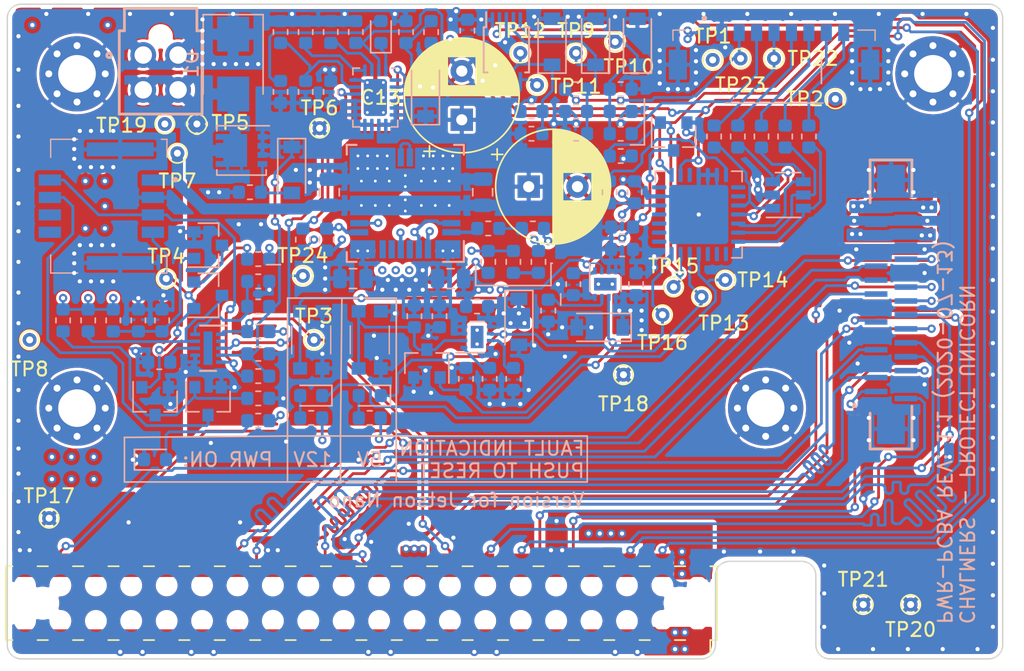
<source format=kicad_pcb>
(kicad_pcb (version 20171130) (host pcbnew "(5.1.5)-3")
  (title_block (title "Project Unicorn: PWR-PCBA") (date 2020-07-13) (rev 1.1) (company "Chalmers University of Technology") (comment 1 " Noel Danielsson"))
  (layers (0 F.Cu signal) (1 In1.Cu power hide) (2 In2.Cu power hide) (31 B.Cu signal) (34 B.Paste user hide) (35 F.Paste user hide) (36 B.SilkS user) (37 F.SilkS user hide) (38 B.Mask user hide) (39 F.Mask user hide) (44 Edge.Cuts user))
  (net 0 "")
  (net 1 +3V3)
  (net 2 GND)
  (net 3 VBUS)
  (net 4 "Net-(C3-Pad1)")
  (net 5 "Net-(C4-Pad1)")
  (net 6 "Net-(C5-Pad1)")
  (net 7 /AIN0)
  (net 8 /AIN1)
  (net 9 "Net-(C9-Pad1)")
  (net 10 +12V)
  (net 11 +5V)
  (net 12 /5V_FUSED)
  (net 13 /12V_FUSED)
  (net 14 /VIN)
  (net 15 "Net-(D2-Pad2)")
  (net 16 /AIN3)
  (net 17 /GPA3)
  (net 18 /GPA4)
  (net 19 /GPA2)
  (net 20 /GPA1)
  (net 21 /GPA0)
  (net 22 "/eFuse TPS25940x-Q1/~FLT")
  (net 23 /eF_5V_~FLT)
  (net 24 /eF_12V_~FLT)
  (net 25 "/Jetson Header/~MOD_INT")
  (net 26 /SPI_2_CS4)
  (net 27 /SPI_2_CS3)
  (net 28 /SPI_2_CS2)
  (net 29 /SPI_2_CS1)
  (net 30 "/Jetson Header/SPI_2_MISO")
  (net 31 "/Jetson Header/SPI_2_SCK")
  (net 32 "/Jetson Header/SPI_2_MOSI")
  (net 33 "/Jetson Header/SPI_1_MISO")
  (net 34 "/Jetson Header/SPI_1_SCK")
  (net 35 "/Jetson Header/SPI_1_MOSI")
  (net 36 /~PWR_OFF_INT)
  (net 37 /ADC_INT)
  (net 38 /ON_INDC)
  (net 39 /PBC_~KILL)
  (net 40 "Net-(Q4-Pad2)")
  (net 41 "Net-(Q6-Pad3)")
  (net 42 /eF_5V_RST)
  (net 43 "Net-(Q7-Pad3)")
  (net 44 /eF_12V_RST)
  (net 45 "Net-(R1-Pad1)")
  (net 46 "Net-(R2-Pad2)")
  (net 47 "/eFuse TPS25940x-Q1/PGOOD")
  (net 48 "/5V DC/DC TPSM84624 /ENABLE")
  (net 49 "Net-(R23-Pad2)")
  (net 50 "Net-(R25-Pad1)")
  (net 51 /AIN2)
  (net 52 "Net-(R28-Pad2)")
  (net 53 "Net-(R30-Pad2)")
  (net 54 "/5V DC/DC TPSM84624 /AGND")
  (net 55 /PWR_EN)
  (net 56 "Net-(C19-Pad1)")
  (net 57 "Net-(C24-Pad1)")
  (net 58 "Net-(D7-Pad2)")
  (net 59 "Net-(D9-Pad2)")
  (net 60 "Net-(D11-Pad2)")
  (net 61 "Net-(R34-Pad2)")
  (net 62 "Net-(R38-Pad1)")
  (net 63 "Net-(R42-Pad1)")
  (net 64 "/5V DC/DC TPSM84624 /RT_CLK")
  (net 65 "/5V DC/DC TPSM84624 /TT")
  (net 66 "/5V DC/DC TPSM84624 /FB")
  (net 67 "/5V DC/DC TPSM84624 /SW")
  (net 68 /~PB)
  (net 69 /LED-)
  (net 70 "/Jetson Header/I2C_1_SCL")
  (net 71 "/Jetson Header/I2C_1_SDA")
  (net 72 /I2C_INT_SCL)
  (net 73 /I2C_INT_SDA)
  (net 74 "Net-(D13-Pad2)")
  (net 75 /GPIO4)
  (net 76 /GPIO3)
  (net 77 /GPIO2)
  (net 78 /GPIO1)
  (net 79 /GPIO0)
  (net 80 /ANALOG1)
  (net 81 /ANALOG0)
  (net 82 "Net-(J2-Pad8)")
  (net 83 "/Jetson Header/IOE_INTB")
  (net 84 "/Jetson Header/IOE_INTA")
  (net 85 "/Jetson Header/CAM_AF_EN")
  (net 86 "/Jetson Header/AUDIO_MCLK")
  (net 87 "/Jetson Header/I2S_4_SDOUT")
  (net 88 "/Jetson Header/I2S_4_SDIN")
  (net 89 "/Jetson Header/LCD_BL_PWM")
  (net 90 "/Jetson Header/I2S_4_SCLK")
  (net 91 "/Jetson Header/UART_2_RX")
  (net 92 "/Jetson Header/UART_2_TX")
  (net 93 "Net-(U1-Pad24)")
  (net 94 "Net-(U1-Pad23)")
  (net 95 "Net-(U1-Pad22)")
  (net 96 /IOE_INTB)
  (net 97 /IOE_INTA)
  (net 98 "Net-(U1-Pad10)")
  (net 99 "Net-(U1-Pad7)")
  (net 100 "Net-(U1-Pad4)")
  (net 101 "Net-(U1-Pad3)")
  (net 102 "Net-(U1-Pad2)")
  (net 103 "Net-(U1-Pad1)")
  (net 104 "Net-(U2-Pad2)")
  (net 105 "Net-(U4-Pad1)")
  (net 106 "Net-(U5-Pad7)")
  (net 107 "Net-(U5-Pad6)")
  (net 108 "Net-(U5-Pad4)")
  (net 109 "Net-(J2-Pad6)")
  (net 110 "/Jetson Header/~UART_INT")
  (module local:ZF5S-30-03-T-WT (layer B.Cu) (at 172.191 92.857999 90)
    (fp_text reference J3 hide)
    (fp_text value ZF5S-30-03-T-WT)
    (pad 30 smd rect (at 7.25 1.07 90) (size 0.4 1.63) (layers B.Cu B.Paste B.Mask) (net 12 /5V_FUSED))
    (pad 29 smd rect (at 6.75 -1.07 90) (size 0.4 1.63) (layers B.Cu B.Paste B.Mask) (net 12 /5V_FUSED))
    (pad 28 smd rect (at 6.25 1.07 90) (size 0.4 1.63) (layers B.Cu B.Paste B.Mask) (net 2 GND))
    (pad 27 smd rect (at 5.75 -1.07 90) (size 0.4 1.63) (layers B.Cu B.Paste B.Mask) (net 2 GND))
    (pad 26 smd rect (at 5.25 1.07 90) (size 0.4 1.63) (layers B.Cu B.Paste B.Mask) (net 13 /12V_FUSED))
    (pad 25 smd rect (at 4.75 -1.07 90) (size 0.4 1.63) (layers B.Cu B.Paste B.Mask) (net 13 /12V_FUSED))
    (pad 24 smd rect (at 4.25 1.07 90) (size 0.4 1.63) (layers B.Cu B.Paste B.Mask) (net 2 GND))
    (pad 23 smd rect (at 3.75 -1.07 90) (size 0.4 1.63) (layers B.Cu B.Paste B.Mask) (net 2 GND))
    (pad 22 smd rect (at 3.25 1.07 90) (size 0.4 1.63) (layers B.Cu B.Paste B.Mask) (net 25 "/Jetson Header/~MOD_INT"))
    (pad 21 smd rect (at 2.75 -1.07 90) (size 0.4 1.63) (layers B.Cu B.Paste B.Mask) (net 110 "/Jetson Header/~UART_INT"))
    (pad 20 smd rect (at 2.25 1.07 90) (size 0.4 1.63) (layers B.Cu B.Paste B.Mask) (net 2 GND))
    (pad 19 smd rect (at 1.75 -1.07 90) (size 0.4 1.63) (layers B.Cu B.Paste B.Mask) (net 26 /SPI_2_CS4))
    (pad 18 smd rect (at 1.25 1.07 90) (size 0.4 1.63) (layers B.Cu B.Paste B.Mask) (net 27 /SPI_2_CS3))
    (pad 17 smd rect (at 0.75 -1.07 90) (size 0.4 1.63) (layers B.Cu B.Paste B.Mask) (net 28 /SPI_2_CS2))
    (pad 16 smd rect (at 0.25 1.07 90) (size 0.4 1.63) (layers B.Cu B.Paste B.Mask) (net 29 /SPI_2_CS1))
    (pad 15 smd rect (at -0.25 -1.07 90) (size 0.4 1.63) (layers B.Cu B.Paste B.Mask) (net 2 GND))
    (pad 14 smd rect (at -0.75 1.07 90) (size 0.4 1.63) (layers B.Cu B.Paste B.Mask) (net 30 "/Jetson Header/SPI_2_MISO"))
    (pad 13 smd rect (at -1.25 -1.07 90) (size 0.4 1.63) (layers B.Cu B.Paste B.Mask) (net 31 "/Jetson Header/SPI_2_SCK"))
    (pad 12 smd rect (at -1.75 1.07 90) (size 0.4 1.63) (layers B.Cu B.Paste B.Mask) (net 32 "/Jetson Header/SPI_2_MOSI"))
    (pad 11 smd rect (at -2.25 -1.07 90) (size 0.4 1.63) (layers B.Cu B.Paste B.Mask) (net 2 GND))
    (pad 10 smd rect (at -2.75 1.07 90) (size 0.4 1.63) (layers B.Cu B.Paste B.Mask) (net 33 "/Jetson Header/SPI_1_MISO"))
    (pad 9 smd rect (at -3.25 -1.07 90) (size 0.4 1.63) (layers B.Cu B.Paste B.Mask) (net 34 "/Jetson Header/SPI_1_SCK"))
    (pad 8 smd rect (at -3.75 1.07 90) (size 0.4 1.63) (layers B.Cu B.Paste B.Mask) (net 35 "/Jetson Header/SPI_1_MOSI"))
    (pad 7 smd rect (at -4.25 -1.07 90) (size 0.4 1.63) (layers B.Cu B.Paste B.Mask) (net 2 GND))
    (pad 6 smd rect (at -4.75 1.07 90) (size 0.4 1.63) (layers B.Cu B.Paste B.Mask) (net 70 "/Jetson Header/I2C_1_SCL"))
    (pad 5 smd rect (at -5.25 -1.07 90) (size 0.4 1.63) (layers B.Cu B.Paste B.Mask) (net 71 "/Jetson Header/I2C_1_SDA"))
    (pad 4 smd rect (at -5.75 1.07 90) (size 0.4 1.63) (layers B.Cu B.Paste B.Mask) (net 2 GND))
    (pad 3 smd rect (at -6.25 -1.07 90) (size 0.4 1.63) (layers B.Cu B.Paste B.Mask) (net 91 "/Jetson Header/UART_2_RX"))
    (pad 2 smd rect (at -6.75 1.07 90) (size 0.4 1.63) (layers B.Cu B.Paste B.Mask) (net 92 "/Jetson Header/UART_2_TX"))
    (pad 1 smd rect (at -7.25 -1.07 90) (size 0.4 1.63) (layers B.Cu B.Paste B.Mask) (net 2 GND))
    (pad MP smd rect (at 8.935 0 90) (size 2.18 2) (layers B.Cu B.Paste B.Mask) (net 2 GND))
    (pad MP smd rect (at -8.935 0 90) (size 2.18 2) (layers B.Cu B.Paste B.Mask) (net 2 GND))
  )
  (module TestPoint:TestPoint_THTPad_D1.0mm_Drill0.5mm (layer F.Cu) (at 130 90.8)
    (fp_text reference TP24 (at 0 -1.448) (layer F.SilkS))
    (fp_text value TestPoint)
    (pad 1 thru_hole circle (at 0 0) (size 1 1) (drill 0.5) (layers *.Cu *.Mask) (net 55 /PWR_EN))
  )
  (module TestPoint:TestPoint_THTPad_D1.0mm_Drill0.5mm (layer F.Cu) (at 161.4 75.2)
    (fp_text reference TP23 (at 0 1.9) (layer F.SilkS))
    (fp_text value TestPoint)
    (pad 1 thru_hole circle (at 0 0) (size 1 1) (drill 0.5) (layers *.Cu *.Mask) (net 81 /ANALOG0))
  )
  (module TestPoint:TestPoint_THTPad_D1.0mm_Drill0.5mm (layer F.Cu) (at 163.8 75.2)
    (fp_text reference TP22 (at 2.8 0) (layer F.SilkS))
    (fp_text value TestPoint)
    (pad 1 thru_hole circle (at 0 0) (size 1 1) (drill 0.5) (layers *.Cu *.Mask) (net 79 /GPIO0))
  )
  (module Resistor_SMD:R_0603_1608Metric (layer B.Cu) (at 126.8 101.2)
    (fp_text reference R45 hide)
    (fp_text value 1k)
    (pad 2 smd roundrect (at 0.7875 0) (size 0.875 0.95) (layers B.Cu B.Paste B.Mask) (net 11 +5V))
    (pad 1 smd roundrect (at -0.7875 0) (size 0.875 0.95) (layers B.Cu B.Paste B.Mask) (net 74 "Net-(D13-Pad2)"))
  )
  (module Resistor_SMD:R_0603_1608Metric (layer B.Cu) (at 126.8 89.6 180)
    (fp_text reference R44 hide)
    (fp_text value 100k)
    (pad 2 smd roundrect (at 0.7875 0 180) (size 0.875 0.95) (layers B.Cu B.Paste B.Mask) (net 38 /ON_INDC))
    (pad 1 smd roundrect (at -0.7875 0 180) (size 0.875 0.95) (layers B.Cu B.Paste B.Mask) (net 11 +5V))
  )
  (module LED_SMD:LED_0603_1608Metric (layer B.Cu) (at 119.4 104)
    (fp_text reference D13 hide)
    (fp_text value "LED GREEN")
    (pad 2 smd roundrect (at 0.7875 0) (size 0.875 0.95) (layers B.Cu B.Paste B.Mask) (net 74 "Net-(D13-Pad2)"))
    (pad 1 smd roundrect (at -0.7875 0) (size 0.875 0.95) (layers B.Cu B.Paste B.Mask) (net 2 GND))
  )
  (module Connector_Samtec_HLE_SMD:Samtec_HLE-120-02-xxx-DV-BE-A_2x20_P2.54mm_Horizontal (layer F.Cu) (at 134.2 114.299999 180)
    (fp_text reference J5 hide)
    (fp_text value Conn_02x20_Odd_Even)
    (pad 40 smd rect (at 24.13 2.72 180) (size 1.27 1.68) (layers F.Cu F.Mask) (net 2 GND))
    (pad 38 smd rect (at 21.59 2.72 180) (size 1.27 1.68) (layers F.Cu F.Mask) (net 32 "/Jetson Header/SPI_2_MOSI"))
    (pad 36 smd rect (at 19.05 2.72 180) (size 1.27 1.68) (layers F.Cu F.Mask) (net 110 "/Jetson Header/~UART_INT"))
    (pad 34 smd rect (at 16.51 2.72 180) (size 1.27 1.68) (layers F.Cu F.Mask) (net 83 "/Jetson Header/IOE_INTB"))
    (pad 32 smd rect (at 13.97 2.72 180) (size 1.27 1.68) (layers F.Cu F.Mask) (net 84 "/Jetson Header/IOE_INTA"))
    (pad 30 smd rect (at 11.43 2.72 180) (size 1.27 1.68) (layers F.Cu F.Mask) (net 85 "/Jetson Header/CAM_AF_EN"))
    (pad 28 smd rect (at 8.89 2.72 180) (size 1.27 1.68) (layers F.Cu F.Mask) (net 71 "/Jetson Header/I2C_1_SDA"))
    (pad 26 smd rect (at 6.35 2.72 180) (size 1.27 1.68) (layers F.Cu F.Mask) (net 2 GND))
    (pad 24 smd rect (at 3.81 2.72 180) (size 1.27 1.68) (layers F.Cu F.Mask) (net 34 "/Jetson Header/SPI_1_SCK"))
    (pad 22 smd rect (at 1.27 2.72 180) (size 1.27 1.68) (layers F.Cu F.Mask) (net 33 "/Jetson Header/SPI_1_MISO"))
    (pad 20 smd rect (at -1.27 2.72 180) (size 1.27 1.68) (layers F.Cu F.Mask) (net 35 "/Jetson Header/SPI_1_MOSI"))
    (pad 18 smd rect (at -3.81 2.72 180) (size 1.27 1.68) (layers F.Cu F.Mask) (net 1 +3V3))
    (pad 16 smd rect (at -6.35 2.72 180) (size 1.27 1.68) (layers F.Cu F.Mask) (net 36 /~PWR_OFF_INT))
    (pad 14 smd rect (at -8.89 2.72 180) (size 1.27 1.68) (layers F.Cu F.Mask) (net 31 "/Jetson Header/SPI_2_SCK"))
    (pad 12 smd rect (at -11.43 2.72 180) (size 1.27 1.68) (layers F.Cu F.Mask) (net 37 /ADC_INT))
    (pad 10 smd rect (at -13.97 2.72 180) (size 1.27 1.68) (layers F.Cu F.Mask) (net 2 GND))
    (pad 8 smd rect (at -16.51 2.72 180) (size 1.27 1.68) (layers F.Cu F.Mask) (net 86 "/Jetson Header/AUDIO_MCLK"))
    (pad 6 smd rect (at -19.05 2.72 180) (size 1.27 1.68) (layers F.Cu F.Mask) (net 72 /I2C_INT_SCL))
    (pad 4 smd rect (at -21.59 2.72 180) (size 1.27 1.68) (layers F.Cu F.Mask) (net 73 /I2C_INT_SDA))
    (pad 2 smd rect (at -24.13 2.72 180) (size 1.27 1.68) (layers F.Cu F.Mask) (net 1 +3V3))
    (pad 39 smd rect (at 24.13 -2.72 180) (size 1.27 1.68) (layers F.Cu F.Mask) (net 87 "/Jetson Header/I2S_4_SDOUT"))
    (pad 37 smd rect (at 21.59 -2.72 180) (size 1.27 1.68) (layers F.Cu F.Mask) (net 88 "/Jetson Header/I2S_4_SDIN"))
    (pad 35 smd rect (at 19.05 -2.72 180) (size 1.27 1.68) (layers F.Cu F.Mask) (net 25 "/Jetson Header/~MOD_INT"))
    (pad 33 smd rect (at 16.51 -2.72 180) (size 1.27 1.68) (layers F.Cu F.Mask) (net 2 GND))
    (pad 31 smd rect (at 13.97 -2.72 180) (size 1.27 1.68) (layers F.Cu F.Mask) (net 89 "/Jetson Header/LCD_BL_PWM"))
    (pad 29 smd rect (at 11.43 -2.72 180) (size 1.27 1.68) (layers F.Cu F.Mask) (net 2 GND))
    (pad 27 smd rect (at 8.89 -2.72 180) (size 1.27 1.68) (layers F.Cu F.Mask) (net 70 "/Jetson Header/I2C_1_SCL"))
    (pad 25 smd rect (at 6.35 -2.72 180) (size 1.27 1.68) (layers F.Cu F.Mask) (net 26 /SPI_2_CS4))
    (pad 23 smd rect (at 3.81 -2.72 180) (size 1.27 1.68) (layers F.Cu F.Mask) (net 27 /SPI_2_CS3))
    (pad 21 smd rect (at 1.27 -2.72 180) (size 1.27 1.68) (layers F.Cu F.Mask) (net 30 "/Jetson Header/SPI_2_MISO"))
    (pad 19 smd rect (at -1.27 -2.72 180) (size 1.27 1.68) (layers F.Cu F.Mask) (net 2 GND))
    (pad 17 smd rect (at -3.81 -2.72 180) (size 1.27 1.68) (layers F.Cu F.Mask) (net 28 /SPI_2_CS2))
    (pad 15 smd rect (at -6.35 -2.72 180) (size 1.27 1.68) (layers F.Cu F.Mask) (net 29 /SPI_2_CS1))
    (pad 13 smd rect (at -8.89 -2.72 180) (size 1.27 1.68) (layers F.Cu F.Mask) (net 2 GND))
    (pad 11 smd rect (at -11.43 -2.72 180) (size 1.27 1.68) (layers F.Cu F.Mask) (net 90 "/Jetson Header/I2S_4_SCLK"))
    (pad 9 smd rect (at -13.97 -2.72 180) (size 1.27 1.68) (layers F.Cu F.Mask) (net 91 "/Jetson Header/UART_2_RX"))
    (pad 7 smd rect (at -16.51 -2.72 180) (size 1.27 1.68) (layers F.Cu F.Mask) (net 92 "/Jetson Header/UART_2_TX"))
    (pad 5 smd rect (at -19.05 -2.72 180) (size 1.27 1.68) (layers F.Cu F.Mask) (net 2 GND))
    (pad 3 smd rect (at -21.59 -2.72 180) (size 1.27 1.68) (layers F.Cu F.Mask) (net 11 +5V))
    (pad 1 smd rect (at -24.13 -2.72 180) (size 1.27 1.68) (layers F.Cu F.Mask) (net 11 +5V))
    (pad "" np_thru_hole circle (at 24.13 1.27 180) (size 0.97 0.97) (drill 0.97) (layers *.Cu *.Mask))
    (pad "" np_thru_hole circle (at 24.13 -1.27 180) (size 0.97 0.97) (drill 0.97) (layers *.Cu *.Mask))
    (pad "" np_thru_hole circle (at 21.59 1.27 180) (size 0.97 0.97) (drill 0.97) (layers *.Cu *.Mask))
    (pad "" np_thru_hole circle (at 21.59 -1.27 180) (size 0.97 0.97) (drill 0.97) (layers *.Cu *.Mask))
    (pad "" np_thru_hole circle (at 19.05 1.27 180) (size 0.97 0.97) (drill 0.97) (layers *.Cu *.Mask))
    (pad "" np_thru_hole circle (at 19.05 -1.27 180) (size 0.97 0.97) (drill 0.97) (layers *.Cu *.Mask))
    (pad "" np_thru_hole circle (at 16.51 1.27 180) (size 0.97 0.97) (drill 0.97) (layers *.Cu *.Mask))
    (pad "" np_thru_hole circle (at 16.51 -1.27 180) (size 0.97 0.97) (drill 0.97) (layers *.Cu *.Mask))
    (pad "" np_thru_hole circle (at 13.97 1.27 180) (size 0.97 0.97) (drill 0.97) (layers *.Cu *.Mask))
    (pad "" np_thru_hole circle (at 13.97 -1.27 180) (size 0.97 0.97) (drill 0.97) (layers *.Cu *.Mask))
    (pad "" np_thru_hole circle (at 11.43 1.27 180) (size 0.97 0.97) (drill 0.97) (layers *.Cu *.Mask))
    (pad "" np_thru_hole circle (at 11.43 -1.27 180) (size 0.97 0.97) (drill 0.97) (layers *.Cu *.Mask))
    (pad "" np_thru_hole circle (at 8.89 1.27 180) (size 0.97 0.97) (drill 0.97) (layers *.Cu *.Mask))
    (pad "" np_thru_hole circle (at 8.89 -1.27 180) (size 0.97 0.97) (drill 0.97) (layers *.Cu *.Mask))
    (pad "" np_thru_hole circle (at 6.35 1.27 180) (size 0.97 0.97) (drill 0.97) (layers *.Cu *.Mask))
    (pad "" np_thru_hole circle (at 6.35 -1.27 180) (size 0.97 0.97) (drill 0.97) (layers *.Cu *.Mask))
    (pad "" np_thru_hole circle (at 3.81 1.27 180) (size 0.97 0.97) (drill 0.97) (layers *.Cu *.Mask))
    (pad "" np_thru_hole circle (at 3.81 -1.27 180) (size 0.97 0.97) (drill 0.97) (layers *.Cu *.Mask))
    (pad "" np_thru_hole circle (at 1.27 1.27 180) (size 0.97 0.97) (drill 0.97) (layers *.Cu *.Mask))
    (pad "" np_thru_hole circle (at 1.27 -1.27 180) (size 0.97 0.97) (drill 0.97) (layers *.Cu *.Mask))
    (pad "" np_thru_hole circle (at -1.27 1.27 180) (size 0.97 0.97) (drill 0.97) (layers *.Cu *.Mask))
    (pad "" np_thru_hole circle (at -1.27 -1.27 180) (size 0.97 0.97) (drill 0.97) (layers *.Cu *.Mask))
    (pad "" np_thru_hole circle (at -3.81 1.27 180) (size 0.97 0.97) (drill 0.97) (layers *.Cu *.Mask))
    (pad "" np_thru_hole circle (at -3.81 -1.27 180) (size 0.97 0.97) (drill 0.97) (layers *.Cu *.Mask))
    (pad "" np_thru_hole circle (at -6.35 1.27 180) (size 0.97 0.97) (drill 0.97) (layers *.Cu *.Mask))
    (pad "" np_thru_hole circle (at -6.35 -1.27 180) (size 0.97 0.97) (drill 0.97) (layers *.Cu *.Mask))
    (pad "" np_thru_hole circle (at -8.89 1.27 180) (size 0.97 0.97) (drill 0.97) (layers *.Cu *.Mask))
    (pad "" np_thru_hole circle (at -8.89 -1.27 180) (size 0.97 0.97) (drill 0.97) (layers *.Cu *.Mask))
    (pad "" np_thru_hole circle (at -11.43 1.27 180) (size 0.97 0.97) (drill 0.97) (layers *.Cu *.Mask))
    (pad "" np_thru_hole circle (at -11.43 -1.27 180) (size 0.97 0.97) (drill 0.97) (layers *.Cu *.Mask))
    (pad "" np_thru_hole circle (at -13.97 1.27 180) (size 0.97 0.97) (drill 0.97) (layers *.Cu *.Mask))
    (pad "" np_thru_hole circle (at -13.97 -1.27 180) (size 0.97 0.97) (drill 0.97) (layers *.Cu *.Mask))
    (pad "" np_thru_hole circle (at -16.51 1.27 180) (size 0.97 0.97) (drill 0.97) (layers *.Cu *.Mask))
    (pad "" np_thru_hole circle (at -16.51 -1.27 180) (size 0.97 0.97) (drill 0.97) (layers *.Cu *.Mask))
    (pad "" np_thru_hole circle (at -19.05 1.27 180) (size 0.97 0.97) (drill 0.97) (layers *.Cu *.Mask))
    (pad "" np_thru_hole circle (at -19.05 -1.27 180) (size 0.97 0.97) (drill 0.97) (layers *.Cu *.Mask))
    (pad "" np_thru_hole circle (at -21.59 1.27 180) (size 0.97 0.97) (drill 0.97) (layers *.Cu *.Mask))
    (pad "" np_thru_hole circle (at -21.59 -1.27 180) (size 0.97 0.97) (drill 0.97) (layers *.Cu *.Mask))
    (pad "" np_thru_hole circle (at -24.13 1.27 180) (size 0.97 0.97) (drill 0.97) (layers *.Cu *.Mask))
    (pad "" np_thru_hole circle (at -24.13 -1.27 180) (size 0.97 0.97) (drill 0.97) (layers *.Cu *.Mask))
    (pad "" np_thru_hole circle (at 22.86 0 180) (size 1.78 1.78) (drill 1.78) (layers *.Cu *.Mask))
    (pad "" np_thru_hole circle (at -22.86 0 180) (size 1.78 1.78) (drill 1.78) (layers *.Cu *.Mask))
  )
  (module TestPoint:TestPoint_THTPad_D1.0mm_Drill0.5mm (layer F.Cu) (at 170.2 114.4)
    (fp_text reference TP21 (at 0 -1.8) (layer F.SilkS))
    (fp_text value TestPoint)
    (pad 1 thru_hole circle (at 0 0) (size 1 1) (drill 0.5) (layers *.Cu *.Mask) (net 2 GND))
  )
  (module TestPoint:TestPoint_THTPad_D1.0mm_Drill0.5mm (layer F.Cu) (at 173.6 114.4)
    (fp_text reference TP20 (at 0 1.8) (layer F.SilkS))
    (fp_text value TestPoint)
    (pad 1 thru_hole circle (at 0 0) (size 1 1) (drill 0.5) (layers *.Cu *.Mask) (net 2 GND))
  )
  (module TestPoint:TestPoint_THTPad_D1.0mm_Drill0.5mm (layer F.Cu) (at 120.1 79.9)
    (fp_text reference TP19 (at -3.1 0.1) (layer F.SilkS))
    (fp_text value TestPoint)
    (pad 1 thru_hole circle (at 0 0) (size 1 1) (drill 0.5) (layers *.Cu *.Mask) (net 2 GND))
  )
  (module TestPoint:TestPoint_THTPad_D1.0mm_Drill0.5mm (layer F.Cu) (at 153 97.9)
    (fp_text reference TP18 (at 0 2.1) (layer F.SilkS))
    (fp_text value TestPoint)
    (pad 1 thru_hole circle (at 0 0) (size 1 1) (drill 0.5) (layers *.Cu *.Mask) (net 2 GND))
  )
  (module TestPoint:TestPoint_THTPad_D1.0mm_Drill0.5mm (layer F.Cu) (at 111.8 108.2)
    (fp_text reference TP17 (at 0 -1.6) (layer F.SilkS))
    (fp_text value TestPoint)
    (pad 1 thru_hole circle (at 0 0) (size 1 1) (drill 0.5) (layers *.Cu *.Mask) (net 2 GND))
  )
  (module TestPoint:TestPoint_THTPad_D1.0mm_Drill0.5mm (layer F.Cu) (at 155.8 93.6)
    (fp_text reference TP16 (at 0 2) (layer F.SilkS))
    (fp_text value TestPoint)
    (pad 1 thru_hole circle (at 0 0) (size 1 1) (drill 0.5) (layers *.Cu *.Mask) (net 24 /eF_12V_~FLT))
  )
  (module TestPoint:TestPoint_THTPad_D1.0mm_Drill0.5mm (layer F.Cu) (at 156.6 91.6)
    (fp_text reference TP15 (at 0 -1.5) (layer F.SilkS))
    (fp_text value TestPoint)
    (pad 1 thru_hole circle (at 0 0) (size 1 1) (drill 0.5) (layers *.Cu *.Mask) (net 44 /eF_12V_RST))
  )
  (module TestPoint:TestPoint_THTPad_D1.0mm_Drill0.5mm (layer F.Cu) (at 160.3 91.1)
    (fp_text reference TP14 (at 2.7 0) (layer F.SilkS))
    (fp_text value TestPoint)
    (pad 1 thru_hole circle (at 0 0) (size 1 1) (drill 0.5) (layers *.Cu *.Mask) (net 42 /eF_5V_RST))
  )
  (module TestPoint:TestPoint_THTPad_D1.0mm_Drill0.5mm (layer F.Cu) (at 158.6 92.3)
    (fp_text reference TP13 (at 1.6 1.9) (layer F.SilkS))
    (fp_text value TestPoint)
    (pad 1 thru_hole circle (at 0 0) (size 1 1) (drill 0.5) (layers *.Cu *.Mask) (net 23 /eF_5V_~FLT))
  )
  (module TestPoint:TestPoint_THTPad_D1.0mm_Drill0.5mm (layer F.Cu) (at 145.6 74.8)
    (fp_text reference TP12 (at 0 -1.6) (layer F.SilkS))
    (fp_text value TestPoint)
    (pad 1 thru_hole circle (at 0 0) (size 1 1) (drill 0.5) (layers *.Cu *.Mask) (net 16 /AIN3))
  )
  (module TestPoint:TestPoint_THTPad_D1.0mm_Drill0.5mm (layer F.Cu) (at 146.8 77.1)
    (fp_text reference TP11 (at 2.8 0.1) (layer F.SilkS))
    (fp_text value TestPoint)
    (pad 1 thru_hole circle (at 0 0) (size 1 1) (drill 0.5) (layers *.Cu *.Mask) (net 51 /AIN2))
  )
  (module TestPoint:TestPoint_THTPad_D1.0mm_Drill0.5mm (layer F.Cu) (at 152.4 74)
    (fp_text reference TP10 (at 1 1.8) (layer F.SilkS))
    (fp_text value TestPoint)
    (pad 1 thru_hole circle (at 0 0) (size 1 1) (drill 0.5) (layers *.Cu *.Mask) (net 8 /AIN1))
  )
  (module TestPoint:TestPoint_THTPad_D1.0mm_Drill0.5mm (layer F.Cu) (at 149.6 74.8)
    (fp_text reference TP9 (at 0 -1.6) (layer F.SilkS))
    (fp_text value TestPoint)
    (pad 1 thru_hole circle (at 0 0) (size 1 1) (drill 0.5) (layers *.Cu *.Mask) (net 7 /AIN0))
  )
  (module TestPoint:TestPoint_THTPad_D1.0mm_Drill0.5mm (layer F.Cu) (at 110.4 95.4)
    (fp_text reference TP8 (at 0 2.1) (layer F.SilkS))
    (fp_text value TestPoint)
    (pad 1 thru_hole circle (at 0 0) (size 1 1) (drill 0.5) (layers *.Cu *.Mask) (net 11 +5V))
  )
  (module TestPoint:TestPoint_THTPad_D1.0mm_Drill0.5mm (layer F.Cu) (at 121 82)
    (fp_text reference TP7 (at 0 2) (layer F.SilkS))
    (fp_text value TestPoint)
    (pad 1 thru_hole circle (at 0 0) (size 1 1) (drill 0.5) (layers *.Cu *.Mask) (net 10 +12V))
  )
  (module TestPoint:TestPoint_THTPad_D1.0mm_Drill0.5mm (layer F.Cu) (at 131.2 80.2)
    (fp_text reference TP6 (at 0 -1.448) (layer F.SilkS))
    (fp_text value TestPoint)
    (pad 1 thru_hole circle (at 0 0) (size 1 1) (drill 0.5) (layers *.Cu *.Mask) (net 3 VBUS))
  )
  (module TestPoint:TestPoint_THTPad_D1.0mm_Drill0.5mm (layer F.Cu) (at 122.4 79.9)
    (fp_text reference TP5 (at 2.4 -0.1) (layer F.SilkS))
    (fp_text value TestPoint)
    (pad 1 thru_hole circle (at 0 0) (size 1 1) (drill 0.5) (layers *.Cu *.Mask) (net 14 /VIN))
  )
  (module TestPoint:TestPoint_THTPad_D1.0mm_Drill0.5mm (layer F.Cu) (at 120.2 91)
    (fp_text reference TP4 (at 0 -1.6) (layer F.SilkS))
    (fp_text value TestPoint)
    (pad 1 thru_hole circle (at 0 0) (size 1 1) (drill 0.5) (layers *.Cu *.Mask) (net 38 /ON_INDC))
  )
  (module TestPoint:TestPoint_THTPad_D1.0mm_Drill0.5mm (layer F.Cu) (at 130.8 95.4)
    (fp_text reference TP3 (at 0 -1.7) (layer F.SilkS))
    (fp_text value TestPoint)
    (pad 1 thru_hole circle (at 0 0) (size 1 1) (drill 0.5) (layers *.Cu *.Mask) (net 36 /~PWR_OFF_INT))
  )
  (module TestPoint:TestPoint_THTPad_D1.0mm_Drill0.5mm (layer F.Cu) (at 168.2 78.1)
    (fp_text reference TP2 (at -2.2 0) (layer F.SilkS))
    (fp_text value TestPoint)
    (pad 1 thru_hole circle (at 0 0) (size 1 1) (drill 0.5) (layers *.Cu *.Mask) (net 13 /12V_FUSED))
  )
  (module TestPoint:TestPoint_THTPad_D1.0mm_Drill0.5mm (layer F.Cu) (at 159.4 75.3)
    (fp_text reference TP1 (at 0 -1.7) (layer F.SilkS))
    (fp_text value TestPoint)
    (pad 1 thru_hole circle (at 0 0) (size 1 1) (drill 0.5) (layers *.Cu *.Mask) (net 12 /5V_FUSED))
  )
  (module local:KMR621NGLFS (layer B.Cu) (at 130.6 95.4 90)
    (fp_text reference SW2 hide)
    (fp_text value SW_Push hide)
    (pad 2 smd rect (at 2.05 -0.8 90) (size 0.9 1) (layers B.Cu B.Paste B.Mask) (net 43 "Net-(Q7-Pad3)"))
    (pad 2 smd rect (at -2.05 -0.8 90) (size 0.9 1) (layers B.Cu B.Paste B.Mask) (net 43 "Net-(Q7-Pad3)"))
    (pad 1 smd rect (at 2.05 0.8 90) (size 0.9 1) (layers B.Cu B.Paste B.Mask) (net 2 GND))
    (pad 1 smd rect (at -2.05 0.8 90) (size 0.9 1) (layers B.Cu B.Paste B.Mask) (net 2 GND))
  )
  (module local:KMR621NGLFS (layer B.Cu) (at 134.8 95.4 90)
    (fp_text reference SW1 hide)
    (fp_text value SW_Push hide)
    (pad 2 smd rect (at 2.05 -0.8 90) (size 0.9 1) (layers B.Cu B.Paste B.Mask) (net 41 "Net-(Q6-Pad3)"))
    (pad 2 smd rect (at -2.05 -0.8 90) (size 0.9 1) (layers B.Cu B.Paste B.Mask) (net 41 "Net-(Q6-Pad3)"))
    (pad 1 smd rect (at 2.05 0.8 90) (size 0.9 1) (layers B.Cu B.Paste B.Mask) (net 2 GND))
    (pad 1 smd rect (at -2.05 0.8 90) (size 0.9 1) (layers B.Cu B.Paste B.Mask) (net 2 GND))
  )
  (module local:Molex_Micro-Lock_5054330871_2x4_P1.25_Vertical (layer B.Cu) (at 116.4 85.8 90)
    (fp_text reference J2 hide)
    (fp_text value "Micro Lock 02x04" hide)
    (pad 1 smd rect (at 1.875 2.84 90) (size 0.8 1.6) (layers B.Cu B.Paste B.Mask) (net 10 +12V))
    (pad 2 smd rect (at 1.875 -4.55 90) (size 0.8 1.6) (layers B.Cu B.Paste B.Mask) (net 68 /~PB))
    (pad 3 smd rect (at 0.625 2.84 90) (size 0.8 1.6) (layers B.Cu B.Paste B.Mask) (net 2 GND))
    (pad 4 smd rect (at 0.625 -4.55 90) (size 0.8 1.6) (layers B.Cu B.Paste B.Mask) (net 69 /LED-))
    (pad 5 smd rect (at -0.625 2.84 90) (size 0.8 1.6) (layers B.Cu B.Paste B.Mask) (net 68 /~PB))
    (pad 6 smd rect (at -0.625 -4.55 90) (size 0.8 1.6) (layers B.Cu B.Paste B.Mask) (net 109 "Net-(J2-Pad6)"))
    (pad 7 smd rect (at -1.875 2.84 90) (size 0.8 1.6) (layers B.Cu B.Paste B.Mask) (net 38 /ON_INDC))
    (pad 8 smd rect (at -1.875 -4.55 90) (size 0.8 1.6) (layers B.Cu B.Paste B.Mask) (net 82 "Net-(J2-Pad8)"))
    (pad MP smd rect (at -4.075 0.5 90) (size 1 4.8) (layers B.Cu B.Paste B.Mask) (net 2 GND))
    (pad MP smd rect (at 4.075 0.5 90) (size 1 4.8) (layers B.Cu B.Paste B.Mask) (net 2 GND))
  )
  (module Resistor_SMD:R_0603_1608Metric (layer B.Cu) (at 139.2 73.3 90)
    (fp_text reference R28 hide)
    (fp_text value 270k)
    (pad 2 smd roundrect (at 0.7875 0 90) (size 0.875 0.95) (layers B.Cu B.Paste B.Mask) (net 52 "Net-(R28-Pad2)"))
    (pad 1 smd roundrect (at -0.7875 0 90) (size 0.875 0.95) (layers B.Cu B.Paste B.Mask) (net 10 +12V))
  )
  (module Resistor_SMD:R_0603_1608Metric (layer B.Cu) (at 137.4 73.3 90)
    (fp_text reference R29 hide)
    (fp_text value 30k)
    (pad 2 smd roundrect (at 0.7875 0 90) (size 0.875 0.95) (layers B.Cu B.Paste B.Mask) (net 2 GND))
    (pad 1 smd roundrect (at -0.7875 0 90) (size 0.875 0.95) (layers B.Cu B.Paste B.Mask) (net 52 "Net-(R28-Pad2)"))
  )
  (module LED_SMD:LED_0603_1608Metric (layer B.Cu) (at 135.6 73.3 90)
    (fp_text reference D7 hide)
    (fp_text value "LED RED")
    (pad 2 smd roundrect (at 0.7875 0 90) (size 0.875 0.95) (layers B.Cu B.Paste B.Mask) (net 58 "Net-(D7-Pad2)"))
    (pad 1 smd roundrect (at -0.7875 0 90) (size 0.875 0.95) (layers B.Cu B.Paste B.Mask) (net 22 "/eFuse TPS25940x-Q1/~FLT"))
  )
  (module Resistor_SMD:R_0603_1608Metric (layer B.Cu) (at 130.2 73.3 90)
    (fp_text reference R25 hide)
    (fp_text value 18k)
    (pad 2 smd roundrect (at 0.7875 0 90) (size 0.875 0.95) (layers B.Cu B.Paste B.Mask) (net 2 GND))
    (pad 1 smd roundrect (at -0.7875 0 90) (size 0.875 0.95) (layers B.Cu B.Paste B.Mask) (net 50 "Net-(R25-Pad1)"))
  )
  (module Resistor_SMD:R_0603_1608Metric (layer B.Cu) (at 133.8 73.3 90)
    (fp_text reference R26 hide)
    (fp_text value 39k)
    (pad 2 smd roundrect (at 0.7875 0 90) (size 0.875 0.95) (layers B.Cu B.Paste B.Mask) (net 2 GND))
    (pad 1 smd roundrect (at -0.7875 0 90) (size 0.875 0.95) (layers B.Cu B.Paste B.Mask) (net 51 /AIN2))
  )
  (module Resistor_SMD:R_0603_1608Metric (layer B.Cu) (at 128.4 73.3 90)
    (fp_text reference R24 hide)
    (fp_text value 100k)
    (pad 2 smd roundrect (at 0.7875 0 90) (size 0.875 0.95) (layers B.Cu B.Paste B.Mask) (net 2 GND))
    (pad 1 smd roundrect (at -0.7875 0 90) (size 0.875 0.95) (layers B.Cu B.Paste B.Mask) (net 49 "Net-(R23-Pad2)"))
  )
  (module Capacitor_SMD:C_0603_1608Metric (layer B.Cu) (at 132 73.3 90)
    (fp_text reference C9 hide)
    (fp_text value ?)
    (pad 2 smd roundrect (at 0.7875 0 90) (size 0.875 0.95) (layers B.Cu B.Paste B.Mask) (net 2 GND))
    (pad 1 smd roundrect (at -0.7875 0 90) (size 0.875 0.95) (layers B.Cu B.Paste B.Mask) (net 9 "Net-(C9-Pad1)"))
  )
  (module Diode_SMD:D_SMB (layer B.Cu) (at 125 75.6 270)
    (fp_text reference D1 (at 0 3 90) (layer B.SilkS) (effects (justify mirror)))
    (fp_text value D_TVS)
    (pad 2 smd rect (at 2.15 0 270) (size 2.5 2.3) (layers B.Cu B.Paste B.Mask) (net 14 /VIN))
    (pad 1 smd rect (at -2.15 0 270) (size 2.5 2.3) (layers B.Cu B.Paste B.Mask) (net 2 GND))
  )
  (module local:TPSM84624MOLR (layer B.Cu) (at 137.349999 85.599999 90)
    (fp_text reference U5 hide)
    (fp_text value TPSM84624MOLR hide)
    (pad 22 smd custom (at -0.15 0 90) (size 0.2 0.2) (layers B.Cu) (net 10 +12V) (options (clearance outline) (anchor rect)) (primitives (gr_poly (pts (xy 0.7 -3.95) (xy -0.7 -3.95) (xy -0.7 3.95) (xy 0.7 3.95)) (width 0.01))))
    (pad 21 smd custom (at 1.6 0 90) (size 0.2 0.2) (layers B.Cu) (net 2 GND) (options (clearance outline) (anchor rect)) (primitives (gr_poly (pts (xy 2.35 0.75) (xy 0.85 0.75) (xy 0.85 -0.75) (xy 2.35 -0.75) (xy 2.35 -3.95) (xy -0.7 -3.95) (xy -0.7 3.95) (xy 2.35 3.95)) (width 0.1))))
    (pad 12 thru_hole circle (at 1.999999 0 90) (size 0.499999 0.499999) (drill 0.2032) (layers *.Cu) (net 2 GND))
    (pad 21 thru_hole circle (at 1.199998 0 90) (size 0.499999 0.499999) (drill 0.2032) (layers *.Cu) (net 2 GND))
    (pad 22 thru_hole circle (at -0.550001 0 90) (size 0.499999 0.499999) (drill 0.2032) (layers *.Cu) (net 10 +12V))
    (pad 11 thru_hole circle (at 0.25 0 90) (size 0.499999 0.499999) (drill 0.2032) (layers *.Cu) (net 10 +12V))
    (pad 22 thru_hole circle (at -0.15 1.15 90) (size 0.499999 0.499999) (drill 0.2032) (layers *.Cu *.Mask) (net 10 +12V))
    (pad 22 thru_hole circle (at -0.15 2.150001 90) (size 0.499999 0.499999) (drill 0.2032) (layers *.Cu *.Mask) (net 10 +12V))
    (pad 22 thru_hole circle (at -0.15 3.149999 90) (size 0.499999 0.499999) (drill 0.2032) (layers *.Cu *.Mask) (net 10 +12V))
    (pad 11 thru_hole circle (at -0.15 -3.149999 90) (size 0.499999 0.499999) (drill 0.2032) (layers *.Cu *.Mask) (net 10 +12V))
    (pad 11 thru_hole circle (at -0.15 -2.150001 90) (size 0.499999 0.499999) (drill 0.2032) (layers *.Cu *.Mask) (net 10 +12V))
    (pad 11 thru_hole circle (at -0.15 -1.15 90) (size 0.499999 0.499999) (drill 0.2032) (layers *.Cu *.Mask) (net 10 +12V))
    (pad 12 thru_hole circle (at 1.599999 -3.149999 90) (size 0.499999 0.499999) (drill 0.2032) (layers *.Cu *.Mask) (net 2 GND))
    (pad 12 thru_hole circle (at 1.599999 -2.150001 90) (size 0.499999 0.499999) (drill 0.2032) (layers *.Cu *.Mask) (net 2 GND))
    (pad 12 thru_hole circle (at 1.599999 -1.15 90) (size 0.499999 0.499999) (drill 0.2032) (layers *.Cu *.Mask) (net 2 GND))
    (pad 21 thru_hole circle (at 1.599999 1.15 90) (size 0.499999 0.499999) (drill 0.2032) (layers *.Cu *.Mask) (net 2 GND))
    (pad 21 thru_hole circle (at 1.599999 2.150001 90) (size 0.499999 0.499999) (drill 0.2032) (layers *.Cu *.Mask) (net 2 GND))
    (pad 21 thru_hole circle (at 1.599999 3.149999 90) (size 0.499999 0.499999) (drill 0.2032) (layers *.Cu *.Mask) (net 2 GND))
    (pad 21 thru_hole circle (at 2.5 3.400001 90) (size 0.499999 0.499999) (drill 0.2032) (layers *.Cu) (net 2 GND))
    (pad 21 thru_hole circle (at 2.5 2.7 90) (size 0.499999 0.499999) (drill 0.2032) (layers *.Cu) (net 2 GND))
    (pad 12 thru_hole circle (at 2.5 -3.400001 90) (size 0.499999 0.499999) (drill 0.2032) (layers *.Cu) (net 2 GND))
    (pad 12 thru_hole circle (at 2.5 -2.7 90) (size 0.499999 0.499999) (drill 0.2032) (layers *.Cu) (net 2 GND))
    (pad 12 thru_hole circle (at 2.5 -1.3 90) (size 0.499999 0.499999) (drill 0.2032) (layers *.Cu) (net 2 GND))
    (pad 12 thru_hole circle (at 2.5 -2.000001 90) (size 0.499999 0.499999) (drill 0.2032) (layers *.Cu) (net 2 GND))
    (pad 21 thru_hole circle (at 2.5 2.000001 90) (size 0.499999 0.499999) (drill 0.2032) (layers *.Cu) (net 2 GND))
    (pad 21 thru_hole circle (at 2.5 1.3 90) (size 0.499999 0.499999) (drill 0.2032) (layers *.Cu) (net 2 GND))
    (pad 21 thru_hole circle (at 3.410001 1.3 90) (size 0.499999 0.499999) (drill 0.2032) (layers *.Cu) (net 2 GND))
    (pad 21 thru_hole circle (at 3.410001 2.000001 90) (size 0.499999 0.499999) (drill 0.2032) (layers *.Cu) (net 2 GND))
    (pad 12 thru_hole circle (at 3.410001 -2.000001 90) (size 0.499999 0.499999) (drill 0.2032) (layers *.Cu) (net 2 GND))
    (pad 12 thru_hole circle (at 3.410001 -1.3 90) (size 0.499999 0.499999) (drill 0.2032) (layers *.Cu) (net 2 GND))
    (pad 12 thru_hole circle (at 3.410001 -2.7 90) (size 0.499999 0.499999) (drill 0.2032) (layers *.Cu *.Mask) (net 2 GND))
    (pad 12 thru_hole circle (at 3.410001 -3.400001 90) (size 0.499999 0.499999) (drill 0.2032) (layers *.Cu *.Mask) (net 2 GND))
    (pad 8 thru_hole circle (at -3.410001 -3.400001 90) (size 0.499999 0.499999) (drill 0.2032) (layers *.Cu *.Mask) (net 11 +5V))
    (pad 8 thru_hole circle (at -3.410001 -2.7 90) (size 0.499999 0.499999) (drill 0.2032) (layers *.Cu *.Mask) (net 11 +5V))
    (pad 1 thru_hole circle (at -3.410001 2.7 90) (size 0.499999 0.499999) (drill 0.2032) (layers *.Cu *.Mask) (net 11 +5V))
    (pad 1 thru_hole circle (at -3.410001 3.400001 90) (size 0.499999 0.499999) (drill 0.2032) (layers *.Cu *.Mask) (net 11 +5V))
    (pad 21 thru_hole circle (at 3.410001 2.7 90) (size 0.499999 0.499999) (drill 0.2032) (layers *.Cu *.Mask) (net 2 GND))
    (pad 21 thru_hole circle (at 3.410001 3.400001 90) (size 0.499999 0.499999) (drill 0.2032) (layers *.Cu *.Mask) (net 2 GND))
    (pad 24 smd rect (at -2.075 3.300001 90) (size 0.449999 1.3) (layers B.Cu B.Paste B.Mask) (net 64 "/5V DC/DC TPSM84624 /RT_CLK"))
    (pad 23 smd rect (at -1.425001 3.300001 90) (size 0.449999 1.3) (layers B.Cu B.Paste B.Mask) (net 54 "/5V DC/DC TPSM84624 /AGND"))
    (pad 22 smd rect (at -0.15 2.150001 90) (size 1.4 3.6) (layers B.Cu B.Mask) (net 10 +12V))
    (pad 21 smd rect (at 1.599999 2.150001 90) (size 1.4 3.6) (layers B.Cu B.Mask) (net 2 GND))
    (pad 20 smd rect (at 3.300001 3.049999 90) (size 1.3 1.799999) (layers B.Cu B.Paste B.Mask) (net 2 GND))
    (pad 19 smd rect (at 3.300001 1.625001) (size 0.449999 1.3) (layers B.Cu B.Paste B.Mask) (net 2 GND))
    (pad 18 smd rect (at 3.300001 0.974999) (size 0.449999 1.3) (layers B.Cu B.Paste B.Mask) (net 2 GND))
    (pad 17 smd rect (at 3.300001 0.325001) (size 0.449999 1.3) (layers B.Cu B.Paste B.Mask) (net 67 "/5V DC/DC TPSM84624 /SW"))
    (pad 16 smd rect (at 3.300001 -0.325001) (size 0.449999 1.3) (layers B.Cu B.Paste B.Mask) (net 67 "/5V DC/DC TPSM84624 /SW"))
    (pad 15 smd rect (at 3.300001 -0.974999) (size 0.449999 1.3) (layers B.Cu B.Paste B.Mask) (net 2 GND))
    (pad 14 smd rect (at 3.300001 -1.625001) (size 0.449999 1.3) (layers B.Cu B.Paste B.Mask) (net 2 GND))
    (pad 13 smd rect (at 3.300001 -3.049999 90) (size 1.3 1.799999) (layers B.Cu B.Paste B.Mask) (net 2 GND))
    (pad 12 smd rect (at 1.599999 -2.150001 90) (size 1.4 3.6) (layers B.Cu B.Mask) (net 2 GND))
    (pad 11 smd rect (at -0.15 -2.150001 90) (size 1.4 3.6) (layers B.Cu B.Mask) (net 10 +12V))
    (pad 10 smd rect (at -1.425001 -3.300001 90) (size 0.449999 1.3) (layers B.Cu B.Paste B.Mask) (net 48 "/5V DC/DC TPSM84624 /ENABLE"))
    (pad 9 smd rect (at -2.075 -3.300001 90) (size 0.449999 1.3) (layers B.Cu B.Paste B.Mask) (net 54 "/5V DC/DC TPSM84624 /AGND"))
    (pad 8 smd rect (at -3.300001 -3.049999 90) (size 1.3 1.799999) (layers B.Cu B.Paste B.Mask) (net 11 +5V))
    (pad 7 smd rect (at -3.300001 -1.625001) (size 0.449999 1.3) (layers B.Cu B.Paste B.Mask) (net 106 "Net-(U5-Pad7)"))
    (pad 6 smd rect (at -3.300001 -0.974999) (size 0.449999 1.3) (layers B.Cu B.Paste B.Mask) (net 107 "Net-(U5-Pad6)"))
    (pad 5 smd rect (at -3.300001 -0.325001) (size 0.449999 1.3) (layers B.Cu B.Paste B.Mask) (net 65 "/5V DC/DC TPSM84624 /TT"))
    (pad 4 smd rect (at -3.300001 0.325001) (size 0.449999 1.3) (layers B.Cu B.Paste B.Mask) (net 108 "Net-(U5-Pad4)"))
    (pad 3 smd rect (at -3.300001 0.974999) (size 0.449999 1.3) (layers B.Cu B.Paste B.Mask) (net 54 "/5V DC/DC TPSM84624 /AGND"))
    (pad 2 smd rect (at -3.300001 1.625001) (size 0.449999 1.3) (layers B.Cu B.Paste B.Mask) (net 66 "/5V DC/DC TPSM84624 /FB"))
    (pad 1 smd rect (at -3.300001 3.049999 90) (size 1.3 1.799999) (layers B.Cu B.Paste B.Mask) (net 11 +5V))
  )
  (module Capacitor_SMD:C_0805_2012Metric (layer B.Cu) (at 140.6 91)
    (fp_text reference C17 hide)
    (fp_text value "22uF >6V X7R")
    (pad 2 smd roundrect (at 0.9375 0) (size 0.975 1.4) (layers B.Cu B.Paste B.Mask) (net 2 GND))
    (pad 1 smd roundrect (at -0.9375 0) (size 0.975 1.4) (layers B.Cu B.Paste B.Mask) (net 11 +5V))
  )
  (module local:02x02_vertical_105310-1204 (layer B.Cu) (at 119.8 76.2 180)
    (fp_text reference J1 hide)
    (fp_text value "NanoFit 02x02" hide)
    (pad 5 np_thru_hole circle (at 0 2.59 180) (size 1.35 0) (drill 1.35) (layers *.Cu *.Mask))
    (pad 4 thru_hole circle (at -1.25 -1.25 180) (size 1.85 1.85) (drill 1.25) (layers *.Cu *.Mask) (net 14 /VIN))
    (pad 3 thru_hole circle (at 1.25 -1.25 180) (size 1.85 1.85) (drill 1.25) (layers *.Cu *.Mask) (net 14 /VIN))
    (pad 2 thru_hole circle (at -1.25 1.25 180) (size 1.85 1.85) (drill 1.25) (layers *.Cu *.Mask) (net 2 GND))
    (pad 1 thru_hole circle (at 1.25 1.25 180) (size 1.85 1.85) (drill 1.25) (layers *.Cu *.Mask) (net 2 GND))
  )
  (module local:01x09_vertical_2059570971 (layer B.Cu) (at 163.8 75.3)
    (fp_text reference J4 hide)
    (fp_text value "Micro Lock 01x09" hide)
    (pad MP smd rect (at 6.9 0.345) (size 1.3 2.15) (layers B.Cu B.Paste B.Mask) (net 2 GND))
    (pad MP smd rect (at -6.9 0.345) (size 1.3 2.15) (layers B.Cu B.Paste B.Mask) (net 2 GND))
    (pad 9 smd rect (at 5 -1.95) (size 0.8 1.2) (layers B.Cu B.Paste B.Mask) (net 75 /GPIO4))
    (pad 8 smd rect (at 3.75 -1.95) (size 0.8 1.2) (layers B.Cu B.Paste B.Mask) (net 76 /GPIO3))
    (pad 7 smd rect (at 2.5 -1.95) (size 0.8 1.2) (layers B.Cu B.Paste B.Mask) (net 77 /GPIO2))
    (pad 6 smd rect (at 1.25 -1.95) (size 0.8 1.2) (layers B.Cu B.Paste B.Mask) (net 78 /GPIO1))
    (pad 5 smd rect (at 0 -1.95) (size 0.8 1.2) (layers B.Cu B.Paste B.Mask) (net 79 /GPIO0))
    (pad 4 smd rect (at -1.25 -1.95) (size 0.8 1.2) (layers B.Cu B.Paste B.Mask) (net 80 /ANALOG1))
    (pad 3 smd rect (at -2.5 -1.95) (size 0.8 1.2) (layers B.Cu B.Paste B.Mask) (net 81 /ANALOG0))
    (pad 2 smd rect (at -3.75 -1.95) (size 0.8 1.2) (layers B.Cu B.Paste B.Mask) (net 2 GND))
    (pad 1 smd rect (at -5 -1.95) (size 0.8 1.2) (layers B.Cu B.Paste B.Mask) (net 12 /5V_FUSED))
  )
  (module MountingHole:MountingHole_2.7mm_M2.5_Pad_Via (layer F.Cu) (at 175.2 76.300001)
    (fp_text reference H4 hide)
    (fp_text value MountingHole_Pad)
    (pad 1 thru_hole circle (at 1.431891 -1.431891) (size 0.8 0.8) (drill 0.5) (layers *.Cu *.Mask) (net 2 GND))
    (pad 1 thru_hole circle (at 0 -2.025) (size 0.8 0.8) (drill 0.5) (layers *.Cu *.Mask) (net 2 GND))
    (pad 1 thru_hole circle (at -1.431891 -1.431891) (size 0.8 0.8) (drill 0.5) (layers *.Cu *.Mask) (net 2 GND))
    (pad 1 thru_hole circle (at -2.025 0) (size 0.8 0.8) (drill 0.5) (layers *.Cu *.Mask) (net 2 GND))
    (pad 1 thru_hole circle (at -1.431891 1.431891) (size 0.8 0.8) (drill 0.5) (layers *.Cu *.Mask) (net 2 GND))
    (pad 1 thru_hole circle (at 0 2.025) (size 0.8 0.8) (drill 0.5) (layers *.Cu *.Mask) (net 2 GND))
    (pad 1 thru_hole circle (at 1.431891 1.431891) (size 0.8 0.8) (drill 0.5) (layers *.Cu *.Mask) (net 2 GND))
    (pad 1 thru_hole circle (at 2.025 0) (size 0.8 0.8) (drill 0.5) (layers *.Cu *.Mask) (net 2 GND))
    (pad 1 thru_hole circle (at 0 0) (size 5.4 5.4) (drill 2.7) (layers *.Cu *.Mask) (net 2 GND))
  )
  (module MountingHole:MountingHole_2.7mm_M2.5_Pad_Via (layer F.Cu) (at 163.2 100.299999)
    (fp_text reference H3 hide)
    (fp_text value MountingHole_Pad)
    (pad 1 thru_hole circle (at 1.431891 -1.431891) (size 0.8 0.8) (drill 0.5) (layers *.Cu *.Mask) (net 2 GND))
    (pad 1 thru_hole circle (at 0 -2.025) (size 0.8 0.8) (drill 0.5) (layers *.Cu *.Mask) (net 2 GND))
    (pad 1 thru_hole circle (at -1.431891 -1.431891) (size 0.8 0.8) (drill 0.5) (layers *.Cu *.Mask) (net 2 GND))
    (pad 1 thru_hole circle (at -2.025 0) (size 0.8 0.8) (drill 0.5) (layers *.Cu *.Mask) (net 2 GND))
    (pad 1 thru_hole circle (at -1.431891 1.431891) (size 0.8 0.8) (drill 0.5) (layers *.Cu *.Mask) (net 2 GND))
    (pad 1 thru_hole circle (at 0 2.025) (size 0.8 0.8) (drill 0.5) (layers *.Cu *.Mask) (net 2 GND))
    (pad 1 thru_hole circle (at 1.431891 1.431891) (size 0.8 0.8) (drill 0.5) (layers *.Cu *.Mask) (net 2 GND))
    (pad 1 thru_hole circle (at 2.025 0) (size 0.8 0.8) (drill 0.5) (layers *.Cu *.Mask) (net 2 GND))
    (pad 1 thru_hole circle (at 0 0) (size 5.4 5.4) (drill 2.7) (layers *.Cu *.Mask) (net 2 GND))
  )
  (module MountingHole:MountingHole_2.7mm_M2.5_Pad_Via (layer F.Cu) (at 113.8 76.3)
    (fp_text reference H2 hide)
    (fp_text value MountingHole_Pad)
    (pad 1 thru_hole circle (at 1.431891 -1.431891) (size 0.8 0.8) (drill 0.5) (layers *.Cu *.Mask) (net 2 GND))
    (pad 1 thru_hole circle (at 0 -2.025) (size 0.8 0.8) (drill 0.5) (layers *.Cu *.Mask) (net 2 GND))
    (pad 1 thru_hole circle (at -1.431891 -1.431891) (size 0.8 0.8) (drill 0.5) (layers *.Cu *.Mask) (net 2 GND))
    (pad 1 thru_hole circle (at -2.025 0) (size 0.8 0.8) (drill 0.5) (layers *.Cu *.Mask) (net 2 GND))
    (pad 1 thru_hole circle (at -1.431891 1.431891) (size 0.8 0.8) (drill 0.5) (layers *.Cu *.Mask) (net 2 GND))
    (pad 1 thru_hole circle (at 0 2.025) (size 0.8 0.8) (drill 0.5) (layers *.Cu *.Mask) (net 2 GND))
    (pad 1 thru_hole circle (at 1.431891 1.431891) (size 0.8 0.8) (drill 0.5) (layers *.Cu *.Mask) (net 2 GND))
    (pad 1 thru_hole circle (at 2.025 0) (size 0.8 0.8) (drill 0.5) (layers *.Cu *.Mask) (net 2 GND))
    (pad 1 thru_hole circle (at 0 0) (size 5.4 5.4) (drill 2.7) (layers *.Cu *.Mask) (net 2 GND))
  )
  (module MountingHole:MountingHole_2.7mm_M2.5_Pad_Via (layer F.Cu) (at 113.8 100.3)
    (fp_text reference H1 hide)
    (fp_text value MountingHole_Pad)
    (pad 1 thru_hole circle (at 1.431891 -1.431891) (size 0.8 0.8) (drill 0.5) (layers *.Cu *.Mask) (net 2 GND))
    (pad 1 thru_hole circle (at 0 -2.025) (size 0.8 0.8) (drill 0.5) (layers *.Cu *.Mask) (net 2 GND))
    (pad 1 thru_hole circle (at -1.431891 -1.431891) (size 0.8 0.8) (drill 0.5) (layers *.Cu *.Mask) (net 2 GND))
    (pad 1 thru_hole circle (at -2.025 0) (size 0.8 0.8) (drill 0.5) (layers *.Cu *.Mask) (net 2 GND))
    (pad 1 thru_hole circle (at -1.431891 1.431891) (size 0.8 0.8) (drill 0.5) (layers *.Cu *.Mask) (net 2 GND))
    (pad 1 thru_hole circle (at 0 2.025) (size 0.8 0.8) (drill 0.5) (layers *.Cu *.Mask) (net 2 GND))
    (pad 1 thru_hole circle (at 1.431891 1.431891) (size 0.8 0.8) (drill 0.5) (layers *.Cu *.Mask) (net 2 GND))
    (pad 1 thru_hole circle (at 2.025 0) (size 0.8 0.8) (drill 0.5) (layers *.Cu *.Mask) (net 2 GND))
    (pad 1 thru_hole circle (at 0 0) (size 5.4 5.4) (drill 2.7) (layers *.Cu *.Mask) (net 2 GND))
  )
  (module Resistor_SMD:R_0603_1608Metric (layer B.Cu) (at 131.7 88.2 90)
    (fp_text reference R32 hide)
    (fp_text value 4.3k)
    (pad 2 smd roundrect (at 0.7875 0 90) (size 0.875 0.95) (layers B.Cu B.Paste B.Mask) (net 54 "/5V DC/DC TPSM84624 /AGND"))
    (pad 1 smd roundrect (at -0.7875 0 90) (size 0.875 0.95) (layers B.Cu B.Paste B.Mask) (net 65 "/5V DC/DC TPSM84624 /TT"))
  )
  (module Package_SON:WSON-8-1EP_2x2mm_P0.5mm_EP0.9x1.6mm_ThermalVias (layer B.Cu) (at 151.7 91.4 270)
    (fp_text reference U7 hide)
    (fp_text value TPS2595xx)
    (pad 9 smd rect (at 0 0 270) (size 0.9 1.6) (layers F.Cu))
    (pad 6 smd rect (at 0.95 -0.25 270) (size 0.5 0.25) (layers B.Cu B.Paste B.Mask) (net 24 /eF_12V_~FLT))
    (pad 5 smd rect (at 0.95 -0.75 270) (size 0.5 0.25) (layers B.Cu B.Paste B.Mask) (net 13 /12V_FUSED))
    (pad 4 smd rect (at -0.95 -0.75 270) (size 0.5 0.25) (layers B.Cu B.Paste B.Mask) (net 10 +12V))
    (pad 2 smd rect (at -0.95 0.25 270) (size 0.5 0.25) (layers B.Cu B.Paste B.Mask) (net 43 "Net-(Q7-Pad3)"))
    (pad 1 smd rect (at -0.95 0.75 270) (size 0.5 0.25) (layers B.Cu B.Paste B.Mask) (net 57 "Net-(C24-Pad1)"))
    (pad 9 smd rect (at 0 0 270) (size 0.9 1.6) (layers B.Cu B.Mask))
    (pad 9 thru_hole circle (at 0 -0.5 270) (size 0.6 0.6) (drill 0.25) (layers *.Cu))
    (pad 9 thru_hole circle (at 0 0.5 270) (size 0.6 0.6) (drill 0.25) (layers *.Cu))
    (pad 8 smd rect (at 0.95 0.75 270) (size 0.5 0.25) (layers B.Cu B.Paste B.Mask) (net 2 GND))
    (pad 7 smd rect (at 0.95 0.25 270) (size 0.5 0.25) (layers B.Cu B.Paste B.Mask) (net 63 "Net-(R42-Pad1)"))
    (pad 3 smd rect (at -0.95 -0.25 270) (size 0.5 0.25) (layers B.Cu B.Paste B.Mask) (net 10 +12V))
  )
  (module Package_SON:WSON-8-1EP_2x2mm_P0.5mm_EP0.9x1.6mm_ThermalVias (layer B.Cu) (at 142.5 95.2)
    (fp_text reference U6 hide)
    (fp_text value TPS2595xx)
    (pad 3 smd rect (at -0.95 -0.25) (size 0.5 0.25) (layers B.Cu B.Paste B.Mask) (net 11 +5V))
    (pad 7 smd rect (at 0.95 0.25) (size 0.5 0.25) (layers B.Cu B.Paste B.Mask) (net 62 "Net-(R38-Pad1)"))
    (pad 8 smd rect (at 0.95 0.75) (size 0.5 0.25) (layers B.Cu B.Paste B.Mask) (net 2 GND))
    (pad 9 thru_hole circle (at 0 0.5) (size 0.6 0.6) (drill 0.25) (layers *.Cu))
    (pad 9 thru_hole circle (at 0 -0.5) (size 0.6 0.6) (drill 0.25) (layers *.Cu))
    (pad 9 smd rect (at 0 0) (size 0.9 1.6) (layers B.Cu B.Mask))
    (pad 1 smd rect (at -0.95 0.75) (size 0.5 0.25) (layers B.Cu B.Paste B.Mask) (net 56 "Net-(C19-Pad1)"))
    (pad 2 smd rect (at -0.95 0.25) (size 0.5 0.25) (layers B.Cu B.Paste B.Mask) (net 41 "Net-(Q6-Pad3)"))
    (pad 4 smd rect (at -0.95 -0.75) (size 0.5 0.25) (layers B.Cu B.Paste B.Mask) (net 11 +5V))
    (pad 5 smd rect (at 0.95 -0.75) (size 0.5 0.25) (layers B.Cu B.Paste B.Mask) (net 12 /5V_FUSED))
    (pad 6 smd rect (at 0.95 -0.25) (size 0.5 0.25) (layers B.Cu B.Paste B.Mask) (net 23 /eF_5V_~FLT))
    (pad 9 smd rect (at 0 0) (size 0.9 1.6) (layers F.Cu))
  )
  (module Package_DFN_QFN:QFN-20-1EP_3x4mm_P0.5mm_EP1.65x2.65mm_ThermalVias (layer B.Cu) (at 135.2 78 180)
    (fp_text reference U4 hide)
    (fp_text value TPS25940x-Q1)
    (pad 20 smd roundrect (at -0.75 1.95 180) (size 0.25 0.85) (layers B.Cu B.Paste B.Mask) (net 22 "/eFuse TPS25940x-Q1/~FLT"))
    (pad 19 smd roundrect (at -0.25 1.95 180) (size 0.25 0.85) (layers B.Cu B.Paste B.Mask) (net 51 /AIN2))
    (pad 18 smd roundrect (at 0.25 1.95 180) (size 0.25 0.85) (layers B.Cu B.Paste B.Mask) (net 9 "Net-(C9-Pad1)"))
    (pad 17 smd roundrect (at 0.75 1.95 180) (size 0.25 0.85) (layers B.Cu B.Paste B.Mask) (net 50 "Net-(R25-Pad1)"))
    (pad 16 smd roundrect (at 1.45 1.25 180) (size 0.85 0.25) (layers B.Cu B.Paste B.Mask) (net 2 GND))
    (pad 15 smd roundrect (at 1.45 0.75 180) (size 0.85 0.25) (layers B.Cu B.Paste B.Mask) (net 49 "Net-(R23-Pad2)"))
    (pad 14 smd roundrect (at 1.45 0.25 180) (size 0.85 0.25) (layers B.Cu B.Paste B.Mask) (net 55 /PWR_EN))
    (pad 13 smd roundrect (at 1.45 -0.25 180) (size 0.85 0.25) (layers B.Cu B.Paste B.Mask) (net 3 VBUS))
    (pad 12 smd roundrect (at 1.45 -0.75 180) (size 0.85 0.25) (layers B.Cu B.Paste B.Mask) (net 3 VBUS))
    (pad 11 smd roundrect (at 1.45 -1.25 180) (size 0.85 0.25) (layers B.Cu B.Paste B.Mask) (net 3 VBUS))
    (pad 10 smd roundrect (at 0.75 -1.95 180) (size 0.25 0.85) (layers B.Cu B.Paste B.Mask) (net 3 VBUS))
    (pad 9 smd roundrect (at 0.25 -1.95 180) (size 0.25 0.85) (layers B.Cu B.Paste B.Mask) (net 3 VBUS))
    (pad 8 smd roundrect (at -0.25 -1.95 180) (size 0.25 0.85) (layers B.Cu B.Paste B.Mask) (net 10 +12V))
    (pad 7 smd roundrect (at -0.75 -1.95 180) (size 0.25 0.85) (layers B.Cu B.Paste B.Mask) (net 10 +12V))
    (pad 6 smd roundrect (at -1.45 -1.25 180) (size 0.85 0.25) (layers B.Cu B.Paste B.Mask) (net 10 +12V))
    (pad 5 smd roundrect (at -1.45 -0.75 180) (size 0.85 0.25) (layers B.Cu B.Paste B.Mask) (net 10 +12V))
    (pad 4 smd roundrect (at -1.45 -0.25 180) (size 0.85 0.25) (layers B.Cu B.Paste B.Mask) (net 10 +12V))
    (pad 3 smd roundrect (at -1.45 0.25 180) (size 0.85 0.25) (layers B.Cu B.Paste B.Mask) (net 52 "Net-(R28-Pad2)"))
    (pad 2 smd roundrect (at -1.45 0.75 180) (size 0.85 0.25) (layers B.Cu B.Paste B.Mask) (net 47 "/eFuse TPS25940x-Q1/PGOOD"))
    (pad 1 smd roundrect (at -1.45 1.25 180) (size 0.85 0.25) (layers B.Cu B.Paste B.Mask) (net 105 "Net-(U4-Pad1)"))
    (pad 21 smd roundrect (at 0 0 180) (size 1.65 2.65) (layers F.Cu) (roundrect_rratio 0.151515) (net 2 GND))
    (pad 21 thru_hole circle (at 0.575 -1.075 180) (size 0.5 0.5) (drill 0.2) (layers *.Cu) (net 2 GND))
    (pad 21 thru_hole circle (at -0.575 -1.075 180) (size 0.5 0.5) (drill 0.2) (layers *.Cu) (net 2 GND))
    (pad 21 thru_hole circle (at 0.575 0 180) (size 0.5 0.5) (drill 0.2) (layers *.Cu) (net 2 GND))
    (pad 21 thru_hole circle (at -0.575 0 180) (size 0.5 0.5) (drill 0.2) (layers *.Cu) (net 2 GND))
    (pad 21 thru_hole circle (at 0.575 1.075 180) (size 0.5 0.5) (drill 0.2) (layers *.Cu) (net 2 GND))
    (pad 21 thru_hole circle (at -0.575 1.075 180) (size 0.5 0.5) (drill 0.2) (layers *.Cu) (net 2 GND))
    (pad 21 smd roundrect (at 0 0 180) (size 1.65 2.65) (layers B.Cu B.Mask) (roundrect_rratio 0.151515) (net 2 GND))
  )
  (module Package_SO:TSSOP-10_3x3mm_P0.5mm (layer B.Cu) (at 144.6 74.575 270)
    (fp_text reference U3 hide)
    (fp_text value ADS1015BQDGSRQ1)
    (pad 10 smd rect (at 2.15 1 270) (size 1.1 0.25) (layers B.Cu B.Paste B.Mask) (net 72 /I2C_INT_SCL))
    (pad 9 smd rect (at 2.15 0.5 270) (size 1.1 0.25) (layers B.Cu B.Paste B.Mask) (net 73 /I2C_INT_SDA))
    (pad 8 smd rect (at 2.15 0 270) (size 1.1 0.25) (layers B.Cu B.Paste B.Mask) (net 1 +3V3))
    (pad 7 smd rect (at 2.15 -0.5 270) (size 1.1 0.25) (layers B.Cu B.Paste B.Mask) (net 16 /AIN3))
    (pad 6 smd rect (at 2.15 -1 270) (size 1.1 0.25) (layers B.Cu B.Paste B.Mask) (net 51 /AIN2))
    (pad 5 smd rect (at -2.15 -1 270) (size 1.1 0.25) (layers B.Cu B.Paste B.Mask) (net 8 /AIN1))
    (pad 4 smd rect (at -2.15 -0.5 270) (size 1.1 0.25) (layers B.Cu B.Paste B.Mask) (net 7 /AIN0))
    (pad 3 smd rect (at -2.15 0 270) (size 1.1 0.25) (layers B.Cu B.Paste B.Mask) (net 2 GND))
    (pad 2 smd rect (at -2.15 0.5 270) (size 1.1 0.25) (layers B.Cu B.Paste B.Mask) (net 37 /ADC_INT))
    (pad 1 smd rect (at -2.15 1 270) (size 1.1 0.25) (layers B.Cu B.Paste B.Mask) (net 2 GND))
  )
  (module Package_DFN_QFN:DFN-10-1EP_2x3mm_P0.5mm_EP0.64x2.4mm (layer B.Cu) (at 123.2 96 180)
    (fp_text reference U2 hide)
    (fp_text value LTC2955xDDB-1)
    (pad 11 smd rect (at 0 0 180) (size 0.64 2.4) (layers B.Cu B.Mask))
    (pad 10 smd rect (at 0.925 1 180) (size 0.7 0.25) (layers B.Cu B.Paste B.Mask) (net 46 "Net-(R2-Pad2)"))
    (pad 9 smd rect (at 0.925 0.5 180) (size 0.7 0.25) (layers B.Cu B.Paste B.Mask) (net 39 /PBC_~KILL))
    (pad 8 smd rect (at 0.925 0 180) (size 0.7 0.25) (layers B.Cu B.Paste B.Mask) (net 5 "Net-(C4-Pad1)"))
    (pad 7 smd rect (at 0.925 -0.5 180) (size 0.7 0.25) (layers B.Cu B.Paste B.Mask) (net 2 GND))
    (pad 6 smd rect (at 0.925 -1 180) (size 0.7 0.25) (layers B.Cu B.Paste B.Mask) (net 2 GND))
    (pad 5 smd rect (at -0.925 -1 180) (size 0.7 0.25) (layers B.Cu B.Paste B.Mask) (net 68 /~PB))
    (pad 4 smd rect (at -0.925 -0.5 180) (size 0.7 0.25) (layers B.Cu B.Paste B.Mask) (net 3 VBUS))
    (pad 3 smd rect (at -0.925 0 180) (size 0.7 0.25) (layers B.Cu B.Paste B.Mask) (net 55 /PWR_EN))
    (pad 2 smd rect (at -0.925 0.5 180) (size 0.7 0.25) (layers B.Cu B.Paste B.Mask) (net 104 "Net-(U2-Pad2)"))
    (pad 1 smd rect (at -0.925 1 180) (size 0.7 0.25) (layers B.Cu B.Paste B.Mask) (net 36 /~PWR_OFF_INT))
  )
  (module Package_DFN_QFN:QFN-28-1EP_6x6mm_P0.65mm_EP4.25x4.25mm (layer B.Cu) (at 158.4 86.4)
    (fp_text reference U1 hide)
    (fp_text value MCP23017_ML)
    (pad 28 smd roundrect (at -1.95 2.8375) (size 0.3 1.025) (layers B.Cu B.Paste B.Mask) (net 24 /eF_12V_~FLT))
    (pad 27 smd roundrect (at -1.3 2.8375) (size 0.3 1.025) (layers B.Cu B.Paste B.Mask) (net 44 /eF_12V_RST))
    (pad 26 smd roundrect (at -0.65 2.8375) (size 0.3 1.025) (layers B.Cu B.Paste B.Mask) (net 23 /eF_5V_~FLT))
    (pad 25 smd roundrect (at 0 2.8375) (size 0.3 1.025) (layers B.Cu B.Paste B.Mask) (net 42 /eF_5V_RST))
    (pad 24 smd roundrect (at 0.65 2.8375) (size 0.3 1.025) (layers B.Cu B.Paste B.Mask) (net 93 "Net-(U1-Pad24)"))
    (pad 23 smd roundrect (at 1.3 2.8375) (size 0.3 1.025) (layers B.Cu B.Paste B.Mask) (net 94 "Net-(U1-Pad23)"))
    (pad 22 smd roundrect (at 1.95 2.8375) (size 0.3 1.025) (layers B.Cu B.Paste B.Mask) (net 95 "Net-(U1-Pad22)"))
    (pad 21 smd roundrect (at 2.8375 1.95) (size 1.025 0.3) (layers B.Cu B.Paste B.Mask) (net 18 /GPA4))
    (pad 20 smd roundrect (at 2.8375 1.3) (size 1.025 0.3) (layers B.Cu B.Paste B.Mask) (net 17 /GPA3))
    (pad 19 smd roundrect (at 2.8375 0.65) (size 1.025 0.3) (layers B.Cu B.Paste B.Mask) (net 19 /GPA2))
    (pad 18 smd roundrect (at 2.8375 0) (size 1.025 0.3) (layers B.Cu B.Paste B.Mask) (net 20 /GPA1))
    (pad 17 smd roundrect (at 2.8375 -0.65) (size 1.025 0.3) (layers B.Cu B.Paste B.Mask) (net 21 /GPA0))
    (pad 16 smd roundrect (at 2.8375 -1.3) (size 1.025 0.3) (layers B.Cu B.Paste B.Mask) (net 96 /IOE_INTB))
    (pad 15 smd roundrect (at 2.8375 -1.95) (size 1.025 0.3) (layers B.Cu B.Paste B.Mask) (net 97 /IOE_INTA))
    (pad 14 smd roundrect (at 1.95 -2.8375) (size 0.3 1.025) (layers B.Cu B.Paste B.Mask) (net 45 "Net-(R1-Pad1)"))
    (pad 13 smd roundrect (at 1.3 -2.8375) (size 0.3 1.025) (layers B.Cu B.Paste B.Mask) (net 2 GND))
    (pad 12 smd roundrect (at 0.65 -2.8375) (size 0.3 1.025) (layers B.Cu B.Paste B.Mask) (net 2 GND))
    (pad 11 smd roundrect (at 0 -2.8375) (size 0.3 1.025) (layers B.Cu B.Paste B.Mask) (net 2 GND))
    (pad 10 smd roundrect (at -0.65 -2.8375) (size 0.3 1.025) (layers B.Cu B.Paste B.Mask) (net 98 "Net-(U1-Pad10)"))
    (pad 9 smd roundrect (at -1.3 -2.8375) (size 0.3 1.025) (layers B.Cu B.Paste B.Mask) (net 73 /I2C_INT_SDA))
    (pad 8 smd roundrect (at -1.95 -2.8375) (size 0.3 1.025) (layers B.Cu B.Paste B.Mask) (net 72 /I2C_INT_SCL))
    (pad 7 smd roundrect (at -2.8375 -1.95) (size 1.025 0.3) (layers B.Cu B.Paste B.Mask) (net 99 "Net-(U1-Pad7)"))
    (pad 6 smd roundrect (at -2.8375 -1.3) (size 1.025 0.3) (layers B.Cu B.Paste B.Mask) (net 2 GND))
    (pad 5 smd roundrect (at -2.8375 -0.65) (size 1.025 0.3) (layers B.Cu B.Paste B.Mask) (net 1 +3V3))
    (pad 4 smd roundrect (at -2.8375 0) (size 1.025 0.3) (layers B.Cu B.Paste B.Mask) (net 100 "Net-(U1-Pad4)"))
    (pad 3 smd roundrect (at -2.8375 0.65) (size 1.025 0.3) (layers B.Cu B.Paste B.Mask) (net 101 "Net-(U1-Pad3)"))
    (pad 2 smd roundrect (at -2.8375 1.3) (size 1.025 0.3) (layers B.Cu B.Paste B.Mask) (net 102 "Net-(U1-Pad2)"))
    (pad 1 smd roundrect (at -2.8375 1.95) (size 1.025 0.3) (layers B.Cu B.Paste B.Mask) (net 103 "Net-(U1-Pad1)"))
    (pad 29 smd roundrect (at 0 0) (size 4.25 4.25) (layers B.Cu B.Mask) (roundrect_rratio 0.058824) (net 2 GND))
  )
  (module Resistor_SMD:R_0603_1608Metric (layer B.Cu) (at 130.6 101 180)
    (fp_text reference R43 hide)
    (fp_text value 1k)
    (pad 2 smd roundrect (at 0.7875 0 180) (size 0.875 0.95) (layers B.Cu B.Paste B.Mask) (net 60 "Net-(D11-Pad2)"))
    (pad 1 smd roundrect (at -0.7875 0 180) (size 0.875 0.95) (layers B.Cu B.Paste B.Mask) (net 1 +3V3))
  )
  (module Resistor_SMD:R_0603_1608Metric (layer B.Cu) (at 147.6 93.3 270)
    (fp_text reference R42 hide)
    (fp_text value 1k)
    (pad 2 smd roundrect (at 0.7875 0 270) (size 0.875 0.95) (layers B.Cu B.Paste B.Mask) (net 2 GND))
    (pad 1 smd roundrect (at -0.7875 0 270) (size 0.875 0.95) (layers B.Cu B.Paste B.Mask) (net 63 "Net-(R42-Pad1)"))
  )
  (module Resistor_SMD:R_0603_1608Metric (layer B.Cu) (at 152.9 87.3)
    (fp_text reference R41 hide)
    (fp_text value 100k)
    (pad 2 smd roundrect (at 0.7875 0) (size 0.875 0.95) (layers B.Cu B.Paste B.Mask) (net 43 "Net-(Q7-Pad3)"))
    (pad 1 smd roundrect (at -0.7875 0) (size 0.875 0.95) (layers B.Cu B.Paste B.Mask) (net 10 +12V))
  )
  (module Resistor_SMD:R_0603_1608Metric (layer B.Cu) (at 152.8 82.2)
    (fp_text reference R40 hide)
    (fp_text value 100k)
    (pad 2 smd roundrect (at 0.7875 0) (size 0.875 0.95) (layers B.Cu B.Paste B.Mask) (net 2 GND))
    (pad 1 smd roundrect (at -0.7875 0) (size 0.875 0.95) (layers B.Cu B.Paste B.Mask) (net 44 /eF_12V_RST))
  )
  (module Resistor_SMD:R_0603_1608Metric (layer B.Cu) (at 134.8 101 180)
    (fp_text reference R39 hide)
    (fp_text value 1k)
    (pad 1 smd roundrect (at -0.7875 0 180) (size 0.875 0.95) (layers B.Cu B.Paste B.Mask) (net 1 +3V3))
    (pad 2 smd roundrect (at 0.7875 0 180) (size 0.875 0.95) (layers B.Cu B.Paste B.Mask) (net 59 "Net-(D9-Pad2)"))
  )
  (module Resistor_SMD:R_0603_1608Metric (layer B.Cu) (at 145.1 98.2 270)
    (fp_text reference R38 hide)
    (fp_text value 1k)
    (pad 1 smd roundrect (at -0.7875 0 270) (size 0.875 0.95) (layers B.Cu B.Paste B.Mask) (net 62 "Net-(R38-Pad1)"))
    (pad 2 smd roundrect (at 0.7875 0 270) (size 0.875 0.95) (layers B.Cu B.Paste B.Mask) (net 2 GND))
  )
  (module Resistor_SMD:R_0603_1608Metric (layer B.Cu) (at 138 93.7 270)
    (fp_text reference R37 hide)
    (fp_text value 100k)
    (pad 1 smd roundrect (at -0.7875 0 270) (size 0.875 0.95) (layers B.Cu B.Paste B.Mask) (net 11 +5V))
    (pad 2 smd roundrect (at 0.7875 0 270) (size 0.875 0.95) (layers B.Cu B.Paste B.Mask) (net 41 "Net-(Q6-Pad3)"))
  )
  (module Resistor_SMD:R_0603_1608Metric (layer B.Cu) (at 141.7 98.2 90)
    (fp_text reference R36 hide)
    (fp_text value 100k)
    (pad 1 smd roundrect (at -0.7875 0 90) (size 0.875 0.95) (layers B.Cu B.Paste B.Mask) (net 42 /eF_5V_RST))
    (pad 2 smd roundrect (at 0.7875 0 90) (size 0.875 0.95) (layers B.Cu B.Paste B.Mask) (net 2 GND))
  )
  (module Resistor_SMD:R_0603_1608Metric (layer B.Cu) (at 146.9 89.8 90)
    (fp_text reference R35 hide)
    (fp_text value 270)
    (pad 2 smd roundrect (at 0.7875 0 90) (size 0.875 0.95) (layers B.Cu B.Paste B.Mask) (net 54 "/5V DC/DC TPSM84624 /AGND"))
    (pad 1 smd roundrect (at -0.7875 0 90) (size 0.875 0.95) (layers B.Cu B.Paste B.Mask) (net 61 "Net-(R34-Pad2)"))
  )
  (module Resistor_SMD:R_0603_1608Metric (layer B.Cu) (at 145.1 89.8 270)
    (fp_text reference R34 hide)
    (fp_text value 1.1k)
    (pad 2 smd roundrect (at 0.7875 0 270) (size 0.875 0.95) (layers B.Cu B.Paste B.Mask) (net 61 "Net-(R34-Pad2)"))
    (pad 1 smd roundrect (at -0.7875 0 270) (size 0.875 0.95) (layers B.Cu B.Paste B.Mask) (net 66 "/5V DC/DC TPSM84624 /FB"))
  )
  (module Resistor_SMD:R_0603_1608Metric (layer B.Cu) (at 143.3 89.8 90)
    (fp_text reference R33 hide)
    (fp_text value 10k)
    (pad 2 smd roundrect (at 0.7875 0 90) (size 0.875 0.95) (layers B.Cu B.Paste B.Mask) (net 66 "/5V DC/DC TPSM84624 /FB"))
    (pad 1 smd roundrect (at -0.7875 0 90) (size 0.875 0.95) (layers B.Cu B.Paste B.Mask) (net 11 +5V))
  )
  (module Resistor_SMD:R_0603_1608Metric (layer B.Cu) (at 146.5 87.4)
    (fp_text reference R31 hide)
    (fp_text value 1.2k)
    (pad 2 smd roundrect (at 0.7875 0) (size 0.875 0.95) (layers B.Cu B.Paste B.Mask) (net 54 "/5V DC/DC TPSM84624 /AGND"))
    (pad 1 smd roundrect (at -0.7875 0) (size 0.875 0.95) (layers B.Cu B.Paste B.Mask) (net 53 "Net-(R30-Pad2)"))
  )
  (module Resistor_SMD:R_0603_1608Metric (layer B.Cu) (at 143.3 87.4)
    (fp_text reference R30 hide)
    (fp_text value 39k)
    (pad 2 smd roundrect (at 0.7875 0) (size 0.875 0.95) (layers B.Cu B.Paste B.Mask) (net 53 "Net-(R30-Pad2)"))
    (pad 1 smd roundrect (at -0.7875 0) (size 0.875 0.95) (layers B.Cu B.Paste B.Mask) (net 64 "/5V DC/DC TPSM84624 /RT_CLK"))
  )
  (module Resistor_SMD:R_0603_1608Metric (layer B.Cu) (at 128.4 77.6 90)
    (fp_text reference R27 hide)
    (fp_text value 2k)
    (pad 2 smd roundrect (at 0.7875 0 90) (size 0.875 0.95) (layers B.Cu B.Paste B.Mask) (net 58 "Net-(D7-Pad2)"))
    (pad 1 smd roundrect (at -0.7875 0 90) (size 0.875 0.95) (layers B.Cu B.Paste B.Mask) (net 3 VBUS))
  )
  (module Resistor_SMD:R_0603_1608Metric (layer B.Cu) (at 130.2 77.6 90)
    (fp_text reference R23 hide)
    (fp_text value 1.6M)
    (pad 2 smd roundrect (at 0.7875 0 90) (size 0.875 0.95) (layers B.Cu B.Paste B.Mask) (net 49 "Net-(R23-Pad2)"))
    (pad 1 smd roundrect (at -0.7875 0 90) (size 0.875 0.95) (layers B.Cu B.Paste B.Mask) (net 3 VBUS))
  )
  (module Resistor_SMD:R_0603_1608Metric (layer B.Cu) (at 166.3 80.8 270)
    (fp_text reference R22 hide)
    (fp_text value 160)
    (pad 2 smd roundrect (at 0.7875 0 270) (size 0.875 0.95) (layers B.Cu B.Paste B.Mask) (net 18 /GPA4))
    (pad 1 smd roundrect (at -0.7875 0 270) (size 0.875 0.95) (layers B.Cu B.Paste B.Mask) (net 75 /GPIO4))
  )
  (module Resistor_SMD:R_0603_1608Metric (layer B.Cu) (at 164.6 80.8 270)
    (fp_text reference R21 hide)
    (fp_text value 160)
    (pad 2 smd roundrect (at 0.7875 0 270) (size 0.875 0.95) (layers B.Cu B.Paste B.Mask) (net 17 /GPA3))
    (pad 1 smd roundrect (at -0.7875 0 270) (size 0.875 0.95) (layers B.Cu B.Paste B.Mask) (net 76 /GPIO3))
  )
  (module Resistor_SMD:R_0603_1608Metric (layer B.Cu) (at 162.9 80.8 270)
    (fp_text reference R20 hide)
    (fp_text value 160)
    (pad 2 smd roundrect (at 0.7875 0 270) (size 0.875 0.95) (layers B.Cu B.Paste B.Mask) (net 19 /GPA2))
    (pad 1 smd roundrect (at -0.7875 0 270) (size 0.875 0.95) (layers B.Cu B.Paste B.Mask) (net 77 /GPIO2))
  )
  (module Resistor_SMD:R_0603_1608Metric (layer B.Cu) (at 161.2 80.8 270)
    (fp_text reference R19 hide)
    (fp_text value 160)
    (pad 2 smd roundrect (at 0.7875 0 270) (size 0.875 0.95) (layers B.Cu B.Paste B.Mask) (net 20 /GPA1))
    (pad 1 smd roundrect (at -0.7875 0 270) (size 0.875 0.95) (layers B.Cu B.Paste B.Mask) (net 78 /GPIO1))
  )
  (module Resistor_SMD:R_0603_1608Metric (layer B.Cu) (at 159.5 80.8 270)
    (fp_text reference R18 hide)
    (fp_text value 160)
    (pad 2 smd roundrect (at 0.7875 0 270) (size 0.875 0.95) (layers B.Cu B.Paste B.Mask) (net 21 /GPA0))
    (pad 1 smd roundrect (at -0.7875 0 270) (size 0.875 0.95) (layers B.Cu B.Paste B.Mask) (net 79 /GPIO0))
  )
  (module Resistor_SMD:R_0603_1608Metric (layer B.Cu) (at 152.8 79)
    (fp_text reference R17 hide)
    (fp_text value 27k)
    (pad 2 smd roundrect (at 0.7875 0) (size 0.875 0.95) (layers B.Cu B.Paste B.Mask) (net 2 GND))
    (pad 1 smd roundrect (at -0.7875 0) (size 0.875 0.95) (layers B.Cu B.Paste B.Mask) (net 8 /AIN1))
  )
  (module Resistor_SMD:R_0603_1608Metric (layer B.Cu) (at 152.8 80.6 180)
    (fp_text reference R16 hide)
    (fp_text value 100k)
    (pad 2 smd roundrect (at 0.7875 0 180) (size 0.875 0.95) (layers B.Cu B.Paste B.Mask) (net 8 /AIN1))
    (pad 1 smd roundrect (at -0.7875 0 180) (size 0.875 0.95) (layers B.Cu B.Paste B.Mask) (net 80 /ANALOG1))
  )
  (module Resistor_SMD:R_0603_1608Metric (layer B.Cu) (at 149.6 79 180)
    (fp_text reference R15 hide)
    (fp_text value 27k)
    (pad 2 smd roundrect (at 0.7875 0 180) (size 0.875 0.95) (layers B.Cu B.Paste B.Mask) (net 2 GND))
    (pad 1 smd roundrect (at -0.7875 0 180) (size 0.875 0.95) (layers B.Cu B.Paste B.Mask) (net 7 /AIN0))
  )
  (module Resistor_SMD:R_0603_1608Metric (layer B.Cu) (at 149.6 77.4)
    (fp_text reference R14 hide)
    (fp_text value 100k)
    (pad 2 smd roundrect (at 0.7875 0) (size 0.875 0.95) (layers B.Cu B.Paste B.Mask) (net 7 /AIN0))
    (pad 1 smd roundrect (at -0.7875 0) (size 0.875 0.95) (layers B.Cu B.Paste B.Mask) (net 81 /ANALOG0))
  )
  (module Resistor_SMD:R_0603_1608Metric (layer B.Cu) (at 146.4 79 180)
    (fp_text reference R13 hide)
    (fp_text value 27k)
    (pad 2 smd roundrect (at 0.7875 0 180) (size 0.875 0.95) (layers B.Cu B.Paste B.Mask) (net 2 GND))
    (pad 1 smd roundrect (at -0.7875 0 180) (size 0.875 0.95) (layers B.Cu B.Paste B.Mask) (net 16 /AIN3))
  )
  (module Resistor_SMD:R_0603_1608Metric (layer B.Cu) (at 146.4 80.6)
    (fp_text reference R12 hide)
    (fp_text value 100k)
    (pad 2 smd roundrect (at 0.7875 0) (size 0.875 0.95) (layers B.Cu B.Paste B.Mask) (net 16 /AIN3))
    (pad 1 smd roundrect (at -0.7875 0) (size 0.875 0.95) (layers B.Cu B.Paste B.Mask) (net 10 +12V))
  )
  (module Resistor_SMD:R_0603_1608Metric (layer B.Cu) (at 116.4 94 90)
    (fp_text reference R11 hide)
    (fp_text value 1.6M)
    (pad 2 smd roundrect (at 0.7875 0 90) (size 0.875 0.95) (layers B.Cu B.Paste B.Mask) (net 11 +5V))
    (pad 1 smd roundrect (at -0.7875 0 90) (size 0.875 0.95) (layers B.Cu B.Paste B.Mask) (net 6 "Net-(C5-Pad1)"))
  )
  (module Resistor_SMD:R_0603_1608Metric (layer B.Cu) (at 114.6 94 270)
    (fp_text reference R10 hide)
    (fp_text value 100k)
    (pad 2 smd roundrect (at 0.7875 0 270) (size 0.875 0.95) (layers B.Cu B.Paste B.Mask) (net 39 /PBC_~KILL))
    (pad 1 smd roundrect (at -0.7875 0 270) (size 0.875 0.95) (layers B.Cu B.Paste B.Mask) (net 11 +5V))
  )
  (module Resistor_SMD:R_0603_1608Metric (layer B.Cu) (at 126.8 94.8 180)
    (fp_text reference R9 hide)
    (fp_text value 100k)
    (pad 2 smd roundrect (at 0.7875 0 180) (size 0.875 0.95) (layers B.Cu B.Paste B.Mask) (net 36 /~PWR_OFF_INT))
    (pad 1 smd roundrect (at -0.7875 0 180) (size 0.875 0.95) (layers B.Cu B.Paste B.Mask) (net 11 +5V))
  )
  (module Resistor_SMD:R_0603_1608Metric (layer B.Cu) (at 118.2 94 270)
    (fp_text reference R8 hide)
    (fp_text value ?)
    (pad 2 smd roundrect (at 0.7875 0 270) (size 0.875 0.95) (layers B.Cu B.Paste B.Mask) (net 6 "Net-(C5-Pad1)"))
    (pad 1 smd roundrect (at -0.7875 0 270) (size 0.875 0.95) (layers B.Cu B.Paste B.Mask) (net 2 GND))
  )
  (module Resistor_SMD:R_0603_1608Metric (layer B.Cu) (at 130 88.2 90)
    (fp_text reference R7 hide)
    (fp_text value 0)
    (pad 2 smd roundrect (at 0.7875 0 90) (size 0.875 0.95) (layers B.Cu B.Paste B.Mask) (net 47 "/eFuse TPS25940x-Q1/PGOOD"))
    (pad 1 smd roundrect (at -0.7875 0 90) (size 0.875 0.95) (layers B.Cu B.Paste B.Mask) (net 48 "/5V DC/DC TPSM84624 /ENABLE"))
  )
  (module Resistor_SMD:R_0603_1608Metric (layer B.Cu) (at 112.8 94 90)
    (fp_text reference R6 hide)
    (fp_text value 100k)
    (pad 2 smd roundrect (at 0.7875 0 90) (size 0.875 0.95) (layers B.Cu B.Paste B.Mask) (net 11 +5V))
    (pad 1 smd roundrect (at -0.7875 0 90) (size 0.875 0.95) (layers B.Cu B.Paste B.Mask) (net 4 "Net-(C3-Pad1)"))
  )
  (module Resistor_SMD:R_0603_1608Metric (layer B.Cu) (at 126.8 98)
    (fp_text reference R5 hide)
    (fp_text value 100k)
    (pad 2 smd roundrect (at 0.7875 0) (size 0.875 0.95) (layers B.Cu B.Paste B.Mask) (net 3 VBUS))
    (pad 1 smd roundrect (at -0.7875 0) (size 0.875 0.95) (layers B.Cu B.Paste B.Mask) (net 68 /~PB))
  )
  (module Resistor_SMD:R_0603_1608Metric (layer B.Cu) (at 126.2 84.8 180)
    (fp_text reference R4 hide)
    (fp_text value 100k)
    (pad 2 smd roundrect (at 0.7875 0 180) (size 0.875 0.95) (layers B.Cu B.Paste B.Mask) (net 2 GND))
    (pad 1 smd roundrect (at -0.7875 0 180) (size 0.875 0.95) (layers B.Cu B.Paste B.Mask) (net 15 "Net-(D2-Pad2)"))
  )
  (module Resistor_SMD:R_0603_1608Metric (layer B.Cu) (at 126.8 91.2)
    (fp_text reference R3 hide)
    (fp_text value 100k)
    (pad 2 smd roundrect (at 0.7875 0) (size 0.875 0.95) (layers B.Cu B.Paste B.Mask) (net 2 GND))
    (pad 1 smd roundrect (at -0.7875 0) (size 0.875 0.95) (layers B.Cu B.Paste B.Mask) (net 46 "Net-(R2-Pad2)"))
  )
  (module Resistor_SMD:R_0603_1608Metric (layer B.Cu) (at 126.8 93 180)
    (fp_text reference R2 hide)
    (fp_text value 1M)
    (pad 2 smd roundrect (at 0.7875 0 180) (size 0.875 0.95) (layers B.Cu B.Paste B.Mask) (net 46 "Net-(R2-Pad2)"))
    (pad 1 smd roundrect (at -0.7875 0 180) (size 0.875 0.95) (layers B.Cu B.Paste B.Mask) (net 3 VBUS))
  )
  (module Resistor_SMD:R_0603_1608Metric (layer B.Cu) (at 152 84.8 270)
    (fp_text reference R1 hide)
    (fp_text value 100k)
    (pad 2 smd roundrect (at 0.7875 0 270) (size 0.875 0.95) (layers B.Cu B.Paste B.Mask) (net 1 +3V3))
    (pad 1 smd roundrect (at -0.7875 0 270) (size 0.875 0.95) (layers B.Cu B.Paste B.Mask) (net 45 "Net-(R1-Pad1)"))
  )
  (module Package_TO_SOT_SMD:SOT-23 (layer B.Cu) (at 156.6 80.8 270)
    (fp_text reference Q7 hide)
    (fp_text value BSS138)
    (pad 3 smd rect (at 1 0 270) (size 0.9 0.8) (layers B.Cu B.Paste B.Mask) (net 43 "Net-(Q7-Pad3)"))
    (pad 2 smd rect (at -1 -0.95 270) (size 0.9 0.8) (layers B.Cu B.Paste B.Mask) (net 2 GND))
    (pad 1 smd rect (at -1 0.95 270) (size 0.9 0.8) (layers B.Cu B.Paste B.Mask) (net 44 /eF_12V_RST))
  )
  (module Package_TO_SOT_SMD:SOT-23 (layer B.Cu) (at 138.9 97.1 90)
    (fp_text reference Q6 hide)
    (fp_text value BSS138)
    (pad 1 smd rect (at -1 0.95 90) (size 0.9 0.8) (layers B.Cu B.Paste B.Mask) (net 42 /eF_5V_RST))
    (pad 2 smd rect (at -1 -0.95 90) (size 0.9 0.8) (layers B.Cu B.Paste B.Mask) (net 2 GND))
    (pad 3 smd rect (at 1 0 90) (size 0.9 0.8) (layers B.Cu B.Paste B.Mask) (net 41 "Net-(Q6-Pad3)"))
  )
  (module Package_TO_SOT_SMD:SOT-23 (layer B.Cu) (at 123.2 88.6)
    (fp_text reference Q5 hide)
    (fp_text value BSS138)
    (pad 3 smd rect (at 1 0) (size 0.9 0.8) (layers B.Cu B.Paste B.Mask) (net 40 "Net-(Q4-Pad2)"))
    (pad 2 smd rect (at -1 -0.95) (size 0.9 0.8) (layers B.Cu B.Paste B.Mask) (net 2 GND))
    (pad 1 smd rect (at -1 0.95) (size 0.9 0.8) (layers B.Cu B.Paste B.Mask) (net 6 "Net-(C5-Pad1)"))
  )
  (module Package_TO_SOT_SMD:SOT-23 (layer B.Cu) (at 123.2 92.2)
    (fp_text reference Q4 hide)
    (fp_text value BSS138)
    (pad 3 smd rect (at 1 0) (size 0.9 0.8) (layers B.Cu B.Paste B.Mask) (net 39 /PBC_~KILL))
    (pad 2 smd rect (at -1 -0.95) (size 0.9 0.8) (layers B.Cu B.Paste B.Mask) (net 40 "Net-(Q4-Pad2)"))
    (pad 1 smd rect (at -1 0.95) (size 0.9 0.8) (layers B.Cu B.Paste B.Mask) (net 38 /ON_INDC))
  )
  (module Package_TO_SOT_SMD:SOT-23 (layer B.Cu) (at 119.4 99.8 270)
    (fp_text reference Q3 hide)
    (fp_text value BSS138)
    (pad 3 smd rect (at 1 0 270) (size 0.9 0.8) (layers B.Cu B.Paste B.Mask) (net 4 "Net-(C3-Pad1)"))
    (pad 2 smd rect (at -1 -0.95 270) (size 0.9 0.8) (layers B.Cu B.Paste B.Mask) (net 2 GND))
    (pad 1 smd rect (at -1 0.95 270) (size 0.9 0.8) (layers B.Cu B.Paste B.Mask) (net 38 /ON_INDC))
  )
  (module Package_TO_SOT_SMD:SOT-23 (layer B.Cu) (at 123.2 99.8 270)
    (fp_text reference Q2 hide)
    (fp_text value BSS138)
    (pad 3 smd rect (at 1 0 270) (size 0.9 0.8) (layers B.Cu B.Paste B.Mask) (net 69 /LED-))
    (pad 2 smd rect (at -1 -0.95 270) (size 0.9 0.8) (layers B.Cu B.Paste B.Mask) (net 2 GND))
    (pad 1 smd rect (at -1 0.95 270) (size 0.9 0.8) (layers B.Cu B.Paste B.Mask) (net 4 "Net-(C3-Pad1)"))
  )
  (module Package_SON:Diodes_PowerDI3333-8 (layer B.Cu) (at 125.6 81.8 180)
    (fp_text reference Q1 hide)
    (fp_text value DMP3013SFV)
    (pad 5 smd custom (at 0.455 0 180) (size 1.71 2.37) (layers B.Cu B.Mask) (net 14 /VIN) (options (clearance outline) (anchor rect)) (primitives (gr_poly (pts (xy 0.855 -1.185) (xy 1.395 -1.185) (xy 1.395 -0.765) (xy 0.855 -0.765)) (width 0)) (gr_poly (pts (xy 0.855 -0.535) (xy 1.395 -0.535) (xy 1.395 -0.115) (xy 0.855 -0.115)) (width 0)) (gr_poly (pts (xy 0.855 0.115) (xy 1.395 0.115) (xy 1.395 0.535) (xy 0.855 0.535)) (width 0)) (gr_poly (pts (xy 0.855 0.765) (xy 1.395 0.765) (xy 1.395 1.185) (xy 0.855 1.185)) (width 0))))
    (pad 4 smd rect (at -1.5 -0.975 180) (size 0.7 0.42) (layers B.Cu B.Paste B.Mask) (net 15 "Net-(D2-Pad2)"))
    (pad 2 smd rect (at -1.5 0.325 180) (size 0.7 0.42) (layers B.Cu B.Paste B.Mask) (net 3 VBUS))
    (pad 3 smd rect (at -1.5 -0.325 180) (size 0.7 0.42) (layers B.Cu B.Paste B.Mask) (net 3 VBUS))
    (pad 1 smd rect (at -1.5 0.975 180) (size 0.7 0.42) (layers B.Cu B.Paste B.Mask) (net 3 VBUS))
  )
  (module Diode_SMD:D_SOD-123 (layer B.Cu) (at 151.3 94.5 180)
    (fp_text reference D12 hide)
    (fp_text value D_Schottky)
    (pad 2 smd rect (at 1.65 0 180) (size 0.9 1.2) (layers B.Cu B.Paste B.Mask) (net 2 GND))
    (pad 1 smd rect (at -1.65 0 180) (size 0.9 1.2) (layers B.Cu B.Paste B.Mask) (net 13 /12V_FUSED))
  )
  (module LED_SMD:LED_0603_1608Metric (layer B.Cu) (at 130.6 99.4 180)
    (fp_text reference D11 hide)
    (fp_text value "LED RED")
    (pad 2 smd roundrect (at 0.7875 0 180) (size 0.875 0.95) (layers B.Cu B.Paste B.Mask) (net 60 "Net-(D11-Pad2)"))
    (pad 1 smd roundrect (at -0.7875 0 180) (size 0.875 0.95) (layers B.Cu B.Paste B.Mask) (net 24 /eF_12V_~FLT))
  )
  (module Diode_SMD:D_SOD-123 (layer B.Cu) (at 145.5 94.1 270)
    (fp_text reference D10 hide)
    (fp_text value D_Schottky)
    (pad 1 smd rect (at -1.65 0 270) (size 0.9 1.2) (layers B.Cu B.Paste B.Mask) (net 12 /5V_FUSED))
    (pad 2 smd rect (at 1.65 0 270) (size 0.9 1.2) (layers B.Cu B.Paste B.Mask) (net 2 GND))
  )
  (module LED_SMD:LED_0603_1608Metric (layer B.Cu) (at 134.8 99.4 180)
    (fp_text reference D9 hide)
    (fp_text value "LED RED")
    (pad 1 smd roundrect (at -0.7875 0 180) (size 0.875 0.95) (layers B.Cu B.Paste B.Mask) (net 23 /eF_5V_~FLT))
    (pad 2 smd roundrect (at 0.7875 0 180) (size 0.875 0.95) (layers B.Cu B.Paste B.Mask) (net 59 "Net-(D9-Pad2)"))
  )
  (module Diode_SMD:D_SOD-123 (layer B.Cu) (at 138.8 77.7 90)
    (fp_text reference D8 hide)
    (fp_text value D_Schottky)
    (pad 2 smd rect (at 1.65 0 90) (size 0.9 1.2) (layers B.Cu B.Paste B.Mask) (net 2 GND))
    (pad 1 smd rect (at -1.65 0 90) (size 0.9 1.2) (layers B.Cu B.Paste B.Mask) (net 10 +12V))
  )
  (module Package_TO_SOT_SMD:SOT-23-6 (layer B.Cu) (at 164.8 85)
    (fp_text reference D6 hide)
    (fp_text value ESDA6V1-5SC6)
    (pad 5 smd rect (at 1.1 0) (size 1.06 0.65) (layers B.Cu B.Paste B.Mask) (net 17 /GPA3))
    (pad 6 smd rect (at 1.1 0.95) (size 1.06 0.65) (layers B.Cu B.Paste B.Mask) (net 18 /GPA4))
    (pad 4 smd rect (at 1.1 -0.95) (size 1.06 0.65) (layers B.Cu B.Paste B.Mask) (net 19 /GPA2))
    (pad 3 smd rect (at -1.1 -0.95) (size 1.06 0.65) (layers B.Cu B.Paste B.Mask) (net 20 /GPA1))
    (pad 2 smd rect (at -1.1 0) (size 1.06 0.65) (layers B.Cu B.Paste B.Mask) (net 2 GND))
    (pad 1 smd rect (at -1.1 0.95) (size 1.06 0.65) (layers B.Cu B.Paste B.Mask) (net 21 /GPA0))
  )
  (module Diode_SMD:D_SOD-123 (layer B.Cu) (at 154 74 90)
    (fp_text reference D5 hide)
    (fp_text value 5.1V)
    (pad 2 smd rect (at 1.65 0 90) (size 0.9 1.2) (layers B.Cu B.Paste B.Mask) (net 2 GND))
    (pad 1 smd rect (at -1.65 0 90) (size 0.9 1.2) (layers B.Cu B.Paste B.Mask) (net 8 /AIN1))
  )
  (module Diode_SMD:D_SOD-123 (layer B.Cu) (at 151 74 90)
    (fp_text reference D4 hide)
    (fp_text value 5.1V)
    (pad 2 smd rect (at 1.65 0 90) (size 0.9 1.2) (layers B.Cu B.Paste B.Mask) (net 2 GND))
    (pad 1 smd rect (at -1.65 0 90) (size 0.9 1.2) (layers B.Cu B.Paste B.Mask) (net 7 /AIN0))
  )
  (module Diode_SMD:D_SOD-123 (layer B.Cu) (at 147.875 74 90)
    (fp_text reference D3 hide)
    (fp_text value 5.1V)
    (pad 2 smd rect (at 1.65 0 90) (size 0.9 1.2) (layers B.Cu B.Paste B.Mask) (net 2 GND))
    (pad 1 smd rect (at -1.65 0 90) (size 0.9 1.2) (layers B.Cu B.Paste B.Mask) (net 16 /AIN3))
  )
  (module Diode_SMD:D_SOD-123 (layer B.Cu) (at 129.2 83.2 270)
    (fp_text reference D2 hide)
    (fp_text value 12V)
    (pad 2 smd rect (at 1.65 0 270) (size 0.9 1.2) (layers B.Cu B.Paste B.Mask) (net 15 "Net-(D2-Pad2)"))
    (pad 1 smd rect (at -1.65 0 270) (size 0.9 1.2) (layers B.Cu B.Paste B.Mask) (net 3 VBUS))
  )
  (module Capacitor_SMD:C_0603_1608Metric (layer B.Cu) (at 153.9 91.4 90)
    (fp_text reference C25 hide)
    (fp_text value 1uF)
    (pad 2 smd roundrect (at 0.7875 0 90) (size 0.875 0.95) (layers B.Cu B.Paste B.Mask) (net 2 GND))
    (pad 1 smd roundrect (at -0.7875 0 90) (size 0.875 0.95) (layers B.Cu B.Paste B.Mask) (net 13 /12V_FUSED))
  )
  (module Capacitor_SMD:C_0603_1608Metric (layer B.Cu) (at 149.4 91.4 270)
    (fp_text reference C24 hide)
    (fp_text value ?)
    (pad 2 smd roundrect (at 0.7875 0 270) (size 0.875 0.95) (layers B.Cu B.Paste B.Mask) (net 2 GND))
    (pad 1 smd roundrect (at -0.7875 0 270) (size 0.875 0.95) (layers B.Cu B.Paste B.Mask) (net 57 "Net-(C24-Pad1)"))
  )
  (module Capacitor_SMD:C_0603_1608Metric (layer B.Cu) (at 152.9 88.9)
    (fp_text reference C23 hide)
    (fp_text value 0.1uF)
    (pad 2 smd roundrect (at 0.7875 0) (size 0.875 0.95) (layers B.Cu B.Paste B.Mask) (net 2 GND))
    (pad 1 smd roundrect (at -0.7875 0) (size 0.875 0.95) (layers B.Cu B.Paste B.Mask) (net 10 +12V))
  )
  (module Capacitor_SMD:C_0603_1608Metric (layer B.Cu) (at 142.5 93 180)
    (fp_text reference C20 hide)
    (fp_text value 1uF)
    (pad 1 smd roundrect (at -0.7875 0 180) (size 0.875 0.95) (layers B.Cu B.Paste B.Mask) (net 12 /5V_FUSED))
    (pad 2 smd roundrect (at 0.7875 0 180) (size 0.875 0.95) (layers B.Cu B.Paste B.Mask) (net 2 GND))
  )
  (module Capacitor_SMD:C_0603_1608Metric (layer B.Cu) (at 143.4 98.2 270)
    (fp_text reference C19 hide)
    (fp_text value ?)
    (pad 1 smd roundrect (at -0.7875 0 270) (size 0.875 0.95) (layers B.Cu B.Paste B.Mask) (net 56 "Net-(C19-Pad1)"))
    (pad 2 smd roundrect (at 0.7875 0 270) (size 0.875 0.95) (layers B.Cu B.Paste B.Mask) (net 2 GND))
  )
  (module Capacitor_SMD:C_0603_1608Metric (layer B.Cu) (at 139.8 93.7 270)
    (fp_text reference C18 hide)
    (fp_text value 0.1uF)
    (pad 1 smd roundrect (at -0.7875 0 270) (size 0.875 0.95) (layers B.Cu B.Paste B.Mask) (net 11 +5V))
    (pad 2 smd roundrect (at 0.7875 0 270) (size 0.875 0.95) (layers B.Cu B.Paste B.Mask) (net 2 GND))
  )
  (module Capacitor_SMD:C_0805_2012Metric (layer B.Cu) (at 133.6 91 180)
    (fp_text reference C16 hide)
    (fp_text value "22uF >6V X7R")
    (pad 2 smd roundrect (at 0.9375 0 180) (size 0.975 1.4) (layers B.Cu B.Paste B.Mask) (net 2 GND))
    (pad 1 smd roundrect (at -0.9375 0 180) (size 0.975 1.4) (layers B.Cu B.Paste B.Mask) (net 11 +5V))
  )
  (module Capacitor_SMD:C_0805_2012Metric (layer B.Cu) (at 131.9 84.8 90)
    (fp_text reference C15 hide)
    (fp_text value "10uF >17 V X7R")
    (pad 2 smd roundrect (at 0.9375 0 90) (size 0.975 1.4) (layers B.Cu B.Paste B.Mask) (net 2 GND))
    (pad 1 smd roundrect (at -0.9375 0 90) (size 0.975 1.4) (layers B.Cu B.Paste B.Mask) (net 10 +12V))
  )
  (module Capacitor_SMD:C_0805_2012Metric (layer B.Cu) (at 142.9 84.8 90)
    (fp_text reference C14 hide)
    (fp_text value "10uF >17 V X7R")
    (pad 2 smd roundrect (at 0.9375 0 90) (size 0.975 1.4) (layers B.Cu B.Paste B.Mask) (net 2 GND))
    (pad 1 smd roundrect (at -0.9375 0 90) (size 0.975 1.4) (layers B.Cu B.Paste B.Mask) (net 10 +12V))
  )
  (module Capacitor_THT:CP_Radial_D8.0mm_P3.50mm (layer F.Cu) (at 141.4 79.6 90)
    (fp_text reference C13 (at 1.6 -5.8) (layer F.SilkS))
    (fp_text value "220uF 25V")
    (pad 2 thru_hole circle (at 3.5 0 90) (size 1.6 1.6) (drill 0.8) (layers *.Cu *.Mask) (net 2 GND))
    (pad 1 thru_hole rect (at 0 0 90) (size 1.6 1.6) (drill 0.8) (layers *.Cu *.Mask) (net 10 +12V))
  )
  (module Capacitor_THT:CP_Radial_D8.0mm_P3.50mm (layer F.Cu) (at 146.2 84.4)
    (fp_text reference C12 hide)
    (fp_text value "220uF 25V")
    (pad 2 thru_hole circle (at 3.5 0) (size 1.6 1.6) (drill 0.8) (layers *.Cu *.Mask) (net 2 GND))
    (pad 1 thru_hole rect (at 0 0) (size 1.6 1.6) (drill 0.8) (layers *.Cu *.Mask) (net 10 +12V))
  )
  (module Capacitor_SMD:C_0603_1608Metric (layer B.Cu) (at 132 77.6 90)
    (fp_text reference C10 hide)
    (fp_text value 0.1uF)
    (pad 2 smd roundrect (at 0.7875 0 90) (size 0.875 0.95) (layers B.Cu B.Paste B.Mask) (net 2 GND))
    (pad 1 smd roundrect (at -0.7875 0 90) (size 0.875 0.95) (layers B.Cu B.Paste B.Mask) (net 3 VBUS))
  )
  (module Capacitor_SMD:C_0603_1608Metric (layer B.Cu) (at 152.8 77.4)
    (fp_text reference C8 hide)
    (fp_text value 0.1uF)
    (pad 2 smd roundrect (at 0.7875 0) (size 0.875 0.95) (layers B.Cu B.Paste B.Mask) (net 2 GND))
    (pad 1 smd roundrect (at -0.7875 0) (size 0.875 0.95) (layers B.Cu B.Paste B.Mask) (net 8 /AIN1))
  )
  (module Capacitor_SMD:C_0603_1608Metric (layer B.Cu) (at 149.6 80.6 180)
    (fp_text reference C7 hide)
    (fp_text value 0.1uF)
    (pad 2 smd roundrect (at 0.7875 0 180) (size 0.875 0.95) (layers B.Cu B.Paste B.Mask) (net 2 GND))
    (pad 1 smd roundrect (at -0.7875 0 180) (size 0.875 0.95) (layers B.Cu B.Paste B.Mask) (net 7 /AIN0))
  )
  (module Capacitor_SMD:C_0603_1608Metric (layer B.Cu) (at 141.8 73.2 90)
    (fp_text reference C6 hide)
    (fp_text value 0.1uF)
    (pad 2 smd roundrect (at 0.7875 0 90) (size 0.875 0.95) (layers B.Cu B.Paste B.Mask) (net 2 GND))
    (pad 1 smd roundrect (at -0.7875 0 90) (size 0.875 0.95) (layers B.Cu B.Paste B.Mask) (net 1 +3V3))
  )
  (module Capacitor_SMD:C_0603_1608Metric (layer B.Cu) (at 119.9 94 90)
    (fp_text reference C5 hide)
    (fp_text value 1uF)
    (pad 2 smd roundrect (at 0.7875 0 90) (size 0.875 0.95) (layers B.Cu B.Paste B.Mask) (net 2 GND))
    (pad 1 smd roundrect (at -0.7875 0 90) (size 0.875 0.95) (layers B.Cu B.Paste B.Mask) (net 6 "Net-(C5-Pad1)"))
  )
  (module Capacitor_SMD:C_0603_1608Metric (layer B.Cu) (at 119.7 97 180)
    (fp_text reference C4 hide)
    (fp_text value 1uF)
    (pad 2 smd roundrect (at 0.7875 0 180) (size 0.875 0.95) (layers B.Cu B.Paste B.Mask) (net 2 GND))
    (pad 1 smd roundrect (at -0.7875 0 180) (size 0.875 0.95) (layers B.Cu B.Paste B.Mask) (net 5 "Net-(C4-Pad1)"))
  )
  (module Capacitor_SMD:C_0603_1608Metric (layer B.Cu) (at 126.8 99.6)
    (fp_text reference C3 hide)
    (fp_text value 0.1uF)
    (pad 2 smd roundrect (at 0.7875 0) (size 0.875 0.95) (layers B.Cu B.Paste B.Mask) (net 2 GND))
    (pad 1 smd roundrect (at -0.7875 0) (size 0.875 0.95) (layers B.Cu B.Paste B.Mask) (net 4 "Net-(C3-Pad1)"))
  )
  (module Capacitor_SMD:C_0603_1608Metric (layer B.Cu) (at 126.8 96.4)
    (fp_text reference C2 hide)
    (fp_text value 0.1uF)
    (pad 2 smd roundrect (at 0.7875 0) (size 0.875 0.95) (layers B.Cu B.Paste B.Mask) (net 2 GND))
    (pad 1 smd roundrect (at -0.7875 0) (size 0.875 0.95) (layers B.Cu B.Paste B.Mask) (net 3 VBUS))
  )
  (module Capacitor_SMD:C_0603_1608Metric (layer B.Cu) (at 153.8 84.8 270)
    (fp_text reference C1 hide)
    (fp_text value 0.1uF)
    (pad 2 smd roundrect (at 0.7875 0 270) (size 0.875 0.95) (layers B.Cu B.Paste B.Mask) (net 1 +3V3))
    (pad 1 smd roundrect (at -0.7875 0 270) (size 0.875 0.95) (layers B.Cu B.Paste B.Mask) (net 2 GND))
  )
  (gr_text "Version for Jetson Nano" (at 150.3 106.9) (layer B.SilkS) (effects (font (size 1 1)) (justify left mirror)))
  (gr_line (start 128.9 92.4) (end 136.7 92.4) (layer B.SilkS) (width 0.12))
  (gr_line (start 132.7 102.3) (end 132.8 92.4) (layer B.SilkS) (width 0.12))
  (gr_line (start 117.2 102.4) (end 117.2 105.6) (layer B.SilkS) (width 0.12))
  (gr_line (start 128.9 102.3) (end 117.2 102.4) (layer B.SilkS) (width 0.12))
  (gr_line (start 128.9 105.6) (end 117.2 105.6) (layer B.SilkS) (width 0.12))
  (gr_text "PWR ON:" (at 124.6 104) (layer B.SilkS) (effects (font (size 1 1)) (justify mirror)))
  (gr_text "CHALMERS - PROJECT UNICORN\nPWR-PCBA REV: 1.1 (2020-07-13)\n\n" (at 176 115.9 270) (layer B.SilkS) (effects (font (size 1 1)) (justify left mirror)))
  (gr_line (start 132.7 102.3) (end 132.7 105.6) (layer B.SilkS) (width 0.12))
  (gr_line (start 136.7 92.4) (end 136.7 105.6) (layer B.SilkS) (width 0.12))
  (gr_line (start 128.9 102.3) (end 132.7 102.3) (layer B.SilkS) (width 0.12))
  (gr_line (start 128.9 105.6) (end 128.9 92.4) (layer B.SilkS) (width 0.12))
  (gr_line (start 150.4 105.6) (end 128.9 105.6) (layer B.SilkS) (width 0.12))
  (gr_line (start 150.4 102.3) (end 150.4 105.6) (layer B.SilkS) (width 0.12))
  (gr_line (start 132.7 102.3) (end 150.4 102.3) (layer B.SilkS) (width 0.12))
  (gr_text 12V (at 130.7 104) (layer B.SilkS) (effects (font (size 1 1)) (justify mirror)))
  (gr_text 5V (at 134.8 104) (layer B.SilkS) (effects (font (size 1 1)) (justify mirror)))
  (gr_text "FAULT INDICATION\nPUSH TO RESET" (at 150.3 104) (layer B.SilkS) (effects (font (size 1 1)) (justify left mirror)))
  (gr_line (start 142.4 91.5) (end 142.4 90) (layer B.SilkS) (width 0.12))
  (gr_line (start 147.8 91.5) (end 142.4 91.5) (layer B.SilkS) (width 0.12))
  (gr_line (start 147.8 89.9) (end 147.8 91.5) (layer B.SilkS) (width 0.12))
  (gr_line (start 147.9 89.9) (end 147.8 89.9) (layer B.SilkS) (width 0.12))
  (gr_line (start 148.5 92.9) (end 148.5 92.1) (layer B.SilkS) (width 0.12))
  (gr_line (start 154.5 81.4) (end 153.5 81.4) (layer B.SilkS) (width 0.12))
  (gr_line (start 154.5 78.1) (end 154.5 81.4) (layer B.SilkS) (width 0.12))
  (gr_line (start 160.9 78) (end 160.9 78.1) (layer B.SilkS) (width 0.12))
  (gr_line (start 167.2 77) (end 167.2 75.3) (layer B.SilkS) (width 0.12))
  (gr_line (start 127.4 90) (end 128.4 90) (layer B.SilkS) (width 0.12))
  (gr_arc (start 160.6 112.3) (end 160.6 111.3) (angle -90) (layer Edge.Cuts) (width 0.1))
  (gr_line (start 159.599999 117.3) (end 159.599999 112.3) (layer Edge.Cuts) (width 0.1))
  (gr_arc (start 158.599999 117.3) (end 158.6 118.3) (angle -90) (layer Edge.Cuts) (width 0.1))
  (gr_line (start 109.8 118.3) (end 158.6 118.3) (layer Edge.Cuts) (width 0.1))
  (gr_arc (start 109.8 117.3) (end 108.8 117.3) (angle -90) (layer Edge.Cuts) (width 0.1))
  (gr_line (start 108.8 72.3) (end 108.8 117.3) (layer Edge.Cuts) (width 0.1))
  (gr_arc (start 109.8 72.3) (end 109.8 71.3) (angle -90) (layer Edge.Cuts) (width 0.1))
  (gr_line (start 179.2 71.3) (end 109.8 71.3) (layer Edge.Cuts) (width 0.1))
  (gr_arc (start 179.2 72.3) (end 180.2 72.3) (angle -90) (layer Edge.Cuts) (width 0.1))
  (gr_line (start 180.2 117.3) (end 180.2 72.3) (layer Edge.Cuts) (width 0.1))
  (gr_arc (start 179.2 117.3) (end 179.2 118.3) (angle -90) (layer Edge.Cuts) (width 0.1))
  (gr_line (start 167.8 118.3) (end 179.2 118.3) (layer Edge.Cuts) (width 0.1))
  (gr_arc (start 167.8 117.3) (end 166.8 117.3) (angle -90) (layer Edge.Cuts) (width 0.1))
  (gr_line (start 166.8 112.3) (end 166.8 117.3) (layer Edge.Cuts) (width 0.1))
  (gr_arc (start 165.8 112.3) (end 166.8 112.3) (angle -90) (layer Edge.Cuts) (width 0.1))
  (gr_line (start 160.6 111.3) (end 165.8 111.3) (layer Edge.Cuts) (width 0.1))
  (via (at 135.7 90.4) (size 0.6) (drill 0.3) (layers F.Cu B.Cu) (net 0))
  (via (at 136.666666 90.4) (size 0.6) (drill 0.3) (layers F.Cu B.Cu) (net 0))
  (via (at 137.633332 90.4) (size 0.6) (drill 0.3) (layers F.Cu B.Cu) (net 0))
  (segment (start 152 85.5875) (end 153.8 85.5875) (width 0.2) (layer B.Cu) (net 1))
  (segment (start 153.9625 85.75) (end 153.8 85.5875) (width 0.2) (layer B.Cu) (net 1))
  (segment (start 155.5625 85.75) (end 153.9625 85.75) (width 0.2) (layer B.Cu) (net 1))
  (via (at 115.8 87.4) (size 0.6) (drill 0.3) (layers F.Cu B.Cu) (net 1))
  (via (at 115.8 84) (size 0.6) (drill 0.3) (layers F.Cu B.Cu) (net 1))
  (via (at 115.8 85.8) (size 0.6) (drill 0.3) (layers F.Cu B.Cu) (net 1))
  (segment (start 141.8 73.9875) (end 141.3875 73.9875) (width 0.2) (layer B.Cu) (net 1))
  (via (at 152.9 86.4) (size 0.6) (drill 0.3) (layers F.Cu B.Cu) (net 1))
  (segment (start 153.8 85.5875) (end 153.7125 85.5875) (width 0.2) (layer B.Cu) (net 1))
  (segment (start 153.7125 85.5875) (end 152.9 86.4) (width 0.2) (layer B.Cu) (net 1))
  (segment (start 153.1 86.2) (end 153.1 86.1) (width 0.2) (layer F.Cu) (net 1))
  (segment (start 152.9 86.4) (end 153.1 86.2) (width 0.2) (layer F.Cu) (net 1))
  (via (at 152.9 84.9) (size 0.6) (drill 0.3) (layers F.Cu B.Cu) (net 1))
  (segment (start 153.8 85.5875) (end 153.5875 85.5875) (width 0.2) (layer B.Cu) (net 1))
  (segment (start 153.5875 85.5875) (end 152.9 84.9) (width 0.2) (layer B.Cu) (net 1))
  (segment (start 141.8 73.9875) (end 143.175504 73.9875) (width 0.2) (layer B.Cu) (net 1))
  (segment (start 144.69999 75.910008) (end 144.674999 75.934999) (width 0.2) (layer B.Cu) (net 1))
  (segment (start 144.674999 75.934999) (end 144.674999 76.650001) (width 0.2) (layer B.Cu) (net 1))
  (segment (start 144.674999 76.650001) (end 144.6 76.725) (width 0.2) (layer B.Cu) (net 1))
  (segment (start 144.69999 75.511986) (end 144.69999 75.910008) (width 0.2) (layer B.Cu) (net 1))
  (segment (start 143.175504 73.9875) (end 144.69999 75.511986) (width 0.2) (layer B.Cu) (net 1))
  (via (at 140.575017 73.79999) (size 0.6) (drill 0.3) (layers F.Cu B.Cu) (net 1))
  (segment (start 141.8 73.9875) (end 140.762527 73.9875) (width 0.2) (layer B.Cu) (net 1))
  (segment (start 140.762527 73.9875) (end 140.575017 73.79999) (width 0.2) (layer B.Cu) (net 1))
  (via (at 157.2 112.2) (size 0.6) (drill 0.3) (layers F.Cu B.Cu) (net 1))
  (via (at 157.2 111.4) (size 0.6) (drill 0.3) (layers F.Cu B.Cu) (net 1))
  (via (at 157.2 110.6) (size 0.6) (drill 0.3) (layers F.Cu B.Cu) (net 1))
  (via (at 150.5 109.3) (size 0.6) (drill 0.3) (layers F.Cu B.Cu) (net 1))
  (via (at 152.1 109.3) (size 0.6) (drill 0.3) (layers F.Cu B.Cu) (net 1))
  (via (at 151.3 109.3) (size 0.6) (drill 0.3) (layers F.Cu B.Cu) (net 1))
  (via (at 152.9 109.3) (size 0.6) (drill 0.3) (layers F.Cu B.Cu) (net 1))
  (via (at 131.4 102.6) (size 0.6) (drill 0.3) (layers F.Cu B.Cu) (net 1))
  (segment (start 131.3875 101) (end 131.3875 102.5875) (width 0.2) (layer B.Cu) (net 1))
  (segment (start 131.3875 102.5875) (end 131.4 102.6) (width 0.2) (layer B.Cu) (net 1))
  (via (at 137.4 110.4) (size 0.6) (drill 0.3) (layers F.Cu B.Cu) (net 1))
  (via (at 138.6 110.4) (size 0.6) (drill 0.3) (layers F.Cu B.Cu) (net 1))
  (via (at 138 110.4) (size 0.6) (drill 0.3) (layers F.Cu B.Cu) (net 1))
  (via (at 112 103.8) (size 0.6) (drill 0.3) (layers F.Cu B.Cu) (net 1))
  (via (at 112 105.4) (size 0.6) (drill 0.3) (layers F.Cu B.Cu) (net 1))
  (via (at 113.4 105.4) (size 0.6) (drill 0.3) (layers F.Cu B.Cu) (net 1))
  (via (at 113.4 103.8) (size 0.6) (drill 0.3) (layers F.Cu B.Cu) (net 1))
  (via (at 115 103.8) (size 0.6) (drill 0.3) (layers F.Cu B.Cu) (net 1))
  (via (at 115 105.4) (size 0.6) (drill 0.3) (layers F.Cu B.Cu) (net 1))
  (via (at 114.4 87.4) (size 0.6) (drill 0.3) (layers F.Cu B.Cu) (net 1))
  (via (at 114.4 84) (size 0.6) (drill 0.3) (layers F.Cu B.Cu) (net 1))
  (via (at 110.6 72.8) (size 0.6) (drill 0.3) (layers F.Cu B.Cu) (net 1))
  (via (at 116 72.8) (size 0.6) (drill 0.3) (layers F.Cu B.Cu) (net 1))
  (via (at 135.466132 102.519417) (size 0.6) (drill 0.3) (layers F.Cu B.Cu) (net 1))
  (segment (start 135.5875 102.398049) (end 135.466132 102.519417) (width 0.2) (layer B.Cu) (net 1))
  (segment (start 135.5875 101) (end 135.5875 102.398049) (width 0.2) (layer B.Cu) (net 1))
  (via (at 173.8 84.8) (size 0.6) (drill 0.3) (layers F.Cu B.Cu) (net 2))
  (via (at 173.8 83.2) (size 0.6) (drill 0.3) (layers F.Cu B.Cu) (net 2))
  (via (at 170.6 83.2) (size 0.6) (drill 0.3) (layers F.Cu B.Cu) (net 2))
  (via (at 170.6 84.8) (size 0.6) (drill 0.3) (layers F.Cu B.Cu) (net 2))
  (via (at 179.5 75.289471) (size 0.6) (drill 0.3) (layers F.Cu B.Cu) (net 2))
  (via (at 179.5 77.552628) (size 0.6) (drill 0.3) (layers F.Cu B.Cu) (net 2))
  (via (at 169.4 74.6) (size 0.6) (drill 0.3) (layers F.Cu B.Cu) (net 2))
  (via (at 170 77.4) (size 0.6) (drill 0.3) (layers F.Cu B.Cu) (net 2))
  (via (at 171.4 77.4) (size 0.6) (drill 0.3) (layers F.Cu B.Cu) (net 2))
  (via (at 169.4 75.4) (size 0.6) (drill 0.3) (layers F.Cu B.Cu) (net 2))
  (via (at 172 75.4) (size 0.6) (drill 0.3) (layers F.Cu B.Cu) (net 2))
  (via (at 172 76.2) (size 0.6) (drill 0.3) (layers F.Cu B.Cu) (net 2))
  (via (at 170.7 77.4) (size 0.6) (drill 0.3) (layers F.Cu B.Cu) (net 2))
  (via (at 169.4 76.2) (size 0.6) (drill 0.3) (layers F.Cu B.Cu) (net 2))
  (via (at 172 74.6) (size 0.6) (drill 0.3) (layers F.Cu B.Cu) (net 2))
  (via (at 169.4 77) (size 0.6) (drill 0.3) (layers F.Cu B.Cu) (net 2))
  (via (at 172 77) (size 0.6) (drill 0.3) (layers F.Cu B.Cu) (net 2))
  (via (at 116.4 80.4) (size 0.6) (drill 0.3) (layers F.Cu B.Cu) (net 2))
  (via (at 113.6 81) (size 0.6) (drill 0.3) (layers F.Cu B.Cu) (net 2))
  (via (at 113.6 82.4) (size 0.6) (drill 0.3) (layers F.Cu B.Cu) (net 2))
  (via (at 115.6 80.4) (size 0.6) (drill 0.3) (layers F.Cu B.Cu) (net 2))
  (via (at 115.6 83) (size 0.6) (drill 0.3) (layers F.Cu B.Cu) (net 2))
  (via (at 114.8 83) (size 0.6) (drill 0.3) (layers F.Cu B.Cu) (net 2))
  (via (at 113.6 81.7) (size 0.6) (drill 0.3) (layers F.Cu B.Cu) (net 2))
  (via (at 114.8 80.4) (size 0.6) (drill 0.3) (layers F.Cu B.Cu) (net 2))
  (via (at 116.4 83) (size 0.6) (drill 0.3) (layers F.Cu B.Cu) (net 2))
  (via (at 114 80.4) (size 0.6) (drill 0.3) (layers F.Cu B.Cu) (net 2))
  (via (at 114 83) (size 0.6) (drill 0.3) (layers F.Cu B.Cu) (net 2))
  (via (at 116.4 88.6) (size 0.6) (drill 0.3) (layers F.Cu B.Cu) (net 2))
  (via (at 113.6 89.2) (size 0.6) (drill 0.3) (layers F.Cu B.Cu) (net 2))
  (via (at 113.6 90.6) (size 0.6) (drill 0.3) (layers F.Cu B.Cu) (net 2))
  (via (at 115.6 88.6) (size 0.6) (drill 0.3) (layers F.Cu B.Cu) (net 2))
  (via (at 115.6 91.2) (size 0.6) (drill 0.3) (layers F.Cu B.Cu) (net 2))
  (via (at 114.8 91.2) (size 0.6) (drill 0.3) (layers F.Cu B.Cu) (net 2))
  (via (at 113.6 89.9) (size 0.6) (drill 0.3) (layers F.Cu B.Cu) (net 2))
  (via (at 114.8 88.6) (size 0.6) (drill 0.3) (layers F.Cu B.Cu) (net 2))
  (via (at 116.4 91.2) (size 0.6) (drill 0.3) (layers F.Cu B.Cu) (net 2))
  (via (at 114 88.6) (size 0.6) (drill 0.3) (layers F.Cu B.Cu) (net 2))
  (via (at 114 91.2) (size 0.6) (drill 0.3) (layers F.Cu B.Cu) (net 2))
  (via (at 162.6 83.9) (size 0.6) (drill 0.3) (layers F.Cu B.Cu) (net 2))
  (via (at 122.8 72.4) (size 0.6) (drill 0.3) (layers F.Cu B.Cu) (net 2))
  (via (at 122.8 73.2) (size 0.6) (drill 0.3) (layers F.Cu B.Cu) (net 2))
  (via (at 122.8 74) (size 0.6) (drill 0.3) (layers F.Cu B.Cu) (net 2))
  (via (at 122.8 74.8) (size 0.6) (drill 0.3) (layers F.Cu B.Cu) (net 2))
  (via (at 122.8 75.6) (size 0.6) (drill 0.3) (layers F.Cu B.Cu) (net 2))
  (via (at 123.6 75.6) (size 0.6) (drill 0.3) (layers F.Cu B.Cu) (net 2))
  (via (at 124.4 75.6) (size 0.6) (drill 0.3) (layers F.Cu B.Cu) (net 2))
  (via (at 125.2 75.6) (size 0.6) (drill 0.3) (layers F.Cu B.Cu) (net 2))
  (via (at 126 75.6) (size 0.6) (drill 0.3) (layers F.Cu B.Cu) (net 2))
  (via (at 126.8 75.6) (size 0.6) (drill 0.3) (layers F.Cu B.Cu) (net 2))
  (segment (start 134.24999 76.82499) (end 134.175 76.75) (width 0.2) (layer B.Cu) (net 2))
  (segment (start 134.52499 76.82499) (end 134.24999 76.82499) (width 0.2) (layer B.Cu) (net 2))
  (segment (start 134.175 76.75) (end 133.75 76.75) (width 0.2) (layer B.Cu) (net 2))
  (segment (start 134.625 76.925) (end 134.52499 76.82499) (width 0.2) (layer B.Cu) (net 2))
  (via (at 132.2 76) (size 0.6) (drill 0.3) (layers F.Cu B.Cu) (net 2))
  (segment (start 132 76.2) (end 132.2 76) (width 0.2) (layer B.Cu) (net 2))
  (segment (start 132 76.8125) (end 132 76.2) (width 0.2) (layer B.Cu) (net 2))
  (via (at 131.6 76) (size 0.6) (drill 0.3) (layers F.Cu B.Cu) (net 2))
  (segment (start 132 76.8125) (end 132 76.4) (width 0.2) (layer B.Cu) (net 2))
  (segment (start 132 76.4) (end 131.6 76) (width 0.2) (layer B.Cu) (net 2))
  (segment (start 131.6 76) (end 132.2 76) (width 0.2) (layer B.Cu) (net 2))
  (segment (start 163.7 85) (end 163 85) (width 0.2) (layer B.Cu) (net 2))
  (segment (start 163 85) (end 162.8 84.8) (width 0.2) (layer B.Cu) (net 2))
  (segment (start 159.7 85.1) (end 158.4 86.4) (width 0.2) (layer B.Cu) (net 2))
  (segment (start 159.7 83.5625) (end 159.7 85.1) (width 0.2) (layer B.Cu) (net 2))
  (segment (start 159.05 85.75) (end 158.4 86.4) (width 0.2) (layer B.Cu) (net 2))
  (segment (start 159.05 83.5625) (end 159.05 85.75) (width 0.2) (layer B.Cu) (net 2))
  (segment (start 158.4 83.5625) (end 158.4 86.4) (width 0.2) (layer B.Cu) (net 2))
  (via (at 158.4 86.4) (size 0.6) (drill 0.3) (layers F.Cu B.Cu) (net 2))
  (via (at 162.65002 84.6) (size 0.6) (drill 0.3) (layers F.Cu B.Cu) (net 2))
  (segment (start 162.6 84.54998) (end 162.65002 84.6) (width 0.2) (layer B.Cu) (net 2))
  (segment (start 162.6 83.9) (end 162.6 84.54998) (width 0.2) (layer B.Cu) (net 2))
  (segment (start 154.8875 85.1) (end 153.8 84.0125) (width 0.2) (layer B.Cu) (net 2))
  (segment (start 155.5625 85.1) (end 154.8875 85.1) (width 0.2) (layer B.Cu) (net 2))
  (segment (start 157.1 85.1) (end 155.5625 85.1) (width 0.2) (layer B.Cu) (net 2))
  (segment (start 158.4 86.4) (end 157.1 85.1) (width 0.2) (layer B.Cu) (net 2))
  (segment (start 125 72) (end 125 72) (width 0.2) (layer B.Cu) (net 2))
  (segment (start 125.22501 71.77499) (end 125 72) (width 0.2) (layer B.Cu) (net 2))
  (segment (start 137.09999 71.77499) (end 136.62501 71.77499) (width 0.2) (layer B.Cu) (net 2))
  (segment (start 137.4 72.075) (end 137.09999 71.77499) (width 0.2) (layer B.Cu) (net 2))
  (segment (start 137.4 72.5125) (end 137.4 72.075) (width 0.2) (layer B.Cu) (net 2))
  (via (at 140.6 72.4) (size 0.6) (drill 0.3) (layers F.Cu B.Cu) (net 2))
  (via (at 142.8 72.4) (size 0.6) (drill 0.3) (layers F.Cu B.Cu) (net 2))
  (via (at 146.6 72.2) (size 0.6) (drill 0.3) (layers F.Cu B.Cu) (net 2))
  (via (at 149 72.2) (size 0.6) (drill 0.3) (layers F.Cu B.Cu) (net 2))
  (via (at 149.8 72.2) (size 0.6) (drill 0.3) (layers F.Cu B.Cu) (net 2))
  (via (at 152.4 72.2) (size 0.6) (drill 0.3) (layers F.Cu B.Cu) (net 2))
  (via (at 155.6 74.6) (size 0.6) (drill 0.3) (layers F.Cu B.Cu) (net 2))
  (via (at 155.6 75.4) (size 0.6) (drill 0.3) (layers F.Cu B.Cu) (net 2))
  (via (at 155.6 76.2) (size 0.6) (drill 0.3) (layers F.Cu B.Cu) (net 2))
  (via (at 155.6 77) (size 0.6) (drill 0.3) (layers F.Cu B.Cu) (net 2))
  (via (at 156.2 77.4) (size 0.6) (drill 0.3) (layers F.Cu B.Cu) (net 2))
  (via (at 156.9 77.4) (size 0.6) (drill 0.3) (layers F.Cu B.Cu) (net 2))
  (via (at 157.6 77.4) (size 0.6) (drill 0.3) (layers F.Cu B.Cu) (net 2))
  (via (at 158.2 77) (size 0.6) (drill 0.3) (layers F.Cu B.Cu) (net 2))
  (via (at 158.2 76.2) (size 0.6) (drill 0.3) (layers F.Cu B.Cu) (net 2))
  (via (at 158.2 75.4) (size 0.6) (drill 0.3) (layers F.Cu B.Cu) (net 2))
  (via (at 158.2 74.6) (size 0.6) (drill 0.3) (layers F.Cu B.Cu) (net 2))
  (segment (start 148.8125 79) (end 148.8125 78.975) (width 0.2) (layer B.Cu) (net 2))
  (via (at 124 84.8) (size 0.6) (drill 0.3) (layers F.Cu B.Cu) (net 2))
  (segment (start 125.4125 84.8) (end 124 84.8) (width 0.2) (layer B.Cu) (net 2))
  (via (at 118 96.2) (size 0.6) (drill 0.3) (layers F.Cu B.Cu) (net 2))
  (segment (start 118.8 97) (end 118 96.2) (width 0.2) (layer B.Cu) (net 2))
  (segment (start 118.9125 97) (end 118.8 97) (width 0.2) (layer B.Cu) (net 2))
  (via (at 120.5 100) (size 0.6) (drill 0.3) (layers F.Cu B.Cu) (net 2))
  (segment (start 120.35 98.8) (end 120.35 99.85) (width 0.2) (layer B.Cu) (net 2))
  (segment (start 120.35 99.85) (end 120.5 100) (width 0.2) (layer B.Cu) (net 2))
  (via (at 121.6 97.7) (size 0.6) (drill 0.3) (layers F.Cu B.Cu) (net 2))
  (segment (start 122.275 97) (end 122.275 97.025) (width 0.2) (layer B.Cu) (net 2))
  (segment (start 122.275 97.025) (end 121.6 97.7) (width 0.2) (layer B.Cu) (net 2))
  (via (at 125.1 98.8) (size 0.6) (drill 0.3) (layers F.Cu B.Cu) (net 2))
  (segment (start 124.15 98.8) (end 125.1 98.8) (width 0.2) (layer B.Cu) (net 2))
  (via (at 136.6 93.5) (size 0.6) (drill 0.3) (layers F.Cu B.Cu) (net 2))
  (segment (start 135.6 93.35) (end 136.45 93.35) (width 0.2) (layer B.Cu) (net 2))
  (segment (start 136.45 93.35) (end 136.6 93.5) (width 0.2) (layer B.Cu) (net 2))
  (via (at 139 95.1) (size 0.6) (drill 0.3) (layers F.Cu B.Cu) (net 2))
  (segment (start 139.8 94.4875) (end 139.6125 94.4875) (width 0.2) (layer B.Cu) (net 2))
  (segment (start 139.6125 94.4875) (end 139 95.1) (width 0.2) (layer B.Cu) (net 2))
  (via (at 142.6 91.8) (size 0.6) (drill 0.3) (layers F.Cu B.Cu) (net 2))
  (via (at 143.4 91.8) (size 0.6) (drill 0.3) (layers F.Cu B.Cu) (net 2))
  (via (at 125.4 87.1) (size 0.6) (drill 0.3) (layers F.Cu B.Cu) (net 2))
  (via (at 127 87.1) (size 0.6) (drill 0.3) (layers F.Cu B.Cu) (net 2))
  (via (at 123.2 84.8) (size 0.6) (drill 0.3) (layers F.Cu B.Cu) (net 2))
  (via (at 130.5 84.1) (size 0.6) (drill 0.3) (layers F.Cu B.Cu) (net 2))
  (via (at 130.5 83.2) (size 0.6) (drill 0.3) (layers F.Cu B.Cu) (net 2))
  (via (at 129.5 83.2) (size 0.6) (drill 0.3) (layers F.Cu B.Cu) (net 2))
  (via (at 148.3 91.4) (size 0.6) (drill 0.3) (layers F.Cu B.Cu) (net 2))
  (via (at 147.6 95) (size 0.6) (drill 0.3) (layers F.Cu B.Cu) (net 2))
  (via (at 150.7 94.5) (size 0.6) (drill 0.3) (layers F.Cu B.Cu) (net 2))
  (via (at 148.6 94.5) (size 0.6) (drill 0.3) (layers F.Cu B.Cu) (net 2))
  (segment (start 138.8 76.7) (end 138.7 76.8) (width 0.2) (layer B.Cu) (net 2))
  (segment (start 138.7 76.8) (end 138.7 76.9) (width 0.2) (layer B.Cu) (net 2))
  (via (at 138.4 77.2) (size 0.6) (drill 0.3) (layers F.Cu B.Cu) (net 2))
  (segment (start 138.7 76.9) (end 138.4 77.2) (width 0.2) (layer B.Cu) (net 2))
  (via (at 155.2 89.4) (size 0.6) (drill 0.3) (layers F.Cu B.Cu) (net 2))
  (via (at 155.2 90.2) (size 0.6) (drill 0.3) (layers F.Cu B.Cu) (net 2))
  (via (at 135.3 96.7) (size 0.6) (drill 0.3) (layers F.Cu B.Cu) (net 2))
  (via (at 135.1 95.1) (size 0.6) (drill 0.3) (layers F.Cu B.Cu) (net 2))
  (via (at 137.95 99.12) (size 0.6) (drill 0.3) (layers F.Cu B.Cu) (net 2))
  (via (at 138.8 97.6) (size 0.6) (drill 0.3) (layers F.Cu B.Cu) (net 2))
  (via (at 139.2 99.2) (size 0.6) (drill 0.3) (layers F.Cu B.Cu) (net 2))
  (segment (start 144.6 72.425) (end 144.6 73.2) (width 0.2) (layer B.Cu) (net 2))
  (segment (start 141.7125 92.6875) (end 142.6 91.8) (width 0.2) (layer B.Cu) (net 2))
  (segment (start 141.7125 93) (end 141.7125 92.6875) (width 0.2) (layer B.Cu) (net 2))
  (via (at 143.4 100) (size 0.6) (drill 0.3) (layers F.Cu B.Cu) (net 2))
  (via (at 146.2 99) (size 0.6) (drill 0.3) (layers F.Cu B.Cu) (net 2))
  (via (at 144.4 100) (size 0.6) (drill 0.3) (layers F.Cu B.Cu) (net 2))
  (via (at 145.6 100) (size 0.6) (drill 0.3) (layers F.Cu B.Cu) (net 2))
  (via (at 140.680637 97.395926) (size 0.6) (drill 0.3) (layers F.Cu B.Cu) (net 2))
  (segment (start 141.7 97.4125) (end 140.697211 97.4125) (width 0.2) (layer B.Cu) (net 2))
  (segment (start 140.697211 97.4125) (end 140.680637 97.395926) (width 0.2) (layer B.Cu) (net 2))
  (via (at 143.826142 96.407601) (size 0.6) (drill 0.3) (layers F.Cu B.Cu) (net 2))
  (segment (start 143.45 96.031459) (end 143.826142 96.407601) (width 0.2) (layer B.Cu) (net 2))
  (segment (start 143.45 95.95) (end 143.45 96.031459) (width 0.2) (layer B.Cu) (net 2))
  (via (at 146.6 95.8) (size 0.6) (drill 0.3) (layers F.Cu B.Cu) (net 2))
  (via (at 148.8 96.6) (size 0.6) (drill 0.3) (layers F.Cu B.Cu) (net 2))
  (via (at 109.6 107) (size 0.6) (drill 0.3) (layers F.Cu B.Cu) (net 2))
  (via (at 109.6 105) (size 0.6) (drill 0.3) (layers F.Cu B.Cu) (net 2))
  (via (at 109.6 103.2) (size 0.6) (drill 0.3) (layers F.Cu B.Cu) (net 2))
  (via (at 109.6 101.2) (size 0.6) (drill 0.3) (layers F.Cu B.Cu) (net 2))
  (via (at 109.6 99) (size 0.6) (drill 0.3) (layers F.Cu B.Cu) (net 2))
  (via (at 109.6 96.6) (size 0.6) (drill 0.3) (layers F.Cu B.Cu) (net 2))
  (via (at 109.6 94.2) (size 0.6) (drill 0.3) (layers F.Cu B.Cu) (net 2))
  (via (at 109.6 92) (size 0.6) (drill 0.3) (layers F.Cu B.Cu) (net 2))
  (via (at 109.6 89.8) (size 0.6) (drill 0.3) (layers F.Cu B.Cu) (net 2))
  (via (at 109.6 87.6) (size 0.6) (drill 0.3) (layers F.Cu B.Cu) (net 2))
  (via (at 109.6 85.6) (size 0.6) (drill 0.3) (layers F.Cu B.Cu) (net 2))
  (via (at 109.6 83.2) (size 0.6) (drill 0.3) (layers F.Cu B.Cu) (net 2))
  (via (at 109.6 80.8) (size 0.6) (drill 0.3) (layers F.Cu B.Cu) (net 2))
  (via (at 109.6 78.6) (size 0.6) (drill 0.3) (layers F.Cu B.Cu) (net 2))
  (via (at 109.6 76) (size 0.6) (drill 0.3) (layers F.Cu B.Cu) (net 2))
  (via (at 109.6 73.6) (size 0.6) (drill 0.3) (layers F.Cu B.Cu) (net 2))
  (via (at 111.6 72) (size 0.6) (drill 0.3) (layers F.Cu B.Cu) (net 2))
  (via (at 114.6 72) (size 0.6) (drill 0.3) (layers F.Cu B.Cu) (net 2))
  (via (at 117.6 72) (size 0.6) (drill 0.3) (layers F.Cu B.Cu) (net 2))
  (via (at 120.6 72) (size 0.6) (drill 0.3) (layers F.Cu B.Cu) (net 2))
  (segment (start 125 72) (end 125 73.45) (width 0.2) (layer B.Cu) (net 2))
  (via (at 125 72) (size 0.6) (drill 0.3) (layers F.Cu B.Cu) (net 2))
  (segment (start 129.22501 71.77499) (end 125.22501 71.77499) (width 0.2) (layer B.Cu) (net 2))
  (via (at 129.22501 72) (size 0.6) (drill 0.3) (layers F.Cu B.Cu) (net 2))
  (segment (start 133.02501 71.77499) (end 129.22501 71.77499) (width 0.2) (layer B.Cu) (net 2))
  (via (at 133 72) (size 0.6) (drill 0.3) (layers F.Cu B.Cu) (net 2))
  (segment (start 136.62501 71.77499) (end 133.02501 71.77499) (width 0.2) (layer B.Cu) (net 2))
  (via (at 141 71.8) (size 0.6) (drill 0.3) (layers F.Cu B.Cu) (net 2))
  (via (at 155.6 72) (size 0.6) (drill 0.3) (layers F.Cu B.Cu) (net 2))
  (via (at 158.742857 72) (size 0.6) (drill 0.3) (layers F.Cu B.Cu) (net 2))
  (via (at 161.885714 72) (size 0.6) (drill 0.3) (layers F.Cu B.Cu) (net 2))
  (via (at 165.028571 72) (size 0.6) (drill 0.3) (layers F.Cu B.Cu) (net 2))
  (via (at 168.171428 72) (size 0.6) (drill 0.3) (layers F.Cu B.Cu) (net 2))
  (via (at 171.314285 72) (size 0.6) (drill 0.3) (layers F.Cu B.Cu) (net 2))
  (via (at 174.457142 72) (size 0.6) (drill 0.3) (layers F.Cu B.Cu) (net 2))
  (via (at 177.6 72) (size 0.6) (drill 0.3) (layers F.Cu B.Cu) (net 2))
  (via (at 179.5 73) (size 0.6) (drill 0.3) (layers F.Cu B.Cu) (net 2))
  (via (at 179.5 79.789471) (size 0.6) (drill 0.3) (layers F.Cu B.Cu) (net 2))
  (via (at 179.5 82.052628) (size 0.6) (drill 0.3) (layers F.Cu B.Cu) (net 2))
  (via (at 179.5 84.315785) (size 0.6) (drill 0.3) (layers F.Cu B.Cu) (net 2))
  (via (at 179.5 86.578942) (size 0.6) (drill 0.3) (layers F.Cu B.Cu) (net 2))
  (via (at 179.5 88.842099) (size 0.6) (drill 0.3) (layers F.Cu B.Cu) (net 2))
  (via (at 179.5 91.105256) (size 0.6) (drill 0.3) (layers F.Cu B.Cu) (net 2))
  (via (at 179.5 93.368413) (size 0.6) (drill 0.3) (layers F.Cu B.Cu) (net 2))
  (via (at 179.5 95.63157) (size 0.6) (drill 0.3) (layers F.Cu B.Cu) (net 2))
  (via (at 179.5 97.894727) (size 0.6) (drill 0.3) (layers F.Cu B.Cu) (net 2))
  (via (at 179.5 100.157884) (size 0.6) (drill 0.3) (layers F.Cu B.Cu) (net 2))
  (via (at 179.5 102.421041) (size 0.6) (drill 0.3) (layers F.Cu B.Cu) (net 2))
  (via (at 179.5 104.684198) (size 0.6) (drill 0.3) (layers F.Cu B.Cu) (net 2))
  (via (at 179.5 106.947355) (size 0.6) (drill 0.3) (layers F.Cu B.Cu) (net 2))
  (via (at 179.5 109.210512) (size 0.6) (drill 0.3) (layers F.Cu B.Cu) (net 2))
  (via (at 179.5 111.473669) (size 0.6) (drill 0.3) (layers F.Cu B.Cu) (net 2))
  (via (at 179.5 113.736826) (size 0.6) (drill 0.3) (layers F.Cu B.Cu) (net 2))
  (via (at 179.5 116) (size 0.6) (drill 0.3) (layers F.Cu B.Cu) (net 2))
  (via (at 178.4 117.6) (size 0.6) (drill 0.3) (layers F.Cu B.Cu) (net 2))
  (via (at 173.4 117.6) (size 0.6) (drill 0.3) (layers F.Cu B.Cu) (net 2))
  (via (at 170.9 117.6) (size 0.6) (drill 0.3) (layers F.Cu B.Cu) (net 2))
  (via (at 168.4 117.6) (size 0.6) (drill 0.3) (layers F.Cu B.Cu) (net 2))
  (via (at 167.4 116) (size 0.6) (drill 0.3) (layers F.Cu B.Cu) (net 2))
  (via (at 175.9 117.6) (size 0.6) (drill 0.3) (layers F.Cu B.Cu) (net 2))
  (via (at 167.4 113.6) (size 0.6) (drill 0.3) (layers F.Cu B.Cu) (net 2))
  (via (at 167.4 111.6) (size 0.6) (drill 0.3) (layers F.Cu B.Cu) (net 2))
  (via (at 165.2 110.6) (size 0.6) (drill 0.3) (layers F.Cu B.Cu) (net 2))
  (via (at 162.8 110.6) (size 0.6) (drill 0.3) (layers F.Cu B.Cu) (net 2))
  (via (at 160.2 110.6) (size 0.6) (drill 0.3) (layers F.Cu B.Cu) (net 2))
  (via (at 136.6 72) (size 0.6) (drill 0.3) (layers F.Cu B.Cu) (net 2))
  (segment (start 138.8 76.7) (end 138.8 76.748544) (width 0.2) (layer B.Cu) (net 2))
  (segment (start 138.8 76.748544) (end 139.035107 76.983651) (width 0.2) (layer B.Cu) (net 2))
  (segment (start 138.8 76.05) (end 138.8 76.7) (width 0.2) (layer B.Cu) (net 2))
  (segment (start 139.035107 76.983651) (end 139.335106 77.28365) (width 0.2) (layer B.Cu) (net 2))
  (via (at 139.335106 77.28365) (size 0.6) (drill 0.3) (layers F.Cu B.Cu) (net 2))
  (via (at 131.6 90.2) (size 0.6) (drill 0.3) (layers F.Cu B.Cu) (net 2))
  (via (at 131.6 91) (size 0.6) (drill 0.3) (layers F.Cu B.Cu) (net 2))
  (via (at 131.6 91.8) (size 0.6) (drill 0.3) (layers F.Cu B.Cu) (net 2))
  (via (at 131.4 94.4) (size 0.6) (drill 0.3) (layers F.Cu B.Cu) (net 2))
  (via (at 131.4 96.4) (size 0.6) (drill 0.3) (layers F.Cu B.Cu) (net 2))
  (via (at 128.6 99.6) (size 0.6) (drill 0.3) (layers F.Cu B.Cu) (net 2))
  (via (at 118.2 92.4) (size 0.6) (drill 0.3) (layers F.Cu B.Cu) (net 2))
  (via (at 120 92.2) (size 0.6) (drill 0.3) (layers F.Cu B.Cu) (net 2))
  (via (at 121.2 87.6) (size 0.6) (drill 0.3) (layers F.Cu B.Cu) (net 2))
  (via (at 160.3 74.4) (size 0.6) (drill 0.3) (layers F.Cu B.Cu) (net 2))
  (segment (start 140.637498 83.8625) (end 140.499998 84) (width 0.8) (layer B.Cu) (net 2))
  (segment (start 142.9 83.8625) (end 140.637498 83.8625) (width 0.8) (layer B.Cu) (net 2))
  (segment (start 137.2125 83.8625) (end 137.349999 83.999999) (width 0.8) (layer B.Cu) (net 2))
  (segment (start 131.9 83.8625) (end 137.2125 83.8625) (width 0.8) (layer B.Cu) (net 2))
  (via (at 152.98603 83.87499) (size 0.6) (drill 0.3) (layers F.Cu B.Cu) (net 2))
  (segment (start 153.8 84.0125) (end 153.12354 84.0125) (width 0.2) (layer B.Cu) (net 2))
  (segment (start 153.12354 84.0125) (end 152.98603 83.87499) (width 0.2) (layer B.Cu) (net 2))
  (segment (start 153.5875 82.2) (end 153.2 82.2) (width 0.2) (layer B.Cu) (net 2))
  (via (at 153 82.4) (size 0.6) (drill 0.3) (layers F.Cu B.Cu) (net 2))
  (segment (start 153.2 82.2) (end 153 82.4) (width 0.2) (layer B.Cu) (net 2))
  (segment (start 145.975736 78.2) (end 146.4 78.2) (width 0.2) (layer B.Cu) (net 2))
  (segment (start 145.9375 78.2) (end 145.975736 78.2) (width 0.2) (layer B.Cu) (net 2))
  (segment (start 145.6125 78.525) (end 145.9375 78.2) (width 0.2) (layer B.Cu) (net 2))
  (segment (start 145.6125 79) (end 145.6125 78.525) (width 0.2) (layer B.Cu) (net 2))
  (via (at 146.4 78.2) (size 0.6) (drill 0.3) (layers F.Cu B.Cu) (net 2))
  (via (at 109.6 109.2) (size 0.6) (drill 0.3) (layers F.Cu B.Cu) (net 2))
  (segment (start 127.5875 99.6) (end 128.6 99.6) (width 0.2) (layer B.Cu) (net 2))
  (via (at 117.8 104) (size 0.6) (drill 0.3) (layers F.Cu B.Cu) (net 2))
  (segment (start 118.6125 104) (end 117.8 104) (width 0.2) (layer B.Cu) (net 2))
  (via (at 152.4 117.8) (size 0.6) (drill 0.3) (layers F.Cu B.Cu) (net 2))
  (via (at 154 117.8) (size 0.6) (drill 0.3) (layers F.Cu B.Cu) (net 2))
  (via (at 143.9 117.8) (size 0.6) (drill 0.3) (layers F.Cu B.Cu) (net 2))
  (via (at 142.3 117.8) (size 0.6) (drill 0.3) (layers F.Cu B.Cu) (net 2))
  (via (at 136.3 117.8) (size 0.6) (drill 0.3) (layers F.Cu B.Cu) (net 2))
  (via (at 134.7 117.8) (size 0.6) (drill 0.3) (layers F.Cu B.Cu) (net 2))
  (via (at 123.6 117.8) (size 0.6) (drill 0.3) (layers F.Cu B.Cu) (net 2))
  (via (at 122 117.8) (size 0.6) (drill 0.3) (layers F.Cu B.Cu) (net 2))
  (via (at 118.5 117.8) (size 0.6) (drill 0.3) (layers F.Cu B.Cu) (net 2))
  (via (at 116.9 117.8) (size 0.6) (drill 0.3) (layers F.Cu B.Cu) (net 2))
  (via (at 109.7 110.5) (size 0.6) (drill 0.3) (layers F.Cu B.Cu) (net 2))
  (via (at 110.4 110.5) (size 0.6) (drill 0.3) (layers F.Cu B.Cu) (net 2))
  (via (at 127.5 110.5) (size 0.6) (drill 0.3) (layers F.Cu B.Cu) (net 2))
  (via (at 128.2 110.5) (size 0.6) (drill 0.3) (layers F.Cu B.Cu) (net 2))
  (via (at 147.8 110.5) (size 0.6) (drill 0.3) (layers F.Cu B.Cu) (net 2))
  (via (at 148.6 110.5) (size 0.6) (drill 0.3) (layers F.Cu B.Cu) (net 2))
  (segment (start 144.6 72.425) (end 144.6 73.943715) (width 0.2) (layer B.Cu) (net 2))
  (segment (start 144.6 73.943715) (end 144.508085 74.03563) (width 0.2) (layer B.Cu) (net 2))
  (via (at 144.508085 74.03563) (size 0.6) (drill 0.3) (layers F.Cu B.Cu) (net 2))
  (segment (start 148.424264 79.90001) (end 148 79.90001) (width 0.2) (layer B.Cu) (net 2))
  (segment (start 148.58751 79.90001) (end 148.424264 79.90001) (width 0.2) (layer B.Cu) (net 2))
  (segment (start 149.6 79.35) (end 149.6 79.90001) (width 0.2) (layer B.Cu) (net 2))
  (segment (start 148.8125 80.125) (end 148.58751 79.90001) (width 0.2) (layer B.Cu) (net 2))
  (segment (start 153.5875 79) (end 153.15 79) (width 0.2) (layer B.Cu) (net 2))
  (segment (start 152.8 79.35) (end 152.8 79.90001) (width 0.2) (layer B.Cu) (net 2))
  (via (at 152.8 79.90001) (size 0.6) (drill 0.3) (layers F.Cu B.Cu) (net 2))
  (via (at 149.6 79.90001) (size 0.6) (drill 0.3) (layers F.Cu B.Cu) (net 2))
  (via (at 148 79.90001) (size 0.6) (drill 0.3) (layers F.Cu B.Cu) (net 2))
  (segment (start 153.15 79) (end 152.8 79.35) (width 0.2) (layer B.Cu) (net 2))
  (segment (start 149.25 79) (end 149.6 79.35) (width 0.2) (layer B.Cu) (net 2))
  (segment (start 148.8125 79) (end 149.25 79) (width 0.2) (layer B.Cu) (net 2))
  (segment (start 148.8125 80.6) (end 148.8125 80.125) (width 0.2) (layer B.Cu) (net 2))
  (segment (start 157.55 80.45) (end 157.5 80.5) (width 0.2) (layer B.Cu) (net 2))
  (via (at 157.5 80.5) (size 0.6) (drill 0.3) (layers F.Cu B.Cu) (net 2))
  (segment (start 157.55 79.8) (end 157.55 80.45) (width 0.2) (layer B.Cu) (net 2))
  (via (at 134.9 109.9) (size 0.6) (drill 0.3) (layers F.Cu B.Cu) (net 2))
  (via (at 127.6 91.8) (size 0.6) (drill 0.3) (layers F.Cu B.Cu) (net 2))
  (segment (start 127.5875 91.2) (end 127.5875 91.7875) (width 0.2) (layer B.Cu) (net 2))
  (segment (start 127.5875 91.7875) (end 127.6 91.8) (width 0.2) (layer B.Cu) (net 2))
  (via (at 140.8 109.6) (size 0.6) (drill 0.3) (layers F.Cu B.Cu) (net 2))
  (via (at 137.6 108.6) (size 0.6) (drill 0.3) (layers F.Cu B.Cu) (net 2))
  (via (at 134 104) (size 0.6) (drill 0.3) (layers F.Cu B.Cu) (net 2))
  (via (at 133 109.7) (size 0.6) (drill 0.3) (layers F.Cu B.Cu) (net 2))
  (segment (start 122.77 117.03) (end 122 117.8) (width 0.2) (layer F.Cu) (net 2))
  (segment (start 122.77 117.019999) (end 122.77 117.03) (width 0.2) (layer F.Cu) (net 2))
  (via (at 168.5 93.3) (size 0.6) (drill 0.3) (layers F.Cu B.Cu) (net 2))
  (via (at 169.7 88.9) (size 0.6) (drill 0.3) (layers F.Cu B.Cu) (net 2))
  (via (at 174.6 88.9) (size 0.6) (drill 0.3) (layers F.Cu B.Cu) (net 2))
  (via (at 174.8 86.85) (size 0.6) (drill 0.3) (layers F.Cu B.Cu) (net 2))
  (via (at 169.55 86.85) (size 0.6) (drill 0.3) (layers F.Cu B.Cu) (net 2))
  (segment (start 170.863001 86.85) (end 171.121 87.107999) (width 0.2) (layer B.Cu) (net 2))
  (segment (start 169.55 86.85) (end 170.863001 86.85) (width 0.2) (layer B.Cu) (net 2))
  (via (at 169.8 97.1) (size 0.6) (drill 0.3) (layers F.Cu B.Cu) (net 2))
  (via (at 170.6 101) (size 0.6) (drill 0.3) (layers F.Cu B.Cu) (net 2))
  (via (at 173.8 101) (size 0.6) (drill 0.3) (layers F.Cu B.Cu) (net 2))
  (via (at 173.8 102.6) (size 0.6) (drill 0.3) (layers F.Cu B.Cu) (net 2))
  (via (at 170.6 102.6) (size 0.6) (drill 0.3) (layers F.Cu B.Cu) (net 2))
  (via (at 174.6 90.6) (size 0.6) (drill 0.3) (layers F.Cu B.Cu) (net 2))
  (via (at 174.6 98.6) (size 0.6) (drill 0.3) (layers F.Cu B.Cu) (net 2))
  (via (at 176.4 103.8) (size 0.6) (drill 0.3) (layers F.Cu B.Cu) (net 2))
  (via (at 169.2 95.6) (size 0.6) (drill 0.3) (layers F.Cu B.Cu) (net 2))
  (segment (start 170.6 100.628999) (end 171.121 100.107999) (width 0.2) (layer B.Cu) (net 2))
  (segment (start 170.6 101) (end 170.6 100.628999) (width 0.2) (layer B.Cu) (net 2))
  (via (at 125.5 108.5) (size 0.6) (drill 0.3) (layers F.Cu B.Cu) (net 2))
  (via (at 117.5 108.5) (size 0.6) (drill 0.3) (layers F.Cu B.Cu) (net 2))
  (via (at 128.8 102.7) (size 0.6) (drill 0.3) (layers F.Cu B.Cu) (net 2))
  (via (at 123.4 102.8) (size 0.6) (drill 0.3) (layers F.Cu B.Cu) (net 2))
  (via (at 170.2 106.8) (size 0.6) (drill 0.3) (layers F.Cu B.Cu) (net 2))
  (via (at 148.2 108.4) (size 0.6) (drill 0.3) (layers F.Cu B.Cu) (net 2))
  (segment (start 142.309999 117.8) (end 143.09 117.019999) (width 0.2) (layer F.Cu) (net 2))
  (segment (start 142.3 117.8) (end 142.309999 117.8) (width 0.2) (layer F.Cu) (net 2))
  (segment (start 126.0125 96.425) (end 127.5875 98) (width 0.2) (layer B.Cu) (net 3))
  (segment (start 126.0125 96.4) (end 126.0125 96.425) (width 0.2) (layer B.Cu) (net 3))
  (segment (start 126.45 96.4) (end 126.0125 96.4) (width 0.2) (layer B.Cu) (net 3))
  (segment (start 126.75001 96.09999) (end 126.45 96.4) (width 0.2) (layer B.Cu) (net 3))
  (segment (start 126.75001 94.31249) (end 126.75001 96.09999) (width 0.2) (layer B.Cu) (net 3))
  (segment (start 127.5875 93.475) (end 126.75001 94.31249) (width 0.2) (layer B.Cu) (net 3))
  (segment (start 127.5875 93) (end 127.5875 93.475) (width 0.2) (layer B.Cu) (net 3))
  (segment (start 129.2 82.2) (end 128 83.4) (width 0.2) (layer B.Cu) (net 3))
  (segment (start 129.2 81.55) (end 129.2 82.2) (width 0.2) (layer B.Cu) (net 3))
  (via (at 128 84.1) (size 0.6) (drill 0.3) (layers F.Cu B.Cu) (net 3))
  (segment (start 128 83.4) (end 128 84.1) (width 0.2) (layer B.Cu) (net 3))
  (via (at 128 86.9) (size 0.6) (drill 0.3) (layers F.Cu B.Cu) (net 3))
  (segment (start 128 84.1) (end 128 86.9) (width 0.2) (layer F.Cu) (net 3))
  (segment (start 128.025 93) (end 127.5875 93) (width 0.2) (layer B.Cu) (net 3))
  (segment (start 128.32501 92.69999) (end 128.025 93) (width 0.2) (layer B.Cu) (net 3))
  (segment (start 128.32501 87.22501) (end 128.32501 92.69999) (width 0.2) (layer B.Cu) (net 3))
  (segment (start 128 86.9) (end 128.32501 87.22501) (width 0.2) (layer B.Cu) (net 3))
  (segment (start 124.125 96.5) (end 125.9125 96.5) (width 0.2) (layer B.Cu) (net 3))
  (segment (start 125.9125 96.5) (end 126.0125 96.4) (width 0.2) (layer B.Cu) (net 3))
  (segment (start 122.4 99.6) (end 122.25 99.45) (width 0.2) (layer B.Cu) (net 4))
  (segment (start 126.0125 99.6) (end 122.4 99.6) (width 0.2) (layer B.Cu) (net 4))
  (segment (start 122.25 99.45) (end 122.25 98.8) (width 0.2) (layer B.Cu) (net 4))
  (segment (start 120.9 100.8) (end 122.25 99.45) (width 0.2) (layer B.Cu) (net 4))
  (segment (start 119.4 100.8) (end 120.9 100.8) (width 0.2) (layer B.Cu) (net 4))
  (segment (start 112.8 94.7875) (end 112.8 95.225) (width 0.2) (layer B.Cu) (net 4))
  (segment (start 116.837017 95.925021) (end 117.600011 96.688015) (width 0.2) (layer B.Cu) (net 4))
  (segment (start 118.8 100.8) (end 119.4 100.8) (width 0.2) (layer B.Cu) (net 4))
  (segment (start 112.8 95.225) (end 113.500021 95.925021) (width 0.2) (layer B.Cu) (net 4))
  (segment (start 113.500021 95.925021) (end 116.837017 95.925021) (width 0.2) (layer B.Cu) (net 4))
  (segment (start 117.600011 99.600011) (end 118.8 100.8) (width 0.2) (layer B.Cu) (net 4))
  (segment (start 117.600011 96.688015) (end 117.600011 99.600011) (width 0.2) (layer B.Cu) (net 4))
  (segment (start 120.4875 96.525) (end 120.4875 97) (width 0.2) (layer B.Cu) (net 5))
  (segment (start 121.0125 96) (end 120.4875 96.525) (width 0.2) (layer B.Cu) (net 5))
  (segment (start 122.275 96) (end 121.0125 96) (width 0.2) (layer B.Cu) (net 5))
  (segment (start 116.4 94.7875) (end 119.9 94.7875) (width 0.2) (layer B.Cu) (net 6))
  (segment (start 121.55 89.55) (end 122.2 89.55) (width 0.2) (layer B.Cu) (net 6))
  (segment (start 121.2 89.9) (end 121.55 89.55) (width 0.2) (layer B.Cu) (net 6))
  (segment (start 119.9 94.7875) (end 121.2 93.4875) (width 0.2) (layer B.Cu) (net 6))
  (segment (start 121.2 93.4875) (end 121.2 89.9) (width 0.2) (layer B.Cu) (net 6))
  (segment (start 151 77.225) (end 150.825 77.4) (width 0.2) (layer B.Cu) (net 7))
  (segment (start 150.825 77.4) (end 150.3875 77.4) (width 0.2) (layer B.Cu) (net 7))
  (segment (start 151 75.65) (end 151 77.225) (width 0.2) (layer B.Cu) (net 7))
  (segment (start 151 75) (end 150 74) (width 0.2) (layer B.Cu) (net 7))
  (segment (start 151 75.65) (end 151 75) (width 0.2) (layer B.Cu) (net 7))
  (segment (start 145.925 74) (end 145.1 73.175) (width 0.2) (layer B.Cu) (net 7))
  (segment (start 150 74) (end 145.925 74) (width 0.2) (layer B.Cu) (net 7))
  (segment (start 145.1 73.175) (end 145.1 72.425) (width 0.2) (layer B.Cu) (net 7))
  (segment (start 150.3875 80.6) (end 150.3875 77.4) (width 0.2) (layer B.Cu) (net 7))
  (segment (start 150.2 75.65) (end 151 75.65) (width 0.2) (layer B.Cu) (net 7))
  (segment (start 149.742894 75.65) (end 150.2 75.65) (width 0.2) (layer B.Cu) (net 7))
  (segment (start 149.6 75.507106) (end 149.742894 75.65) (width 0.2) (layer B.Cu) (net 7))
  (segment (start 149.6 74.8) (end 149.6 75.507106) (width 0.2) (layer B.Cu) (net 7))
  (segment (start 153.2 75.65) (end 154 75.65) (width 0.2) (layer B.Cu) (net 8))
  (segment (start 152.0125 76.8375) (end 153.2 75.65) (width 0.2) (layer B.Cu) (net 8))
  (segment (start 152.0125 80.6) (end 152.0125 76.8375) (width 0.2) (layer B.Cu) (net 8))
  (segment (start 146.35 73.6) (end 145.6 72.85) (width 0.2) (layer B.Cu) (net 8))
  (segment (start 152.6 73.6) (end 146.35 73.6) (width 0.2) (layer B.Cu) (net 8))
  (segment (start 145.6 72.85) (end 145.6 72.425) (width 0.2) (layer B.Cu) (net 8))
  (segment (start 154 75) (end 152.6 73.6) (width 0.2) (layer B.Cu) (net 8))
  (segment (start 154 75.65) (end 154 75) (width 0.2) (layer B.Cu) (net 8))
  (segment (start 132 74.0875) (end 132.475 74.0875) (width 0.2) (layer B.Cu) (net 9))
  (segment (start 134.95 75.612332) (end 134.95 75.625) (width 0.2) (layer B.Cu) (net 9))
  (segment (start 132.475 74.0875) (end 133.21251 74.82501) (width 0.2) (layer B.Cu) (net 9))
  (segment (start 134.95 75.625) (end 134.95 76.05) (width 0.2) (layer B.Cu) (net 9))
  (segment (start 133.21251 74.82501) (end 134.162678 74.82501) (width 0.2) (layer B.Cu) (net 9))
  (segment (start 134.162678 74.82501) (end 134.95 75.612332) (width 0.2) (layer B.Cu) (net 9))
  (segment (start 139.099999 86.15) (end 139.5 85.749999) (width 0.25) (layer B.Cu) (net 10))
  (segment (start 120.84 83.925) (end 122.915 86) (width 0.8) (layer B.Cu) (net 10))
  (segment (start 130.530498 85.7375) (end 131.2 85.7375) (width 0.8) (layer B.Cu) (net 10))
  (segment (start 131.2 85.7375) (end 131.9 85.7375) (width 0.8) (layer B.Cu) (net 10))
  (segment (start 130.267998 86) (end 130.530498 85.7375) (width 0.8) (layer B.Cu) (net 10))
  (segment (start 119.24 83.925) (end 120.84 83.925) (width 0.8) (layer B.Cu) (net 10))
  (segment (start 122.915 86) (end 130.267998 86) (width 0.8) (layer B.Cu) (net 10))
  (segment (start 135.45 79.95) (end 135.95 79.95) (width 0.2) (layer B.Cu) (net 10))
  (segment (start 131.9 85.7375) (end 144.5375 85.7375) (width 0.8) (layer B.Cu) (net 10))
  (segment (start 139.700001 75.359999) (end 139.700001 76.800001) (width 0.2) (layer B.Cu) (net 10))
  (segment (start 139.2 74.0875) (end 139.2 74.859998) (width 0.2) (layer B.Cu) (net 10))
  (segment (start 139.2 74.859998) (end 139.700001 75.359999) (width 0.2) (layer B.Cu) (net 10))
  (segment (start 139.700001 76.800001) (end 140.4 77.5) (width 0.2) (layer B.Cu) (net 10))
  (segment (start 140.4 77.5) (end 140.4 78.2) (width 0.2) (layer B.Cu) (net 10))
  (segment (start 121 83.765) (end 121 82) (width 0.8) (layer B.Cu) (net 10))
  (segment (start 120.84 83.925) (end 121 83.765) (width 0.8) (layer B.Cu) (net 10))
  (via (at 136.666666 91.8) (size 0.6) (drill 0.3) (layers F.Cu B.Cu) (net 11))
  (via (at 137.633332 91.8) (size 0.6) (drill 0.3) (layers F.Cu B.Cu) (net 11))
  (via (at 138.6 91.8) (size 0.6) (drill 0.3) (layers F.Cu B.Cu) (net 11))
  (via (at 135.7 91.8) (size 0.6) (drill 0.3) (layers F.Cu B.Cu) (net 11))
  (segment (start 112.8 93.2125) (end 116.4 93.2125) (width 0.2) (layer B.Cu) (net 11))
  (via (at 138.6 90.4) (size 0.6) (drill 0.3) (layers F.Cu B.Cu) (net 11))
  (via (at 138.1 91.1) (size 0.6) (drill 0.3) (layers F.Cu B.Cu) (net 11))
  (via (at 137.1 91.1) (size 0.6) (drill 0.3) (layers F.Cu B.Cu) (net 11))
  (via (at 136.1 91.1) (size 0.6) (drill 0.3) (layers F.Cu B.Cu) (net 11))
  (via (at 128.6 94.8) (size 0.6) (drill 0.3) (layers F.Cu B.Cu) (net 11))
  (segment (start 127.5875 94.8) (end 128.6 94.8) (width 0.2) (layer B.Cu) (net 11))
  (segment (start 114.6 93.2125) (end 114.6 92.4) (width 0.2) (layer B.Cu) (net 11))
  (via (at 114.6 92.4) (size 0.6) (drill 0.3) (layers F.Cu B.Cu) (net 11))
  (via (at 112.8 92.4) (size 0.6) (drill 0.3) (layers F.Cu B.Cu) (net 11))
  (segment (start 112.8 93.2125) (end 112.8 92.4) (width 0.2) (layer B.Cu) (net 11))
  (via (at 116.4 92.4) (size 0.6) (drill 0.3) (layers F.Cu B.Cu) (net 11))
  (segment (start 116.4 93.2125) (end 116.4 92.4) (width 0.2) (layer B.Cu) (net 11))
  (via (at 142.4 89.8) (size 0.6) (drill 0.3) (layers F.Cu B.Cu) (net 11))
  (segment (start 143.3 90.5875) (end 143.1875 90.5875) (width 0.2) (layer B.Cu) (net 11))
  (segment (start 143.1875 90.5875) (end 142.4 89.8) (width 0.2) (layer B.Cu) (net 11))
  (segment (start 140.4 91.8) (end 138.6 91.8) (width 0.2) (layer F.Cu) (net 11))
  (segment (start 142.4 89.8) (end 140.4 91.8) (width 0.2) (layer F.Cu) (net 11))
  (segment (start 127.5875 89.6) (end 127.5875 88.8125) (width 0.2) (layer B.Cu) (net 11))
  (via (at 127.6 88.8) (size 0.6) (drill 0.3) (layers F.Cu B.Cu) (net 11))
  (segment (start 127.5875 88.8125) (end 127.6 88.8) (width 0.2) (layer B.Cu) (net 11))
  (via (at 128.4 100.8) (size 0.6) (drill 0.3) (layers F.Cu B.Cu) (net 11))
  (segment (start 127.5875 101.2) (end 128 101.2) (width 0.2) (layer B.Cu) (net 11))
  (segment (start 128 101.2) (end 128.4 100.8) (width 0.2) (layer B.Cu) (net 11))
  (via (at 157.4 116.4) (size 0.6) (drill 0.3) (layers F.Cu B.Cu) (net 11))
  (via (at 157.4 117.6) (size 0.6) (drill 0.3) (layers F.Cu B.Cu) (net 11))
  (via (at 156.7 117.6) (size 0.6) (drill 0.3) (layers F.Cu B.Cu) (net 11))
  (via (at 156.7 116.4) (size 0.6) (drill 0.3) (layers F.Cu B.Cu) (net 11))
  (via (at 170.1 85.8) (size 0.6) (drill 0.3) (layers F.Cu B.Cu) (net 12))
  (via (at 169.5 85.8) (size 0.6) (drill 0.3) (layers F.Cu B.Cu) (net 12))
  (via (at 175.1 85.9) (size 0.6) (drill 0.3) (layers F.Cu B.Cu) (net 12))
  (via (at 174.5 85.9) (size 0.6) (drill 0.3) (layers F.Cu B.Cu) (net 12))
  (via (at 144.4 93.5) (size 0.6) (drill 0.3) (layers F.Cu B.Cu) (net 12))
  (via (at 145.5 93.5) (size 0.6) (drill 0.3) (layers F.Cu B.Cu) (net 12))
  (via (at 144.9 94.2) (size 0.6) (drill 0.3) (layers F.Cu B.Cu) (net 12))
  (via (at 145.9 94.2) (size 0.6) (drill 0.3) (layers F.Cu B.Cu) (net 12))
  (segment (start 158.8 73.35) (end 157.75 73.35) (width 0.2) (layer B.Cu) (net 12))
  (via (at 157.6 73.2) (size 0.6) (drill 0.3) (layers F.Cu B.Cu) (net 12))
  (segment (start 157.75 73.35) (end 157.6 73.2) (width 0.2) (layer B.Cu) (net 12))
  (segment (start 158.8 73.35) (end 158.05 73.35) (width 0.2) (layer B.Cu) (net 12))
  (via (at 157.6 73.8) (size 0.6) (drill 0.3) (layers F.Cu B.Cu) (net 12))
  (segment (start 158.05 73.35) (end 157.6 73.8) (width 0.2) (layer B.Cu) (net 12))
  (via (at 175 87.9) (size 0.6) (drill 0.3) (layers F.Cu B.Cu) (net 13))
  (via (at 174.4 87.9) (size 0.6) (drill 0.3) (layers F.Cu B.Cu) (net 13))
  (via (at 170 87.8) (size 0.6) (drill 0.3) (layers F.Cu B.Cu) (net 13))
  (via (at 152.7 93.3) (size 0.6) (drill 0.3) (layers F.Cu B.Cu) (net 13))
  (via (at 153.5 93.3) (size 0.6) (drill 0.3) (layers F.Cu B.Cu) (net 13))
  (via (at 154.3 93.3) (size 0.6) (drill 0.3) (layers F.Cu B.Cu) (net 13))
  (via (at 154.3 94) (size 0.6) (drill 0.3) (layers F.Cu B.Cu) (net 13))
  (via (at 154.3 94.7) (size 0.6) (drill 0.3) (layers F.Cu B.Cu) (net 13))
  (segment (start 168.2 78.1) (end 168.2 79.2) (width 1) (layer F.Cu) (net 13))
  (via (at 169.4 87.8) (size 0.6) (drill 0.3) (layers F.Cu B.Cu) (net 13))
  (segment (start 124.29 81.8) (end 125.145 81.8) (width 1) (layer B.Cu) (net 14))
  (segment (start 125.145 81.8) (end 125.145 80.055) (width 0.8) (layer B.Cu) (net 14))
  (segment (start 125.145 81.8) (end 125.145 82.145) (width 0.2) (layer B.Cu) (net 14))
  (segment (start 125.145 82.145) (end 125.6 82.6) (width 0.2) (layer B.Cu) (net 14))
  (segment (start 125.6 82.6) (end 125.6 83.4) (width 0.2) (layer B.Cu) (net 14))
  (segment (start 124.6 82.6) (end 124.6 83.4) (width 0.2) (layer B.Cu) (net 14))
  (segment (start 125.145 81.8) (end 125.145 82.055) (width 0.2) (layer B.Cu) (net 14))
  (segment (start 125.145 82.055) (end 124.6 82.6) (width 0.2) (layer B.Cu) (net 14))
  (segment (start 125.145 81.8) (end 123.1 81.8) (width 0.8) (layer B.Cu) (net 14))
  (segment (start 127.1 84.6875) (end 126.9875 84.8) (width 0.2) (layer B.Cu) (net 15))
  (segment (start 127.1 82.775) (end 127.1 84.6875) (width 0.2) (layer B.Cu) (net 15))
  (segment (start 127.0375 84.85) (end 126.9875 84.8) (width 0.2) (layer B.Cu) (net 15))
  (segment (start 129.2 84.85) (end 127.0375 84.85) (width 0.2) (layer B.Cu) (net 15))
  (segment (start 145.1 75.975) (end 145.1 76.725) (width 0.2) (layer B.Cu) (net 16))
  (segment (start 145.425 75.65) (end 145.1 75.975) (width 0.2) (layer B.Cu) (net 16))
  (segment (start 145.507106 75.6) (end 145.5 75.6) (width 0.2) (layer B.Cu) (net 16))
  (segment (start 145.6 75.507106) (end 145.507106 75.6) (width 0.2) (layer B.Cu) (net 16))
  (segment (start 145.6 74.8) (end 145.6 75.507106) (width 0.2) (layer B.Cu) (net 16))
  (segment (start 147.875 75.65) (end 145.5 75.6) (width 0.2) (layer B.Cu) (net 16))
  (segment (start 145.5 75.6) (end 145.425 75.65) (width 0.2) (layer B.Cu) (net 16))
  (segment (start 147.9 77.5) (end 147.9 75.675) (width 0.2) (layer B.Cu) (net 16))
  (segment (start 147.9 75.675) (end 147.875 75.65) (width 0.2) (layer B.Cu) (net 16))
  (segment (start 147.1875 80.6) (end 147.1875 78.2125) (width 0.2) (layer B.Cu) (net 16))
  (segment (start 147.1875 78.2125) (end 147.9 77.5) (width 0.2) (layer B.Cu) (net 16))
  (segment (start 166.730001 83.242501) (end 166.730001 84.899999) (width 0.2) (layer B.Cu) (net 17))
  (segment (start 166.730001 84.899999) (end 166.63 85) (width 0.2) (layer B.Cu) (net 17))
  (segment (start 164.6 81.5875) (end 165.075 81.5875) (width 0.2) (layer B.Cu) (net 17))
  (segment (start 166.63 85) (end 165.9 85) (width 0.2) (layer B.Cu) (net 17))
  (segment (start 165.075 81.5875) (end 166.730001 83.242501) (width 0.2) (layer B.Cu) (net 17))
  (segment (start 165.069999 85.100001) (end 165.17 85) (width 0.2) (layer B.Cu) (net 17))
  (segment (start 165.17 85) (end 165.9 85) (width 0.2) (layer B.Cu) (net 17))
  (segment (start 165.069999 86.540703) (end 165.069999 85.100001) (width 0.2) (layer B.Cu) (net 17))
  (segment (start 161.2375 87.7) (end 163.910702 87.7) (width 0.2) (layer B.Cu) (net 17))
  (segment (start 163.910702 87.7) (end 165.069999 86.540703) (width 0.2) (layer B.Cu) (net 17))
  (segment (start 166.775 81.5875) (end 167.130012 81.942512) (width 0.2) (layer B.Cu) (net 18))
  (segment (start 167.130012 81.942512) (end 167.130012 85.449988) (width 0.2) (layer B.Cu) (net 18))
  (segment (start 166.3 81.5875) (end 166.775 81.5875) (width 0.2) (layer B.Cu) (net 18))
  (segment (start 167.130012 85.449988) (end 166.63 85.95) (width 0.2) (layer B.Cu) (net 18))
  (segment (start 166.63 85.95) (end 165.9 85.95) (width 0.2) (layer B.Cu) (net 18))
  (segment (start 164.025 88.35) (end 165.9 86.475) (width 0.2) (layer B.Cu) (net 18))
  (segment (start 165.9 86.475) (end 165.9 85.95) (width 0.2) (layer B.Cu) (net 18))
  (segment (start 161.2375 88.35) (end 164.025 88.35) (width 0.2) (layer B.Cu) (net 18))
  (segment (start 165.174999 82.799999) (end 165.9 83.525) (width 0.2) (layer B.Cu) (net 19))
  (segment (start 163.674999 82.799999) (end 165.174999 82.799999) (width 0.2) (layer B.Cu) (net 19))
  (segment (start 165.9 83.525) (end 165.9 84.05) (width 0.2) (layer B.Cu) (net 19))
  (segment (start 162.9 81.5875) (end 162.9 82.025) (width 0.2) (layer B.Cu) (net 19))
  (segment (start 162.9 82.025) (end 163.674999 82.799999) (width 0.2) (layer B.Cu) (net 19))
  (segment (start 161.3875 87.2) (end 163.845002 87.2) (width 0.2) (layer B.Cu) (net 19))
  (segment (start 163.845002 87.2) (end 164.6 86.445002) (width 0.2) (layer B.Cu) (net 19))
  (segment (start 165.17 84.05) (end 165.9 84.05) (width 0.2) (layer B.Cu) (net 19))
  (segment (start 164.6 86.445002) (end 164.6 84.62) (width 0.2) (layer B.Cu) (net 19))
  (segment (start 164.6 84.62) (end 165.17 84.05) (width 0.2) (layer B.Cu) (net 19))
  (segment (start 161.2375 87.05) (end 161.3875 87.2) (width 0.2) (layer B.Cu) (net 19))
  (segment (start 163.7 83.6125) (end 163.7 84.05) (width 0.2) (layer B.Cu) (net 20))
  (segment (start 161.675 81.5875) (end 163.7 83.6125) (width 0.2) (layer B.Cu) (net 20))
  (segment (start 161.2 81.5875) (end 161.675 81.5875) (width 0.2) (layer B.Cu) (net 20))
  (via (at 164.8 83.4) (size 0.6) (drill 0.3) (layers F.Cu B.Cu) (net 20))
  (segment (start 164.35 83.4) (end 163.7 84.05) (width 0.2) (layer B.Cu) (net 20))
  (segment (start 164.8 83.4) (end 164.35 83.4) (width 0.2) (layer B.Cu) (net 20))
  (segment (start 164.8 83.4) (end 164.8 84.056238) (width 0.2) (layer F.Cu) (net 20))
  (segment (start 164.8 84.056238) (end 162.643052 86.213186) (width 0.2) (layer F.Cu) (net 20))
  (segment (start 162.643052 86.213186) (end 162.343053 86.513185) (width 0.2) (layer F.Cu) (net 20))
  (segment (start 161.2375 86.4) (end 162.229868 86.4) (width 0.2) (layer B.Cu) (net 20))
  (via (at 162.343053 86.513185) (size 0.6) (drill 0.3) (layers F.Cu B.Cu) (net 20))
  (segment (start 162.229868 86.4) (end 162.343053 86.513185) (width 0.2) (layer B.Cu) (net 20))
  (segment (start 161.75 85.75) (end 161.2375 85.75) (width 0.2) (layer B.Cu) (net 21))
  (segment (start 162.05001 85.44999) (end 161.75 85.75) (width 0.2) (layer B.Cu) (net 21))
  (segment (start 162.55002 85.95) (end 162.05001 85.44999) (width 0.2) (layer B.Cu) (net 21))
  (segment (start 163.7 85.95) (end 162.55002 85.95) (width 0.2) (layer B.Cu) (net 21))
  (segment (start 161.8 83.969654) (end 162.05001 84.219664) (width 0.2) (layer B.Cu) (net 21))
  (segment (start 161.8 83.4125) (end 161.8 83.969654) (width 0.2) (layer B.Cu) (net 21))
  (segment (start 159.5 81.5875) (end 159.975 81.5875) (width 0.2) (layer B.Cu) (net 21))
  (segment (start 162.05001 84.219664) (end 162.05001 85.44999) (width 0.2) (layer B.Cu) (net 21))
  (segment (start 159.975 81.5875) (end 161.8 83.4125) (width 0.2) (layer B.Cu) (net 21))
  (segment (start 135.95 75.625) (end 135.95 76.05) (width 0.2) (layer B.Cu) (net 22))
  (segment (start 135.95 74.875) (end 135.95 75.625) (width 0.2) (layer B.Cu) (net 22))
  (segment (start 135.6 74.525) (end 135.95 74.875) (width 0.2) (layer B.Cu) (net 22))
  (segment (start 135.6 74.0875) (end 135.6 74.525) (width 0.2) (layer B.Cu) (net 22))
  (segment (start 135.5875 99.4) (end 136.6 99.4) (width 0.2) (layer B.Cu) (net 23))
  (segment (start 136.6 99.4) (end 136.8 99.2) (width 0.2) (layer B.Cu) (net 23))
  (segment (start 137.809997 96.850001) (end 140.349999 96.850001) (width 0.2) (layer B.Cu) (net 23))
  (segment (start 136.8 99.2) (end 136.8 97.859998) (width 0.2) (layer B.Cu) (net 23))
  (segment (start 136.8 97.859998) (end 137.809997 96.850001) (width 0.2) (layer B.Cu) (net 23))
  (via (at 140.6 96.6) (size 0.6) (drill 0.3) (layers F.Cu B.Cu) (net 23))
  (segment (start 140.349999 96.850001) (end 140.6 96.6) (width 0.2) (layer B.Cu) (net 23))
  (via (at 144.4 95) (size 0.6) (drill 0.3) (layers F.Cu B.Cu) (net 23))
  (segment (start 143.5 95) (end 143.45 94.95) (width 0.2) (layer B.Cu) (net 23))
  (segment (start 144.4 95) (end 143.5 95) (width 0.2) (layer B.Cu) (net 23))
  (segment (start 143.250001 96.240001) (end 143.250001 95.725735) (width 0.2) (layer F.Cu) (net 23))
  (segment (start 140.6 96.6) (end 142.890002 96.6) (width 0.2) (layer F.Cu) (net 23))
  (segment (start 143.250001 95.725735) (end 143.975736 95) (width 0.2) (layer F.Cu) (net 23))
  (segment (start 143.975736 95) (end 144.4 95) (width 0.2) (layer F.Cu) (net 23))
  (segment (start 142.890002 96.6) (end 143.250001 96.240001) (width 0.2) (layer F.Cu) (net 23))
  (segment (start 157.75 89.75) (end 157.75 89.2375) (width 0.2) (layer B.Cu) (net 23))
  (segment (start 157.75 91.45) (end 158.6 92.3) (width 0.2) (layer B.Cu) (net 23))
  (segment (start 157.75 89.2375) (end 157.75 91.45) (width 0.2) (layer B.Cu) (net 23))
  (segment (start 146.711998 95) (end 144.4 95) (width 0.2) (layer B.Cu) (net 23))
  (segment (start 158.6 92.8) (end 155.2 96.2) (width 0.2) (layer B.Cu) (net 23))
  (segment (start 152 96.2) (end 151.6 95.8) (width 0.2) (layer B.Cu) (net 23))
  (segment (start 158.6 92.3) (end 158.6 92.8) (width 0.2) (layer B.Cu) (net 23))
  (segment (start 147.511998 95.8) (end 146.711998 95) (width 0.2) (layer B.Cu) (net 23))
  (segment (start 155.2 96.2) (end 152 96.2) (width 0.2) (layer B.Cu) (net 23))
  (segment (start 151.6 95.8) (end 147.511998 95.8) (width 0.2) (layer B.Cu) (net 23))
  (segment (start 134.84999 99.87113) (end 135.17886 100.2) (width 0.2) (layer B.Cu) (net 24))
  (segment (start 131.3875 99.4) (end 131.825 99.4) (width 0.2) (layer B.Cu) (net 24))
  (segment (start 132.60001 98.62499) (end 134.44613 98.62499) (width 0.2) (layer B.Cu) (net 24))
  (segment (start 131.825 99.4) (end 132.60001 98.62499) (width 0.2) (layer B.Cu) (net 24))
  (segment (start 134.44613 98.62499) (end 134.84999 99.02885) (width 0.2) (layer B.Cu) (net 24))
  (segment (start 134.84999 99.02885) (end 134.84999 99.87113) (width 0.2) (layer B.Cu) (net 24))
  (segment (start 135.17886 100.2) (end 140.2 100.2) (width 0.2) (layer B.Cu) (net 24))
  (segment (start 140.2 100.2) (end 141.000011 101.000011) (width 0.2) (layer B.Cu) (net 24))
  (segment (start 146.165688 101.000011) (end 149.965699 97.2) (width 0.2) (layer B.Cu) (net 24))
  (segment (start 141.000011 101.000011) (end 146.165688 101.000011) (width 0.2) (layer B.Cu) (net 24))
  (via (at 151 97.2) (size 0.6) (drill 0.3) (layers F.Cu B.Cu) (net 24))
  (segment (start 149.965699 97.2) (end 151 97.2) (width 0.2) (layer B.Cu) (net 24))
  (segment (start 151 97.2) (end 152.224265 95.975735) (width 0.2) (layer F.Cu) (net 24))
  (via (at 152.224265 95.575735) (size 0.6) (drill 0.3) (layers F.Cu B.Cu) (net 24))
  (segment (start 152.224265 95.975735) (end 152.224265 95.575735) (width 0.2) (layer F.Cu) (net 24))
  (segment (start 151.924266 92.375734) (end 151.95 92.35) (width 0.2) (layer B.Cu) (net 24))
  (segment (start 151.924266 95.275736) (end 151.924266 92.375734) (width 0.2) (layer B.Cu) (net 24))
  (segment (start 152.224265 95.575735) (end 151.924266 95.275736) (width 0.2) (layer B.Cu) (net 24))
  (segment (start 155.8 95) (end 155.8 93.6) (width 0.2) (layer B.Cu) (net 24))
  (segment (start 155 95.8) (end 155.8 95) (width 0.2) (layer B.Cu) (net 24))
  (segment (start 152.4 95.8) (end 155 95.8) (width 0.2) (layer B.Cu) (net 24))
  (segment (start 152.224265 95.575735) (end 152.224265 95.624265) (width 0.2) (layer B.Cu) (net 24))
  (segment (start 152.224265 95.624265) (end 152.4 95.8) (width 0.2) (layer B.Cu) (net 24))
  (segment (start 155.1 92.9) (end 155.8 93.6) (width 0.2) (layer B.Cu) (net 24))
  (segment (start 155.800001 90.488001) (end 155.1 91.188002) (width 0.2) (layer B.Cu) (net 24))
  (segment (start 156.45 89.2375) (end 155.787751 89.899749) (width 0.2) (layer B.Cu) (net 24))
  (segment (start 155.787751 89.899749) (end 155.800001 89.911999) (width 0.2) (layer B.Cu) (net 24))
  (segment (start 155.1 91.188002) (end 155.1 92.9) (width 0.2) (layer B.Cu) (net 24))
  (segment (start 155.800001 89.911999) (end 155.800001 90.488001) (width 0.2) (layer B.Cu) (net 24))
  (via (at 169.1 89.7) (size 0.6) (drill 0.3) (layers F.Cu B.Cu) (net 25))
  (via (at 175.1 89.6) (size 0.6) (drill 0.3) (layers F.Cu B.Cu) (net 25))
  (segment (start 169.1 89.7) (end 175 89.7) (width 0.2) (layer F.Cu) (net 25))
  (segment (start 175 89.7) (end 175.1 89.6) (width 0.2) (layer F.Cu) (net 25))
  (segment (start 173.268999 89.6) (end 173.261 89.607999) (width 0.2) (layer B.Cu) (net 25))
  (segment (start 175.1 89.6) (end 173.268999 89.6) (width 0.2) (layer B.Cu) (net 25))
  (via (at 136.226053 102.797452) (size 0.6) (drill 0.3) (layers F.Cu B.Cu) (net 25))
  (segment (start 166 89.7) (end 153.300011 102.399989) (width 0.2) (layer B.Cu) (net 25))
  (segment (start 169.1 89.7) (end 166 89.7) (width 0.2) (layer B.Cu) (net 25))
  (segment (start 136.526052 102.497453) (end 136.226053 102.797452) (width 0.2) (layer B.Cu) (net 25))
  (segment (start 153.300011 102.399989) (end 137.688017 102.399989) (width 0.2) (layer B.Cu) (net 25))
  (segment (start 136.823531 102.199974) (end 136.526052 102.497453) (width 0.2) (layer B.Cu) (net 25))
  (segment (start 137.688017 102.399989) (end 137.488002 102.199974) (width 0.2) (layer B.Cu) (net 25))
  (segment (start 137.488002 102.199974) (end 136.823531 102.199974) (width 0.2) (layer B.Cu) (net 25))
  (segment (start 135.904088 103.119417) (end 135.926054 103.097451) (width 0.2) (layer F.Cu) (net 25))
  (segment (start 133.680583 103.119417) (end 135.904088 103.119417) (width 0.2) (layer F.Cu) (net 25))
  (segment (start 127.7 109.1) (end 133.680583 103.119417) (width 0.2) (layer F.Cu) (net 25))
  (segment (start 135.926054 103.097451) (end 136.226053 102.797452) (width 0.2) (layer F.Cu) (net 25))
  (segment (start 116.4 116.604999) (end 116.4 110.2) (width 0.2) (layer F.Cu) (net 25))
  (segment (start 115.985 117.019999) (end 116.4 116.604999) (width 0.2) (layer F.Cu) (net 25))
  (segment (start 115.15 117.019999) (end 115.985 117.019999) (width 0.2) (layer F.Cu) (net 25))
  (segment (start 117.5 109.1) (end 127.7 109.1) (width 0.2) (layer F.Cu) (net 25))
  (segment (start 116.4 110.2) (end 117.5 109.1) (width 0.2) (layer F.Cu) (net 25))
  (segment (start 169.1 90.9) (end 168.892001 91.107999) (width 0.2) (layer B.Cu) (net 26))
  (segment (start 135.576934 103.419419) (end 135.276935 103.719418) (width 0.2) (layer B.Cu) (net 26))
  (segment (start 171.121 91.107999) (end 170.106 91.107999) (width 0.2) (layer B.Cu) (net 26))
  (segment (start 134.288001 104.600001) (end 134.600001 104.288001) (width 0.2) (layer F.Cu) (net 26))
  (segment (start 169.898001 90.9) (end 169.1 90.9) (width 0.2) (layer B.Cu) (net 26))
  (segment (start 166.792001 91.107999) (end 154.500014 103.399986) (width 0.2) (layer B.Cu) (net 26))
  (segment (start 127.85 117.019999) (end 128.685 117.019999) (width 0.2) (layer F.Cu) (net 26))
  (segment (start 154.500014 103.399986) (end 135.596367 103.399986) (width 0.2) (layer B.Cu) (net 26))
  (segment (start 134.600001 103.972088) (end 134.852671 103.719418) (width 0.2) (layer F.Cu) (net 26))
  (segment (start 134.852671 103.719418) (end 135.276935 103.719418) (width 0.2) (layer F.Cu) (net 26))
  (segment (start 135.596367 103.399986) (end 135.576934 103.419419) (width 0.2) (layer B.Cu) (net 26))
  (segment (start 170.106 91.107999) (end 169.898001 90.9) (width 0.2) (layer B.Cu) (net 26))
  (segment (start 128.800001 116.904998) (end 128.800001 109.099999) (width 0.2) (layer F.Cu) (net 26))
  (segment (start 134.600001 104.288001) (end 134.600001 103.972088) (width 0.2) (layer F.Cu) (net 26))
  (segment (start 133.299999 104.600001) (end 134.288001 104.600001) (width 0.2) (layer F.Cu) (net 26))
  (segment (start 168.892001 91.107999) (end 166.792001 91.107999) (width 0.2) (layer B.Cu) (net 26))
  (segment (start 128.685 117.019999) (end 128.800001 116.904998) (width 0.2) (layer F.Cu) (net 26))
  (segment (start 128.800001 109.099999) (end 133.299999 104.600001) (width 0.2) (layer F.Cu) (net 26))
  (via (at 135.276935 103.719418) (size 0.6) (drill 0.3) (layers F.Cu B.Cu) (net 26))
  (via (at 175.1 91.6) (size 0.6) (drill 0.3) (layers F.Cu B.Cu) (net 27))
  (segment (start 173.268999 91.6) (end 173.261 91.607999) (width 0.2) (layer B.Cu) (net 27))
  (segment (start 175.1 91.6) (end 173.268999 91.6) (width 0.2) (layer B.Cu) (net 27))
  (segment (start 175.1 91.6) (end 169.692011 91.6) (width 0.2) (layer F.Cu) (net 27))
  (via (at 169.6 91.507989) (size 0.6) (drill 0.3) (layers F.Cu B.Cu) (net 27))
  (segment (start 169.692011 91.6) (end 169.6 91.507989) (width 0.2) (layer F.Cu) (net 27))
  (via (at 136.082915 104.019429) (size 0.6) (drill 0.3) (layers F.Cu B.Cu) (net 27))
  (segment (start 136.302344 103.8) (end 136.082915 104.019429) (width 0.2) (layer B.Cu) (net 27))
  (segment (start 169.175736 91.507989) (end 169.175715 91.50801) (width 0.2) (layer B.Cu) (net 27))
  (segment (start 169.6 91.507989) (end 169.175736 91.507989) (width 0.2) (layer B.Cu) (net 27))
  (segment (start 169.175715 91.50801) (end 167.551987 91.50801) (width 0.2) (layer B.Cu) (net 27))
  (segment (start 167.551987 91.50801) (end 155.259997 103.8) (width 0.2) (layer B.Cu) (net 27))
  (segment (start 155.259997 103.8) (end 136.302344 103.8) (width 0.2) (layer B.Cu) (net 27))
  (segment (start 135.782916 104.319428) (end 136.082915 104.019429) (width 0.2) (layer F.Cu) (net 27))
  (segment (start 135.000012 104.45369) (end 135.000012 104.319428) (width 0.2) (layer F.Cu) (net 27))
  (segment (start 133.599988 105.000012) (end 134.45369 105.000012) (width 0.2) (layer F.Cu) (net 27))
  (segment (start 129.454999 116.919998) (end 129.454999 109.145001) (width 0.2) (layer F.Cu) (net 27))
  (segment (start 129.555 117.019999) (end 129.454999 116.919998) (width 0.2) (layer F.Cu) (net 27))
  (segment (start 130.39 117.019999) (end 129.555 117.019999) (width 0.2) (layer F.Cu) (net 27))
  (segment (start 134.45369 105.000012) (end 135.000012 104.45369) (width 0.2) (layer F.Cu) (net 27))
  (segment (start 129.454999 109.145001) (end 133.599988 105.000012) (width 0.2) (layer F.Cu) (net 27))
  (segment (start 135.000012 104.319428) (end 135.782916 104.319428) (width 0.2) (layer F.Cu) (net 27))
  (segment (start 138.845 117.019999) (end 139.2 116.664999) (width 0.2) (layer F.Cu) (net 28))
  (segment (start 138.01 117.019999) (end 138.845 117.019999) (width 0.2) (layer F.Cu) (net 28))
  (segment (start 139.2 116.664999) (end 139.2 110.914997) (width 0.2) (layer F.Cu) (net 28))
  (segment (start 139.2 110.914997) (end 139.2 109.8) (width 0.2) (layer F.Cu) (net 28))
  (segment (start 139.2 109.8) (end 142.4 106.6) (width 0.2) (layer F.Cu) (net 28))
  (segment (start 142.4 106.6) (end 163.4 106.6) (width 0.2) (layer F.Cu) (net 28))
  (via (at 166.8 93.6) (size 0.6) (drill 0.3) (layers F.Cu B.Cu) (net 28))
  (segment (start 163.4 106.6) (end 166.8 103.2) (width 0.2) (layer F.Cu) (net 28))
  (segment (start 166.8 103.2) (end 166.8 93.6) (width 0.2) (layer F.Cu) (net 28))
  (segment (start 167.807999 92.107999) (end 171.121 92.107999) (width 0.2) (layer B.Cu) (net 28))
  (segment (start 167.8 92.1) (end 167.807999 92.107999) (width 0.2) (layer B.Cu) (net 28))
  (segment (start 166.8 93.6) (end 166.8 93.1) (width 0.2) (layer B.Cu) (net 28))
  (segment (start 166.8 93.1) (end 167.8 92.1) (width 0.2) (layer B.Cu) (net 28))
  (segment (start 140.55 116.814999) (end 142 115.364999) (width 0.2) (layer F.Cu) (net 29))
  (segment (start 140.55 117.019999) (end 140.55 116.814999) (width 0.2) (layer F.Cu) (net 29))
  (segment (start 142 110.654997) (end 145.454997 107.2) (width 0.2) (layer F.Cu) (net 29))
  (segment (start 142 115.364999) (end 142 110.654997) (width 0.2) (layer F.Cu) (net 29))
  (segment (start 145.454997 107.2) (end 163.9 107.2) (width 0.2) (layer F.Cu) (net 29))
  (segment (start 163.9 107.2) (end 167.6 103.5) (width 0.2) (layer F.Cu) (net 29))
  (segment (start 167.6 103.5) (end 167.6 93.010999) (width 0.2) (layer F.Cu) (net 29))
  (segment (start 167.6 93.010999) (end 167.6 93) (width 0.2) (layer F.Cu) (net 29))
  (via (at 175.1 92.6) (size 0.6) (drill 0.3) (layers F.Cu B.Cu) (net 29))
  (segment (start 167.6 93) (end 168 92.6) (width 0.2) (layer F.Cu) (net 29))
  (segment (start 168 92.6) (end 175.1 92.6) (width 0.2) (layer F.Cu) (net 29))
  (segment (start 173.268999 92.6) (end 173.261 92.607999) (width 0.2) (layer B.Cu) (net 29))
  (segment (start 175.1 92.6) (end 173.268999 92.6) (width 0.2) (layer B.Cu) (net 29))
  (via (at 131.6 110.2) (size 0.6) (drill 0.3) (layers F.Cu B.Cu) (net 30))
  (segment (start 131.6 116.524999) (end 131.6 110.2) (width 0.2) (layer F.Cu) (net 30))
  (segment (start 132.93 117.019999) (end 132.095 117.019999) (width 0.2) (layer F.Cu) (net 30))
  (segment (start 132.095 117.019999) (end 131.6 116.524999) (width 0.2) (layer F.Cu) (net 30))
  (via (at 174.4 104.6) (size 0.6) (drill 0.3) (layers F.Cu B.Cu) (net 30))
  (via (at 176.4 102.2) (size 0.6) (drill 0.3) (layers F.Cu B.Cu) (net 30))
  (segment (start 174.4 104.6) (end 176.4 102.6) (width 0.2) (layer F.Cu) (net 30))
  (segment (start 176.4 102.6) (end 176.4 102.2) (width 0.2) (layer F.Cu) (net 30))
  (segment (start 175.607999 93.607999) (end 173.261 93.607999) (width 0.2) (layer B.Cu) (net 30))
  (segment (start 176.4 102.2) (end 176.4 94.4) (width 0.2) (layer B.Cu) (net 30))
  (segment (start 176.4 94.4) (end 175.607999 93.607999) (width 0.2) (layer B.Cu) (net 30))
  (segment (start 170.380596 104.6) (end 174.4 104.6) (width 0.2) (layer B.Cu) (net 30))
  (segment (start 168.680596 106.3) (end 170.380596 104.6) (width 0.2) (layer B.Cu) (net 30))
  (segment (start 133.633441 106.755924) (end 133.685964 106.714039) (width 0.2) (layer B.Cu) (net 30))
  (segment (start 133.572916 106.78507) (end 133.633441 106.755924) (width 0.2) (layer B.Cu) (net 30))
  (segment (start 133.314223 106.755923) (end 133.374748 106.785071) (width 0.2) (layer B.Cu) (net 30))
  (segment (start 133.2617 106.714039) (end 133.314223 106.755923) (width 0.2) (layer B.Cu) (net 30))
  (segment (start 132.659406 106.204307) (end 132.724901 106.219255) (width 0.2) (layer B.Cu) (net 30))
  (segment (start 132.526733 106.219256) (end 132.592228 106.204306) (width 0.2) (layer B.Cu) (net 30))
  (segment (start 132.466208 106.248402) (end 132.526733 106.219256) (width 0.2) (layer B.Cu) (net 30))
  (segment (start 132.342652 106.403336) (end 132.3718 106.34281) (width 0.2) (layer B.Cu) (net 30))
  (segment (start 132.327703 106.53601) (end 132.327704 106.46883) (width 0.2) (layer B.Cu) (net 30))
  (segment (start 132.342651 106.601504) (end 132.327703 106.53601) (width 0.2) (layer B.Cu) (net 30))
  (segment (start 132.371799 106.66203) (end 132.342651 106.601504) (width 0.2) (layer B.Cu) (net 30))
  (segment (start 133.440243 106.800019) (end 133.507421 106.80002) (width 0.2) (layer B.Cu) (net 30))
  (segment (start 132.413685 106.714551) (end 132.371799 106.66203) (width 0.2) (layer B.Cu) (net 30))
  (segment (start 132.724901 106.219255) (end 132.785426 106.248403) (width 0.2) (layer B.Cu) (net 30))
  (segment (start 133.226086 107.526952) (end 132.413685 106.714551) (width 0.2) (layer B.Cu) (net 30))
  (segment (start 133.260939 107.570657) (end 133.226086 107.526952) (width 0.2) (layer B.Cu) (net 30))
  (segment (start 133.285194 107.621022) (end 133.260939 107.570657) (width 0.2) (layer B.Cu) (net 30))
  (segment (start 132.785426 106.248403) (end 132.837949 106.290288) (width 0.2) (layer B.Cu) (net 30))
  (segment (start 133.297633 107.675521) (end 133.285194 107.621022) (width 0.2) (layer B.Cu) (net 30))
  (segment (start 132.413685 106.290287) (end 132.466208 106.248402) (width 0.2) (layer B.Cu) (net 30))
  (segment (start 133.297633 107.731422) (end 133.297633 107.675521) (width 0.2) (layer B.Cu) (net 30))
  (segment (start 133.285194 107.785921) (end 133.297633 107.731422) (width 0.2) (layer B.Cu) (net 30))
  (segment (start 133.260939 107.836286) (end 133.285194 107.785921) (width 0.2) (layer B.Cu) (net 30))
  (segment (start 133.226086 107.879991) (end 133.260939 107.836286) (width 0.2) (layer B.Cu) (net 30))
  (segment (start 133.154861 107.951217) (end 133.226086 107.879991) (width 0.2) (layer B.Cu) (net 30))
  (segment (start 132.43641 108.469805) (end 132.412155 108.41944) (width 0.2) (layer B.Cu) (net 30))
  (segment (start 132.377301 108.375734) (end 132.200781 108.199214) (width 0.2) (layer B.Cu) (net 30))
  (segment (start 132.43641 108.634704) (end 132.448849 108.580205) (width 0.2) (layer B.Cu) (net 30))
  (segment (start 132.448849 108.580205) (end 132.448849 108.524304) (width 0.2) (layer B.Cu) (net 30))
  (segment (start 132.412155 108.685069) (end 132.43641 108.634704) (width 0.2) (layer B.Cu) (net 30))
  (segment (start 132.377302 108.728774) (end 132.412155 108.685069) (width 0.2) (layer B.Cu) (net 30))
  (segment (start 132.306077 108.8) (end 132.377302 108.728774) (width 0.2) (layer B.Cu) (net 30))
  (segment (start 132.212007 108.859108) (end 132.262372 108.834854) (width 0.2) (layer B.Cu) (net 30))
  (segment (start 133.111156 107.98607) (end 133.154861 107.951217) (width 0.2) (layer B.Cu) (net 30))
  (segment (start 131.694069 108.740892) (end 131.748568 108.728452) (width 0.2) (layer B.Cu) (net 30))
  (segment (start 133.374748 106.785071) (end 133.440243 106.800019) (width 0.2) (layer B.Cu) (net 30))
  (segment (start 132.448849 108.524304) (end 132.43641 108.469805) (width 0.2) (layer B.Cu) (net 30))
  (segment (start 131.748568 108.728452) (end 131.804469 108.728452) (width 0.2) (layer B.Cu) (net 30))
  (segment (start 132.895892 108.010324) (end 132.950391 108.022764) (width 0.2) (layer B.Cu) (net 30))
  (segment (start 131.643704 108.765146) (end 131.694069 108.740892) (width 0.2) (layer B.Cu) (net 30))
  (segment (start 134.1 106.3) (end 168.680596 106.3) (width 0.2) (layer B.Cu) (net 30))
  (segment (start 131.804469 108.728452) (end 131.858968 108.740892) (width 0.2) (layer B.Cu) (net 30))
  (segment (start 132.20104 108.19896) (end 131.17625 107.17417) (width 0.2) (layer B.Cu) (net 30))
  (segment (start 133.685964 106.714039) (end 134.1 106.3) (width 0.2) (layer B.Cu) (net 30))
  (segment (start 132.157508 108.871547) (end 132.212007 108.859108) (width 0.2) (layer B.Cu) (net 30))
  (segment (start 131.289298 106.678875) (end 131.354793 106.663925) (width 0.2) (layer B.Cu) (net 30))
  (segment (start 131.6 110.2) (end 131.6 108.8) (width 0.2) (layer B.Cu) (net 30))
  (segment (start 131.6 108.8) (end 131.643704 108.765146) (width 0.2) (layer B.Cu) (net 30))
  (segment (start 132.262372 108.834854) (end 132.306077 108.8) (width 0.2) (layer B.Cu) (net 30))
  (segment (start 132.801823 107.951217) (end 132.845527 107.98607) (width 0.2) (layer B.Cu) (net 30))
  (segment (start 131.858968 108.740892) (end 131.909333 108.765146) (width 0.2) (layer B.Cu) (net 30))
  (segment (start 132.3718 106.34281) (end 132.413685 106.290287) (width 0.2) (layer B.Cu) (net 30))
  (segment (start 131.909333 108.765146) (end 131.996743 108.834854) (width 0.2) (layer B.Cu) (net 30))
  (segment (start 132.412155 108.41944) (end 132.377301 108.375734) (width 0.2) (layer B.Cu) (net 30))
  (segment (start 131.105216 106.862955) (end 131.134364 106.802429) (width 0.2) (layer B.Cu) (net 30))
  (segment (start 131.996743 108.834854) (end 132.047108 108.859108) (width 0.2) (layer B.Cu) (net 30))
  (segment (start 132.047108 108.859108) (end 132.101607 108.871547) (width 0.2) (layer B.Cu) (net 30))
  (segment (start 131.228773 106.708021) (end 131.289298 106.678875) (width 0.2) (layer B.Cu) (net 30))
  (segment (start 132.101607 108.871547) (end 132.157508 108.871547) (width 0.2) (layer B.Cu) (net 30))
  (segment (start 132.200781 108.199214) (end 132.20104 108.19896) (width 0.2) (layer B.Cu) (net 30))
  (segment (start 131.17625 107.17417) (end 131.134365 107.121647) (width 0.2) (layer B.Cu) (net 30))
  (segment (start 133.507421 106.80002) (end 133.572916 106.78507) (width 0.2) (layer B.Cu) (net 30))
  (segment (start 132.950391 108.022764) (end 133.006292 108.022764) (width 0.2) (layer B.Cu) (net 30))
  (segment (start 131.134365 107.121647) (end 131.105217 107.061121) (width 0.2) (layer B.Cu) (net 30))
  (segment (start 131.105217 107.061121) (end 131.090267 106.995628) (width 0.2) (layer B.Cu) (net 30))
  (segment (start 132.592228 106.204306) (end 132.659406 106.204307) (width 0.2) (layer B.Cu) (net 30))
  (segment (start 131.090267 106.995628) (end 131.090268 106.928448) (width 0.2) (layer B.Cu) (net 30))
  (segment (start 131.090268 106.928448) (end 131.105216 106.862955) (width 0.2) (layer B.Cu) (net 30))
  (segment (start 131.134364 106.802429) (end 131.17625 106.749906) (width 0.2) (layer B.Cu) (net 30))
  (segment (start 132.837949 106.290288) (end 133.2617 106.714039) (width 0.2) (layer B.Cu) (net 30))
  (segment (start 132.845527 107.98607) (end 132.895892 108.010324) (width 0.2) (layer B.Cu) (net 30))
  (segment (start 132.327704 106.46883) (end 132.342652 106.403336) (width 0.2) (layer B.Cu) (net 30))
  (segment (start 131.17625 106.749906) (end 131.228773 106.708021) (width 0.2) (layer B.Cu) (net 30))
  (segment (start 131.354793 106.663925) (end 131.421971 106.663926) (width 0.2) (layer B.Cu) (net 30))
  (segment (start 131.421971 106.663926) (end 131.487466 106.678874) (width 0.2) (layer B.Cu) (net 30))
  (segment (start 131.487466 106.678874) (end 131.547991 106.708022) (width 0.2) (layer B.Cu) (net 30))
  (segment (start 131.547991 106.708022) (end 131.600514 106.749907) (width 0.2) (layer B.Cu) (net 30))
  (segment (start 131.600514 106.749907) (end 132.801823 107.951217) (width 0.2) (layer B.Cu) (net 30))
  (segment (start 133.006292 108.022764) (end 133.060791 108.010324) (width 0.2) (layer B.Cu) (net 30))
  (segment (start 133.060791 108.010324) (end 133.111156 107.98607) (width 0.2) (layer B.Cu) (net 30))
  (via (at 143.5 110.4) (size 0.6) (drill 0.3) (layers F.Cu B.Cu) (net 31))
  (segment (start 143.09 111.579999) (end 143.09 110.81) (width 0.2) (layer F.Cu) (net 31))
  (segment (start 143.09 110.81) (end 143.5 110.4) (width 0.2) (layer F.Cu) (net 31))
  (via (at 176.8 93.8) (size 0.6) (drill 0.3) (layers F.Cu B.Cu) (net 31))
  (via (at 169.6 94) (size 0.6) (drill 0.3) (layers F.Cu B.Cu) (net 31))
  (segment (start 176.8 93.8) (end 169.8 93.8) (width 0.2) (layer F.Cu) (net 31))
  (segment (start 169.8 93.8) (end 169.6 94) (width 0.2) (layer F.Cu) (net 31))
  (segment (start 171.013001 94) (end 171.121 94.107999) (width 0.2) (layer B.Cu) (net 31))
  (segment (start 169.6 94) (end 171.013001 94) (width 0.2) (layer B.Cu) (net 31))
  (segment (start 177.099999 94.099999) (end 176.8 93.8) (width 0.2) (layer B.Cu) (net 31))
  (segment (start 177.099999 104.300001) (end 177.099999 94.099999) (width 0.2) (layer B.Cu) (net 31))
  (segment (start 175.981971 105.418027) (end 177.099999 104.300001) (width 0.2) (layer B.Cu) (net 31))
  (segment (start 175.947067 105.461795) (end 175.981971 105.418027) (width 0.2) (layer B.Cu) (net 31))
  (segment (start 175.922777 105.512233) (end 175.947067 105.461795) (width 0.2) (layer B.Cu) (net 31))
  (segment (start 175.91032 105.566812) (end 175.922777 105.512233) (width 0.2) (layer B.Cu) (net 31))
  (segment (start 175.91032 105.622794) (end 175.91032 105.566812) (width 0.2) (layer B.Cu) (net 31))
  (segment (start 175.922777 105.677373) (end 175.91032 105.622794) (width 0.2) (layer B.Cu) (net 31))
  (segment (start 174.191746 108.730941) (end 174.242184 108.706651) (width 0.2) (layer B.Cu) (net 31))
  (segment (start 174.026607 108.730941) (end 174.081185 108.743398) (width 0.2) (layer B.Cu) (net 31))
  (segment (start 173.976168 108.706651) (end 174.026607 108.730941) (width 0.2) (layer B.Cu) (net 31))
  (segment (start 173.302335 108.174798) (end 173.358317 108.174798) (width 0.2) (layer B.Cu) (net 31))
  (segment (start 173.247756 108.187255) (end 173.302335 108.174798) (width 0.2) (layer B.Cu) (net 31))
  (segment (start 173.15355 108.24645) (end 173.197318 108.211545) (width 0.2) (layer B.Cu) (net 31))
  (segment (start 172.369127 108.545458) (end 172.416529 108.575243) (width 0.2) (layer B.Cu) (net 31))
  (segment (start 172.281268 108.405631) (end 172.299757 108.458471) (width 0.2) (layer B.Cu) (net 31))
  (segment (start 172.275 108.35) (end 172.281268 108.405631) (width 0.2) (layer B.Cu) (net 31))
  (segment (start 172.275 107.148539) (end 172.275 108.35) (width 0.2) (layer B.Cu) (net 31))
  (segment (start 172.268731 107.092909) (end 172.275 107.148539) (width 0.2) (layer B.Cu) (net 31))
  (segment (start 172.220457 106.992667) (end 172.250242 107.040069) (width 0.2) (layer B.Cu) (net 31))
  (segment (start 172.180872 106.953082) (end 172.220457 106.992667) (width 0.2) (layer B.Cu) (net 31))
  (segment (start 172.025 106.898539) (end 172.08063 106.904808) (width 0.2) (layer B.Cu) (net 31))
  (segment (start 171.969369 106.904808) (end 172.025 106.898539) (width 0.2) (layer B.Cu) (net 31))
  (segment (start 171.916529 106.923297) (end 171.969369 106.904808) (width 0.2) (layer B.Cu) (net 31))
  (segment (start 171.869127 106.953082) (end 171.916529 106.923297) (width 0.2) (layer B.Cu) (net 31))
  (segment (start 171.829542 106.992667) (end 171.869127 106.953082) (width 0.2) (layer B.Cu) (net 31))
  (segment (start 171.781268 107.092909) (end 171.799757 107.040069) (width 0.2) (layer B.Cu) (net 31))
  (segment (start 172.469369 108.593732) (end 172.525 108.6) (width 0.2) (layer B.Cu) (net 31))
  (segment (start 171.775 107.148539) (end 171.781268 107.092909) (width 0.2) (layer B.Cu) (net 31))
  (segment (start 171.775 108.650731) (end 171.775 107.148539) (width 0.2) (layer B.Cu) (net 31))
  (segment (start 171.773728 108.662019) (end 171.775 108.650731) (width 0.2) (layer B.Cu) (net 31))
  (segment (start 175.947067 105.727811) (end 175.922777 105.677373) (width 0.2) (layer B.Cu) (net 31))
  (segment (start 171.769976 108.672741) (end 171.773728 108.662019) (width 0.2) (layer B.Cu) (net 31))
  (segment (start 171.763932 108.68236) (end 171.769976 108.672741) (width 0.2) (layer B.Cu) (net 31))
  (segment (start 171.755899 108.690393) (end 171.763932 108.68236) (width 0.2) (layer B.Cu) (net 31))
  (segment (start 171.74628 108.696437) (end 171.755899 108.690393) (width 0.2) (layer B.Cu) (net 31))
  (segment (start 171.735558 108.700189) (end 171.74628 108.696437) (width 0.2) (layer B.Cu) (net 31))
  (segment (start 171.72427 108.701461) (end 171.735558 108.700189) (width 0.2) (layer B.Cu) (net 31))
  (segment (start 171.32573 108.701461) (end 171.72427 108.701461) (width 0.2) (layer B.Cu) (net 31))
  (segment (start 171.314441 108.700189) (end 171.32573 108.701461) (width 0.2) (layer B.Cu) (net 31))
  (segment (start 171.303719 108.696437) (end 171.314441 108.700189) (width 0.2) (layer B.Cu) (net 31))
  (segment (start 176.795726 106.5942) (end 176.760822 106.550431) (width 0.2) (layer B.Cu) (net 31))
  (segment (start 171.2941 108.690393) (end 171.303719 108.696437) (width 0.2) (layer B.Cu) (net 31))
  (segment (start 170.739662 108.68236) (end 170.745706 108.672741) (width 0.2) (layer B.Cu) (net 31))
  (segment (start 173.412896 108.187255) (end 173.463334 108.211545) (width 0.2) (layer B.Cu) (net 31))
  (segment (start 170.749458 108.662019) (end 170.75073 108.65073) (width 0.2) (layer B.Cu) (net 31))
  (segment (start 175.981971 105.77158) (end 175.947067 105.727811) (width 0.2) (layer B.Cu) (net 31))
  (segment (start 170.731629 108.690393) (end 170.739662 108.68236) (width 0.2) (layer B.Cu) (net 31))
  (segment (start 173.358317 108.174798) (end 173.412896 108.187255) (width 0.2) (layer B.Cu) (net 31))
  (segment (start 170.261797 108.68236) (end 170.26983 108.690393) (width 0.2) (layer B.Cu) (net 31))
  (segment (start 170.72201 108.696437) (end 170.731629 108.690393) (width 0.2) (layer B.Cu) (net 31))
  (segment (start 170.7 108.701461) (end 170.711288 108.700189) (width 0.2) (layer B.Cu) (net 31))
  (segment (start 173.463334 108.211545) (end 173.507103 108.24645) (width 0.2) (layer B.Cu) (net 31))
  (segment (start 170.30146 108.701461) (end 170.7 108.701461) (width 0.2) (layer B.Cu) (net 31))
  (segment (start 176.760822 106.550431) (end 175.981971 105.77158) (width 0.2) (layer B.Cu) (net 31))
  (segment (start 172.416529 108.575243) (end 172.469369 108.593732) (width 0.2) (layer B.Cu) (net 31))
  (segment (start 170.290171 108.700189) (end 170.30146 108.701461) (width 0.2) (layer B.Cu) (net 31))
  (segment (start 172.299757 108.458471) (end 172.329542 108.505873) (width 0.2) (layer B.Cu) (net 31))
  (segment (start 170.279449 108.696437) (end 170.290171 108.700189) (width 0.2) (layer B.Cu) (net 31))
  (segment (start 170.26983 108.690393) (end 170.279449 108.696437) (width 0.2) (layer B.Cu) (net 31))
  (segment (start 170.711288 108.700189) (end 170.72201 108.696437) (width 0.2) (layer B.Cu) (net 31))
  (segment (start 170.252001 108.662019) (end 170.255753 108.672741) (width 0.2) (layer B.Cu) (net 31))
  (segment (start 176.820016 106.644638) (end 176.795726 106.5942) (width 0.2) (layer B.Cu) (net 31))
  (segment (start 150.088002 108.6) (end 170.2 108.6) (width 0.2) (layer B.Cu) (net 31))
  (segment (start 172.13347 106.923297) (end 172.180872 106.953082) (width 0.2) (layer B.Cu) (net 31))
  (segment (start 149.688001 109.000001) (end 150.088002 108.6) (width 0.2) (layer B.Cu) (net 31))
  (segment (start 171.180872 107.953082) (end 171.220457 107.992667) (width 0.2) (layer B.Cu) (net 31))
  (segment (start 143.5 110.4) (end 144.899999 109.000001) (width 0.2) (layer B.Cu) (net 31))
  (segment (start 172.329542 108.505873) (end 172.369127 108.545458) (width 0.2) (layer B.Cu) (net 31))
  (segment (start 170.249458 108.639441) (end 170.252001 108.662019) (width 0.2) (layer B.Cu) (net 31))
  (segment (start 170.255753 108.672741) (end 170.261797 108.68236) (width 0.2) (layer B.Cu) (net 31))
  (segment (start 176.760822 106.903985) (end 176.795726 106.860216) (width 0.2) (layer B.Cu) (net 31))
  (segment (start 173.197318 108.211545) (end 173.247756 108.187255) (width 0.2) (layer B.Cu) (net 31))
  (segment (start 144.899999 109.000001) (end 149.688001 109.000001) (width 0.2) (layer B.Cu) (net 31))
  (segment (start 170.2 108.6) (end 170.211288 108.601271) (width 0.2) (layer B.Cu) (net 31))
  (segment (start 176.820016 106.809778) (end 176.832473 106.755199) (width 0.2) (layer B.Cu) (net 31))
  (segment (start 170.211288 108.601271) (end 170.22201 108.605023) (width 0.2) (layer B.Cu) (net 31))
  (segment (start 170.22201 108.605023) (end 170.231629 108.611067) (width 0.2) (layer B.Cu) (net 31))
  (segment (start 170.231629 108.611067) (end 170.239662 108.6191) (width 0.2) (layer B.Cu) (net 31))
  (segment (start 171.799757 107.040069) (end 171.829542 106.992667) (width 0.2) (layer B.Cu) (net 31))
  (segment (start 170.239662 108.6191) (end 170.245706 108.628719) (width 0.2) (layer B.Cu) (net 31))
  (segment (start 171.08063 107.904808) (end 171.13347 107.923297) (width 0.2) (layer B.Cu) (net 31))
  (segment (start 173.9324 108.671747) (end 173.976168 108.706651) (width 0.2) (layer B.Cu) (net 31))
  (segment (start 170.245706 108.628719) (end 170.249458 108.639441) (width 0.2) (layer B.Cu) (net 31))
  (segment (start 176.832473 106.699217) (end 176.820016 106.644638) (width 0.2) (layer B.Cu) (net 31))
  (segment (start 170.745706 108.672741) (end 170.749458 108.662019) (width 0.2) (layer B.Cu) (net 31))
  (segment (start 170.75073 108.65073) (end 170.75073 108.6) (width 0.2) (layer B.Cu) (net 31))
  (segment (start 174.081185 108.743398) (end 174.137167 108.743398) (width 0.2) (layer B.Cu) (net 31))
  (segment (start 170.75073 108.6) (end 170.775 108.6) (width 0.2) (layer B.Cu) (net 31))
  (segment (start 172.525 108.6) (end 172.8 108.6) (width 0.2) (layer B.Cu) (net 31))
  (segment (start 170.775 108.6) (end 170.775 108.148539) (width 0.2) (layer B.Cu) (net 31))
  (segment (start 174.137167 108.743398) (end 174.191746 108.730941) (width 0.2) (layer B.Cu) (net 31))
  (segment (start 170.775 108.148539) (end 170.781268 108.092909) (width 0.2) (layer B.Cu) (net 31))
  (segment (start 171.13347 107.923297) (end 171.180872 107.953082) (width 0.2) (layer B.Cu) (net 31))
  (segment (start 170.781268 108.092909) (end 170.799757 108.040069) (width 0.2) (layer B.Cu) (net 31))
  (segment (start 172.8 108.6) (end 173.15355 108.24645) (width 0.2) (layer B.Cu) (net 31))
  (segment (start 170.799757 108.040069) (end 170.829542 107.992667) (width 0.2) (layer B.Cu) (net 31))
  (segment (start 170.829542 107.992667) (end 170.869127 107.953082) (width 0.2) (layer B.Cu) (net 31))
  (segment (start 171.025 107.898539) (end 171.08063 107.904808) (width 0.2) (layer B.Cu) (net 31))
  (segment (start 170.869127 107.953082) (end 170.916529 107.923297) (width 0.2) (layer B.Cu) (net 31))
  (segment (start 172.250242 107.040069) (end 172.268731 107.092909) (width 0.2) (layer B.Cu) (net 31))
  (segment (start 170.916529 107.923297) (end 170.969369 107.904808) (width 0.2) (layer B.Cu) (net 31))
  (segment (start 170.969369 107.904808) (end 171.025 107.898539) (width 0.2) (layer B.Cu) (net 31))
  (segment (start 171.220457 107.992667) (end 171.250242 108.040069) (width 0.2) (layer B.Cu) (net 31))
  (segment (start 172.08063 106.904808) (end 172.13347 106.923297) (width 0.2) (layer B.Cu) (net 31))
  (segment (start 171.250242 108.040069) (end 171.268731 108.092909) (width 0.2) (layer B.Cu) (net 31))
  (segment (start 176.795726 106.860216) (end 176.820016 106.809778) (width 0.2) (layer B.Cu) (net 31))
  (segment (start 171.268731 108.092909) (end 171.275 108.148539) (width 0.2) (layer B.Cu) (net 31))
  (segment (start 176.832473 106.755199) (end 176.832473 106.699217) (width 0.2) (layer B.Cu) (net 31))
  (segment (start 173.507103 108.24645) (end 173.9324 108.671747) (width 0.2) (layer B.Cu) (net 31))
  (segment (start 171.275 108.148539) (end 171.275 108.650731) (width 0.2) (layer B.Cu) (net 31))
  (segment (start 171.275 108.650731) (end 171.276271 108.662019) (width 0.2) (layer B.Cu) (net 31))
  (segment (start 171.276271 108.662019) (end 171.280023 108.672741) (width 0.2) (layer B.Cu) (net 31))
  (segment (start 171.280023 108.672741) (end 171.286067 108.68236) (width 0.2) (layer B.Cu) (net 31))
  (segment (start 176.717053 106.938889) (end 176.760822 106.903985) (width 0.2) (layer B.Cu) (net 31))
  (segment (start 171.286067 108.68236) (end 171.2941 108.690393) (width 0.2) (layer B.Cu) (net 31))
  (segment (start 174.242184 108.706651) (end 174.285953 108.671747) (width 0.2) (layer B.Cu) (net 31))
  (segment (start 174.285953 108.671747) (end 174.320857 108.627978) (width 0.2) (layer B.Cu) (net 31))
  (segment (start 174.320857 108.627978) (end 174.345147 108.57754) (width 0.2) (layer B.Cu) (net 31))
  (segment (start 174.345147 108.57754) (end 174.357604 108.522961) (width 0.2) (layer B.Cu) (net 31))
  (segment (start 174.357604 108.522961) (end 174.357604 108.466979) (width 0.2) (layer B.Cu) (net 31))
  (segment (start 174.357604 108.466979) (end 174.345147 108.4124) (width 0.2) (layer B.Cu) (net 31))
  (segment (start 174.345147 108.4124) (end 174.320857 108.361962) (width 0.2) (layer B.Cu) (net 31))
  (segment (start 174.320857 108.361962) (end 174.285953 108.318193) (width 0.2) (layer B.Cu) (net 31))
  (segment (start 174.285953 108.318193) (end 173.258583 107.290823) (width 0.2) (layer B.Cu) (net 31))
  (segment (start 173.258583 107.290823) (end 173.223679 107.247055) (width 0.2) (layer B.Cu) (net 31))
  (segment (start 173.223679 107.247055) (end 173.199388 107.196617) (width 0.2) (layer B.Cu) (net 31))
  (segment (start 173.199388 107.196617) (end 173.186932 107.142038) (width 0.2) (layer B.Cu) (net 31))
  (segment (start 173.186932 107.142038) (end 173.186932 107.086056) (width 0.2) (layer B.Cu) (net 31))
  (segment (start 173.186932 107.086056) (end 173.199389 107.031477) (width 0.2) (layer B.Cu) (net 31))
  (segment (start 173.199389 107.031477) (end 173.223679 106.981039) (width 0.2) (layer B.Cu) (net 31))
  (segment (start 173.223679 106.981039) (end 173.258582 106.937271) (width 0.2) (layer B.Cu) (net 31))
  (segment (start 173.258582 106.937271) (end 173.302352 106.902366) (width 0.2) (layer B.Cu) (net 31))
  (segment (start 173.302352 106.902366) (end 173.35279 106.878076) (width 0.2) (layer B.Cu) (net 31))
  (segment (start 173.35279 106.878076) (end 173.407369 106.865619) (width 0.2) (layer B.Cu) (net 31))
  (segment (start 173.407369 106.865619) (end 173.463351 106.865619) (width 0.2) (layer B.Cu) (net 31))
  (segment (start 173.463351 106.865619) (end 173.51793 106.878076) (width 0.2) (layer B.Cu) (net 31))
  (segment (start 173.51793 106.878076) (end 173.568368 106.902366) (width 0.2) (layer B.Cu) (net 31))
  (segment (start 173.568368 106.902366) (end 173.612136 106.937271) (width 0.2) (layer B.Cu) (net 31))
  (segment (start 173.612136 106.937271) (end 174.993059 108.318195) (width 0.2) (layer B.Cu) (net 31))
  (segment (start 174.993059 108.318195) (end 175.036827 108.353099) (width 0.2) (layer B.Cu) (net 31))
  (segment (start 175.036827 108.353099) (end 175.087266 108.377389) (width 0.2) (layer B.Cu) (net 31))
  (segment (start 175.087266 108.377389) (end 175.141844 108.389846) (width 0.2) (layer B.Cu) (net 31))
  (segment (start 175.141844 108.389846) (end 175.197827 108.389846) (width 0.2) (layer B.Cu) (net 31))
  (segment (start 175.197827 108.389846) (end 175.252405 108.377389) (width 0.2) (layer B.Cu) (net 31))
  (segment (start 175.252405 108.377389) (end 175.302843 108.353099) (width 0.2) (layer B.Cu) (net 31))
  (segment (start 175.302843 108.353099) (end 175.346612 108.318195) (width 0.2) (layer B.Cu) (net 31))
  (segment (start 175.346612 108.318195) (end 175.381516 108.274426) (width 0.2) (layer B.Cu) (net 31))
  (segment (start 175.381516 108.274426) (end 175.405806 108.223988) (width 0.2) (layer B.Cu) (net 31))
  (segment (start 175.405806 108.223988) (end 175.418263 108.169409) (width 0.2) (layer B.Cu) (net 31))
  (segment (start 175.418263 108.169409) (end 175.418263 108.113427) (width 0.2) (layer B.Cu) (net 31))
  (segment (start 175.418263 108.113427) (end 175.405806 108.058848) (width 0.2) (layer B.Cu) (net 31))
  (segment (start 175.405806 108.058848) (end 175.381516 108.00841) (width 0.2) (layer B.Cu) (net 31))
  (segment (start 175.381516 108.00841) (end 175.346612 107.964641) (width 0.2) (layer B.Cu) (net 31))
  (segment (start 175.346612 107.964641) (end 174.071754 106.689784) (width 0.2) (layer B.Cu) (net 31))
  (segment (start 174.071754 106.689784) (end 174.03685 106.646016) (width 0.2) (layer B.Cu) (net 31))
  (segment (start 174.03685 106.646016) (end 174.012559 106.595578) (width 0.2) (layer B.Cu) (net 31))
  (segment (start 174.012559 106.595578) (end 174.000103 106.540999) (width 0.2) (layer B.Cu) (net 31))
  (segment (start 174.000103 106.540999) (end 174.000103 106.485017) (width 0.2) (layer B.Cu) (net 31))
  (segment (start 174.000103 106.485017) (end 174.01256 106.430438) (width 0.2) (layer B.Cu) (net 31))
  (segment (start 174.01256 106.430438) (end 174.03685 106.38) (width 0.2) (layer B.Cu) (net 31))
  (segment (start 174.03685 106.38) (end 174.071753 106.336232) (width 0.2) (layer B.Cu) (net 31))
  (segment (start 174.071753 106.336232) (end 174.115523 106.301327) (width 0.2) (layer B.Cu) (net 31))
  (segment (start 174.115523 106.301327) (end 174.165961 106.277037) (width 0.2) (layer B.Cu) (net 31))
  (segment (start 174.165961 106.277037) (end 174.22054 106.26458) (width 0.2) (layer B.Cu) (net 31))
  (segment (start 174.22054 106.26458) (end 174.276522 106.26458) (width 0.2) (layer B.Cu) (net 31))
  (segment (start 174.276522 106.26458) (end 174.331101 106.277037) (width 0.2) (layer B.Cu) (net 31))
  (segment (start 174.331101 106.277037) (end 174.381539 106.301327) (width 0.2) (layer B.Cu) (net 31))
  (segment (start 174.381539 106.301327) (end 174.425307 106.336232) (width 0.2) (layer B.Cu) (net 31))
  (segment (start 174.425307 106.336232) (end 175.700164 107.61109) (width 0.2) (layer B.Cu) (net 31))
  (segment (start 175.700164 107.61109) (end 175.743932 107.645994) (width 0.2) (layer B.Cu) (net 31))
  (segment (start 175.743932 107.645994) (end 175.794371 107.670284) (width 0.2) (layer B.Cu) (net 31))
  (segment (start 175.794371 107.670284) (end 175.848949 107.682741) (width 0.2) (layer B.Cu) (net 31))
  (segment (start 175.848949 107.682741) (end 175.904932 107.682741) (width 0.2) (layer B.Cu) (net 31))
  (segment (start 175.904932 107.682741) (end 175.95951 107.670284) (width 0.2) (layer B.Cu) (net 31))
  (segment (start 175.95951 107.670284) (end 176.009948 107.645994) (width 0.2) (layer B.Cu) (net 31))
  (segment (start 176.009948 107.645994) (end 176.053717 107.61109) (width 0.2) (layer B.Cu) (net 31))
  (segment (start 176.053717 107.61109) (end 176.088621 107.567321) (width 0.2) (layer B.Cu) (net 31))
  (segment (start 176.088621 107.567321) (end 176.112911 107.516883) (width 0.2) (layer B.Cu) (net 31))
  (segment (start 176.112911 107.516883) (end 176.125368 107.462304) (width 0.2) (layer B.Cu) (net 31))
  (segment (start 176.125368 107.462304) (end 176.125368 107.406322) (width 0.2) (layer B.Cu) (net 31))
  (segment (start 176.125368 107.406322) (end 176.112911 107.351743) (width 0.2) (layer B.Cu) (net 31))
  (segment (start 176.112911 107.351743) (end 176.088621 107.301305) (width 0.2) (layer B.Cu) (net 31))
  (segment (start 176.088621 107.301305) (end 176.053717 107.257536) (width 0.2) (layer B.Cu) (net 31))
  (segment (start 176.053717 107.257536) (end 175.062218 106.266038) (width 0.2) (layer B.Cu) (net 31))
  (segment (start 175.062218 106.266038) (end 175.055135 106.257157) (width 0.2) (layer B.Cu) (net 31))
  (segment (start 175.055135 106.257157) (end 175.050206 106.246923) (width 0.2) (layer B.Cu) (net 31))
  (segment (start 175.050206 106.246923) (end 175.047679 106.235847) (width 0.2) (layer B.Cu) (net 31))
  (segment (start 175.047679 106.235847) (end 175.047679 106.224487) (width 0.2) (layer B.Cu) (net 31))
  (segment (start 175.047679 106.224487) (end 175.050206 106.213413) (width 0.2) (layer B.Cu) (net 31))
  (segment (start 175.050206 106.213413) (end 175.055135 106.203177) (width 0.2) (layer B.Cu) (net 31))
  (segment (start 175.055135 106.203177) (end 175.062217 106.194296) (width 0.2) (layer B.Cu) (net 31))
  (segment (start 175.062217 106.194296) (end 175.344029 105.912485) (width 0.2) (layer B.Cu) (net 31))
  (segment (start 175.344029 105.912485) (end 175.35291 105.905402) (width 0.2) (layer B.Cu) (net 31))
  (segment (start 175.35291 105.905402) (end 175.363145 105.900473) (width 0.2) (layer B.Cu) (net 31))
  (segment (start 175.363145 105.900473) (end 175.37422 105.897946) (width 0.2) (layer B.Cu) (net 31))
  (segment (start 175.37422 105.897946) (end 175.38558 105.897946) (width 0.2) (layer B.Cu) (net 31))
  (segment (start 175.38558 105.897946) (end 175.396655 105.900473) (width 0.2) (layer B.Cu) (net 31))
  (segment (start 175.396655 105.900473) (end 175.40689 105.905402) (width 0.2) (layer B.Cu) (net 31))
  (segment (start 175.40689 105.905402) (end 175.415771 105.912486) (width 0.2) (layer B.Cu) (net 31))
  (segment (start 175.415771 105.912486) (end 176.407269 106.903985) (width 0.2) (layer B.Cu) (net 31))
  (segment (start 176.407269 106.903985) (end 176.451037 106.938889) (width 0.2) (layer B.Cu) (net 31))
  (segment (start 176.451037 106.938889) (end 176.501476 106.963179) (width 0.2) (layer B.Cu) (net 31))
  (segment (start 176.501476 106.963179) (end 176.556054 106.975636) (width 0.2) (layer B.Cu) (net 31))
  (segment (start 176.556054 106.975636) (end 176.612037 106.975636) (width 0.2) (layer B.Cu) (net 31))
  (segment (start 176.612037 106.975636) (end 176.666615 106.963179) (width 0.2) (layer B.Cu) (net 31))
  (segment (start 176.666615 106.963179) (end 176.717053 106.938889) (width 0.2) (layer B.Cu) (net 31))
  (via (at 113 110.2) (size 0.6) (drill 0.3) (layers F.Cu B.Cu) (net 32))
  (segment (start 112.61 111.579999) (end 112.61 110.59) (width 0.2) (layer F.Cu) (net 32))
  (segment (start 112.61 110.59) (end 113 110.2) (width 0.2) (layer F.Cu) (net 32))
  (via (at 169 94.6) (size 0.6) (drill 0.3) (layers F.Cu B.Cu) (net 32))
  (via (at 175.1 94.6) (size 0.6) (drill 0.3) (layers F.Cu B.Cu) (net 32))
  (segment (start 169 94.6) (end 175.1 94.6) (width 0.2) (layer F.Cu) (net 32))
  (segment (start 173.268999 94.6) (end 173.261 94.607999) (width 0.2) (layer B.Cu) (net 32))
  (segment (start 175.1 94.6) (end 173.268999 94.6) (width 0.2) (layer B.Cu) (net 32))
  (segment (start 168.700001 94.899999) (end 169 94.6) (width 0.2) (layer B.Cu) (net 32))
  (segment (start 167.2 96.4) (end 168.700001 94.899999) (width 0.2) (layer B.Cu) (net 32))
  (segment (start 119.75387 104.77501) (end 120.62113 104.77501) (width 0.2) (layer B.Cu) (net 32))
  (segment (start 119.22114 104.6) (end 119.57886 104.6) (width 0.2) (layer B.Cu) (net 32))
  (segment (start 119.57886 104.6) (end 119.75387 104.77501) (width 0.2) (layer B.Cu) (net 32))
  (segment (start 113 110.2) (end 113.62114 110.2) (width 0.2) (layer B.Cu) (net 32))
  (segment (start 113.62114 110.2) (end 119.22114 104.6) (width 0.2) (layer B.Cu) (net 32))
  (segment (start 120.62113 104.77501) (end 120.77671 104.61943) (width 0.2) (layer B.Cu) (net 32))
  (segment (start 136.790346 104.2) (end 164.4 104.2) (width 0.2) (layer B.Cu) (net 32))
  (segment (start 120.77671 104.61943) (end 136.370916 104.61943) (width 0.2) (layer B.Cu) (net 32))
  (segment (start 136.370916 104.61943) (end 136.790346 104.2) (width 0.2) (layer B.Cu) (net 32))
  (segment (start 164.4 104.2) (end 167.2 101.4) (width 0.2) (layer B.Cu) (net 32))
  (segment (start 167.2 101.4) (end 167.2 96.4) (width 0.2) (layer B.Cu) (net 32))
  (via (at 134 109.6) (size 0.6) (drill 0.3) (layers F.Cu B.Cu) (net 33))
  (segment (start 132.93 111.094264) (end 134 110.024264) (width 0.2) (layer F.Cu) (net 33))
  (segment (start 134 110.024264) (end 134 109.6) (width 0.2) (layer F.Cu) (net 33))
  (segment (start 132.93 111.579999) (end 132.93 111.094264) (width 0.2) (layer F.Cu) (net 33))
  (segment (start 174.276 95.607999) (end 173.261 95.607999) (width 0.2) (layer B.Cu) (net 33))
  (segment (start 175.600011 104.999989) (end 175.600012 96.932011) (width 0.2) (layer B.Cu) (net 33))
  (segment (start 174.8 105.8) (end 175.600011 104.999989) (width 0.2) (layer B.Cu) (net 33))
  (segment (start 173.7 105.8) (end 174.8 105.8) (width 0.2) (layer B.Cu) (net 33))
  (segment (start 173.638806 105.806894) (end 173.7 105.8) (width 0.2) (layer B.Cu) (net 33))
  (segment (start 173.580681 105.827233) (end 173.638806 105.806894) (width 0.2) (layer B.Cu) (net 33))
  (segment (start 173.52854 105.859996) (end 173.580681 105.827233) (width 0.2) (layer B.Cu) (net 33))
  (segment (start 173.484996 105.90354) (end 173.52854 105.859996) (width 0.2) (layer B.Cu) (net 33))
  (segment (start 173.452233 105.955681) (end 173.484996 105.90354) (width 0.2) (layer B.Cu) (net 33))
  (segment (start 173.431894 106.013806) (end 173.452233 105.955681) (width 0.2) (layer B.Cu) (net 33))
  (segment (start 173.425 106.161022) (end 173.425 106.075) (width 0.2) (layer B.Cu) (net 33))
  (segment (start 173.418105 106.222215) (end 173.425 106.161022) (width 0.2) (layer B.Cu) (net 33))
  (segment (start 173.365003 106.332481) (end 173.397766 106.28034) (width 0.2) (layer B.Cu) (net 33))
  (segment (start 173.211193 106.429127) (end 173.269318 106.408788) (width 0.2) (layer B.Cu) (net 33))
  (segment (start 173.15 106.436022) (end 173.211193 106.429127) (width 0.2) (layer B.Cu) (net 33))
  (segment (start 173.088806 106.429127) (end 173.15 106.436022) (width 0.2) (layer B.Cu) (net 33))
  (segment (start 173.030681 106.408788) (end 173.088806 106.429127) (width 0.2) (layer B.Cu) (net 33))
  (segment (start 172.934996 106.332481) (end 172.97854 106.376025) (width 0.2) (layer B.Cu) (net 33))
  (segment (start 172.111193 106.429127) (end 172.169318 106.408788) (width 0.2) (layer B.Cu) (net 33))
  (segment (start 171.930681 106.408788) (end 171.988806 106.429127) (width 0.2) (layer B.Cu) (net 33))
  (segment (start 172.169318 106.408788) (end 172.221459 106.376025) (width 0.2) (layer B.Cu) (net 33))
  (segment (start 171.834996 106.332481) (end 171.87854 106.376025) (width 0.2) (layer B.Cu) (net 33))
  (segment (start 172.05 106.436022) (end 172.111193 106.429127) (width 0.2) (layer B.Cu) (net 33))
  (segment (start 171.87854 106.376025) (end 171.930681 106.408788) (width 0.2) (layer B.Cu) (net 33))
  (segment (start 171.781894 106.222215) (end 171.802233 106.28034) (width 0.2) (layer B.Cu) (net 33))
  (segment (start 171.775 106.161022) (end 171.781894 106.222215) (width 0.2) (layer B.Cu) (net 33))
  (segment (start 172.802685 105.61631) (end 172.822344 105.623189) (width 0.2) (layer B.Cu) (net 33))
  (segment (start 173.397766 106.28034) (end 173.418105 106.222215) (width 0.2) (layer B.Cu) (net 33))
  (segment (start 171.775 106.075) (end 171.775 106.161022) (width 0.2) (layer B.Cu) (net 33))
  (segment (start 171.768105 106.013806) (end 171.775 106.075) (width 0.2) (layer B.Cu) (net 33))
  (segment (start 171.988806 106.429127) (end 172.05 106.436022) (width 0.2) (layer B.Cu) (net 33))
  (segment (start 173.321459 106.376025) (end 173.365003 106.332481) (width 0.2) (layer B.Cu) (net 33))
  (segment (start 170.311996 105.8) (end 171.5 105.8) (width 0.2) (layer B.Cu) (net 33))
  (segment (start 168.911985 107.200011) (end 170.311996 105.8) (width 0.2) (layer B.Cu) (net 33))
  (segment (start 172.327331 105.686293) (end 172.33421 105.666634) (width 0.2) (layer B.Cu) (net 33))
  (segment (start 171.5 105.8) (end 171.561193 105.806894) (width 0.2) (layer B.Cu) (net 33))
  (segment (start 175.600012 96.932011) (end 174.276 95.607999) (width 0.2) (layer B.Cu) (net 33))
  (segment (start 134 109.6) (end 136.399992 107.200008) (width 0.2) (layer B.Cu) (net 33))
  (segment (start 171.619318 105.827233) (end 171.671459 105.859996) (width 0.2) (layer B.Cu) (net 33))
  (segment (start 171.802233 106.28034) (end 171.834996 106.332481) (width 0.2) (layer B.Cu) (net 33))
  (segment (start 168.911982 107.200008) (end 168.911985 107.200011) (width 0.2) (layer B.Cu) (net 33))
  (segment (start 173.269318 106.408788) (end 173.321459 106.376025) (width 0.2) (layer B.Cu) (net 33))
  (segment (start 171.671459 105.859996) (end 171.715003 105.90354) (width 0.2) (layer B.Cu) (net 33))
  (segment (start 136.399992 107.200008) (end 168.911982 107.200008) (width 0.2) (layer B.Cu) (net 33))
  (segment (start 172.781989 105.613978) (end 172.802685 105.61631) (width 0.2) (layer B.Cu) (net 33))
  (segment (start 171.561193 105.806894) (end 171.619318 105.827233) (width 0.2) (layer B.Cu) (net 33))
  (segment (start 172.318105 106.222215) (end 172.325 106.161022) (width 0.2) (layer B.Cu) (net 33))
  (segment (start 171.715003 105.90354) (end 171.747766 105.955681) (width 0.2) (layer B.Cu) (net 33))
  (segment (start 172.83998 105.634271) (end 172.854707 105.648998) (width 0.2) (layer B.Cu) (net 33))
  (segment (start 171.747766 105.955681) (end 171.768105 106.013806) (width 0.2) (layer B.Cu) (net 33))
  (segment (start 172.221459 106.376025) (end 172.265003 106.332481) (width 0.2) (layer B.Cu) (net 33))
  (segment (start 172.265003 106.332481) (end 172.297766 106.28034) (width 0.2) (layer B.Cu) (net 33))
  (segment (start 172.854707 105.648998) (end 172.865789 105.666634) (width 0.2) (layer B.Cu) (net 33))
  (segment (start 172.297766 106.28034) (end 172.318105 106.222215) (width 0.2) (layer B.Cu) (net 33))
  (segment (start 172.325 106.161022) (end 172.325 105.706989) (width 0.2) (layer B.Cu) (net 33))
  (segment (start 172.325 105.706989) (end 172.327331 105.686293) (width 0.2) (layer B.Cu) (net 33))
  (segment (start 172.33421 105.666634) (end 172.345292 105.648998) (width 0.2) (layer B.Cu) (net 33))
  (segment (start 172.345292 105.648998) (end 172.360019 105.634271) (width 0.2) (layer B.Cu) (net 33))
  (segment (start 173.425 106.075) (end 173.431894 106.013806) (width 0.2) (layer B.Cu) (net 33))
  (segment (start 172.397314 105.61631) (end 172.418011 105.613978) (width 0.2) (layer B.Cu) (net 33))
  (segment (start 172.360019 105.634271) (end 172.377655 105.623189) (width 0.2) (layer B.Cu) (net 33))
  (segment (start 172.97854 106.376025) (end 173.030681 106.408788) (width 0.2) (layer B.Cu) (net 33))
  (segment (start 172.377655 105.623189) (end 172.397314 105.61631) (width 0.2) (layer B.Cu) (net 33))
  (segment (start 172.881894 106.222215) (end 172.902233 106.28034) (width 0.2) (layer B.Cu) (net 33))
  (segment (start 172.418011 105.613978) (end 172.781989 105.613978) (width 0.2) (layer B.Cu) (net 33))
  (segment (start 172.822344 105.623189) (end 172.83998 105.634271) (width 0.2) (layer B.Cu) (net 33))
  (segment (start 172.865789 105.666634) (end 172.872668 105.686293) (width 0.2) (layer B.Cu) (net 33))
  (segment (start 172.872668 105.686293) (end 172.875 105.706989) (width 0.2) (layer B.Cu) (net 33))
  (segment (start 172.875 105.706989) (end 172.875 106.161022) (width 0.2) (layer B.Cu) (net 33))
  (segment (start 172.875 106.161022) (end 172.881894 106.222215) (width 0.2) (layer B.Cu) (net 33))
  (segment (start 172.902233 106.28034) (end 172.934996 106.332481) (width 0.2) (layer B.Cu) (net 33))
  (segment (start 169.903999 96.107999) (end 167.6 98.411998) (width 0.2) (layer B.Cu) (net 34))
  (segment (start 171.121 96.107999) (end 169.903999 96.107999) (width 0.2) (layer B.Cu) (net 34))
  (segment (start 167.6 98.411998) (end 167.6 102) (width 0.2) (layer B.Cu) (net 34))
  (segment (start 167.6 102) (end 164.8 104.8) (width 0.2) (layer B.Cu) (net 34))
  (via (at 137.2 104.8) (size 0.6) (drill 0.3) (layers F.Cu B.Cu) (net 34))
  (segment (start 164.8 104.8) (end 137.2 104.8) (width 0.2) (layer B.Cu) (net 34))
  (segment (start 136.129999 104.8) (end 137.2 104.8) (width 0.2) (layer F.Cu) (net 34))
  (segment (start 135.228871 105.701126) (end 136.129999 104.8) (width 0.2) (layer F.Cu) (net 34))
  (segment (start 135.200948 105.73614) (end 135.228871 105.701126) (width 0.2) (layer F.Cu) (net 34))
  (segment (start 135.181516 105.776491) (end 135.200948 105.73614) (width 0.2) (layer F.Cu) (net 34))
  (segment (start 135.17155 105.820154) (end 135.181516 105.776491) (width 0.2) (layer F.Cu) (net 34))
  (segment (start 135.17155 105.86494) (end 135.17155 105.820154) (width 0.2) (layer F.Cu) (net 34))
  (segment (start 135.181516 105.908603) (end 135.17155 105.86494) (width 0.2) (layer F.Cu) (net 34))
  (segment (start 135.200948 105.948953) (end 135.181516 105.908603) (width 0.2) (layer F.Cu) (net 34))
  (segment (start 135.228871 105.983968) (end 135.200948 105.948953) (width 0.2) (layer F.Cu) (net 34))
  (segment (start 135.253233 106.00833) (end 135.228871 105.983968) (width 0.2) (layer F.Cu) (net 34))
  (segment (start 135.281156 106.043345) (end 135.253233 106.00833) (width 0.2) (layer F.Cu) (net 34))
  (segment (start 135.300588 106.083695) (end 135.281156 106.043345) (width 0.2) (layer F.Cu) (net 34))
  (segment (start 135.310554 106.127358) (end 135.300588 106.083695) (width 0.2) (layer F.Cu) (net 34))
  (segment (start 135.310554 106.172144) (end 135.310554 106.127358) (width 0.2) (layer F.Cu) (net 34))
  (segment (start 135.300588 106.215807) (end 135.310554 106.172144) (width 0.2) (layer F.Cu) (net 34))
  (segment (start 135.281156 106.256158) (end 135.300588 106.215807) (width 0.2) (layer F.Cu) (net 34))
  (segment (start 135.253233 106.291173) (end 135.281156 106.256158) (width 0.2) (layer F.Cu) (net 34))
  (segment (start 135.218218 106.319097) (end 135.253233 106.291173) (width 0.2) (layer F.Cu) (net 34))
  (segment (start 135.177867 106.338528) (end 135.218218 106.319097) (width 0.2) (layer F.Cu) (net 34))
  (segment (start 135.134204 106.348494) (end 135.177867 106.338528) (width 0.2) (layer F.Cu) (net 34))
  (segment (start 135.089419 106.348494) (end 135.134204 106.348494) (width 0.2) (layer F.Cu) (net 34))
  (segment (start 135.045756 106.338528) (end 135.089419 106.348494) (width 0.2) (layer F.Cu) (net 34))
  (segment (start 135.005405 106.319097) (end 135.045756 106.338528) (width 0.2) (layer F.Cu) (net 34))
  (segment (start 134.97039 106.291173) (end 135.005405 106.319097) (width 0.2) (layer F.Cu) (net 34))
  (segment (start 134.638826 105.959609) (end 134.97039 106.291173) (width 0.2) (layer F.Cu) (net 34))
  (segment (start 134.603811 105.931686) (end 134.638826 105.959609) (width 0.2) (layer F.Cu) (net 34))
  (segment (start 134.563461 105.912254) (end 134.603811 105.931686) (width 0.2) (layer F.Cu) (net 34))
  (segment (start 134.519797 105.902289) (end 134.563461 105.912254) (width 0.2) (layer F.Cu) (net 34))
  (segment (start 134.475011 105.902289) (end 134.519797 105.902289) (width 0.2) (layer F.Cu) (net 34))
  (segment (start 134.431349 105.912254) (end 134.475011 105.902289) (width 0.2) (layer F.Cu) (net 34))
  (segment (start 134.390997 105.931687) (end 134.431349 105.912254) (width 0.2) (layer F.Cu) (net 34))
  (segment (start 134.355982 105.95961) (end 134.390997 105.931687) (width 0.2) (layer F.Cu) (net 34))
  (segment (start 134.328059 105.994624) (end 134.355982 105.95961) (width 0.2) (layer F.Cu) (net 34))
  (segment (start 134.308628 106.034975) (end 134.328059 105.994624) (width 0.2) (layer F.Cu) (net 34))
  (segment (start 134.298661 106.078639) (end 134.308628 106.034975) (width 0.2) (layer F.Cu) (net 34))
  (segment (start 134.298662 106.123423) (end 134.298661 106.078639) (width 0.2) (layer F.Cu) (net 34))
  (segment (start 134.308627 106.167087) (end 134.298662 106.123423) (width 0.2) (layer F.Cu) (net 34))
  (segment (start 134.328058 106.207438) (end 134.308627 106.167087) (width 0.2) (layer F.Cu) (net 34))
  (segment (start 134.355983 106.242452) (end 134.328058 106.207438) (width 0.2) (layer F.Cu) (net 34))
  (segment (start 134.687547 106.574016) (end 134.355983 106.242452) (width 0.2) (layer F.Cu) (net 34))
  (segment (start 134.71547 106.609031) (end 134.687547 106.574016) (width 0.2) (layer F.Cu) (net 34))
  (segment (start 134.734902 106.649381) (end 134.71547 106.609031) (width 0.2) (layer F.Cu) (net 34))
  (segment (start 134.744868 106.693044) (end 134.734902 106.649381) (width 0.2) (layer F.Cu) (net 34))
  (segment (start 134.744868 106.73783) (end 134.744868 106.693044) (width 0.2) (layer F.Cu) (net 34))
  (segment (start 134.734902 106.781493) (end 134.744868 106.73783) (width 0.2) (layer F.Cu) (net 34))
  (segment (start 134.71547 106.821844) (end 134.734902 106.781493) (width 0.2) (layer F.Cu) (net 34))
  (segment (start 134.687547 106.856859) (end 134.71547 106.821844) (width 0.2) (layer F.Cu) (net 34))
  (segment (start 134.652532 106.884783) (end 134.687547 106.856859) (width 0.2) (layer F.Cu) (net 34))
  (segment (start 134.612181 106.904214) (end 134.652532 106.884783) (width 0.2) (layer F.Cu) (net 34))
  (segment (start 134.568518 106.91418) (end 134.612181 106.904214) (width 0.2) (layer F.Cu) (net 34))
  (segment (start 134.523733 106.91418) (end 134.568518 106.91418) (width 0.2) (layer F.Cu) (net 34))
  (segment (start 134.48007 106.904214) (end 134.523733 106.91418) (width 0.2) (layer F.Cu) (net 34))
  (segment (start 134.439719 106.884783) (end 134.48007 106.904214) (width 0.2) (layer F.Cu) (net 34))
  (segment (start 134.404704 106.856859) (end 134.439719 106.884783) (width 0.2) (layer F.Cu) (net 34))
  (segment (start 134.07314 106.525295) (end 134.404704 106.856859) (width 0.2) (layer F.Cu) (net 34))
  (segment (start 134.038125 106.497372) (end 134.07314 106.525295) (width 0.2) (layer F.Cu) (net 34))
  (segment (start 133.997775 106.47794) (end 134.038125 106.497372) (width 0.2) (layer F.Cu) (net 34))
  (segment (start 133.954111 106.467975) (end 133.997775 106.47794) (width 0.2) (layer F.Cu) (net 34))
  (segment (start 133.909325 106.467975) (end 133.954111 106.467975) (width 0.2) (layer F.Cu) (net 34))
  (segment (start 132.472158 108.912125) (end 132.452726 108.871775) (width 0.2) (layer F.Cu) (net 34))
  (segment (start 132.482124 108.955788) (end 132.472158 108.912125) (width 0.2) (layer F.Cu) (net 34))
  (segment (start 132.482124 109.000574) (end 132.482124 108.955788) (width 0.2) (layer F.Cu) (net 34))
  (segment (start 132.472158 109.044237) (end 132.482124 109.000574) (width 0.2) (layer F.Cu) (net 34))
  (segment (start 132.452726 109.084588) (end 132.472158 109.044237) (width 0.2) (layer F.Cu) (net 34))
  (segment (start 132.424803 109.119603) (end 132.452726 109.084588) (width 0.2) (layer F.Cu) (net 34))
  (segment (start 132.349437 109.166958) (end 132.389788 109.147527) (width 0.2) (layer F.Cu) (net 34))
  (segment (start 132.305774 109.176924) (end 132.349437 109.166958) (width 0.2) (layer F.Cu) (net 34))
  (segment (start 132.260989 109.176924) (end 132.305774 109.176924) (width 0.2) (layer F.Cu) (net 34))
  (segment (start 132.176975 109.147527) (end 132.217326 109.166958) (width 0.2) (layer F.Cu) (net 34))
  (segment (start 132.14196 109.119603) (end 132.176975 109.147527) (width 0.2) (layer F.Cu) (net 34))
  (segment (start 131.775381 108.760116) (end 131.810396 108.788039) (width 0.2) (layer F.Cu) (net 34))
  (segment (start 131.691367 108.730719) (end 131.735031 108.740684) (width 0.2) (layer F.Cu) (net 34))
  (segment (start 131.646581 108.730719) (end 131.691367 108.730719) (width 0.2) (layer F.Cu) (net 34))
  (segment (start 131.499629 108.823054) (end 131.527552 108.78804) (width 0.2) (layer F.Cu) (net 34))
  (segment (start 131.480198 108.863405) (end 131.499629 108.823054) (width 0.2) (layer F.Cu) (net 34))
  (segment (start 131.470231 108.907069) (end 131.480198 108.863405) (width 0.2) (layer F.Cu) (net 34))
  (segment (start 131.470232 108.951853) (end 131.470231 108.907069) (width 0.2) (layer F.Cu) (net 34))
  (segment (start 131.527553 109.070882) (end 131.499628 109.035868) (width 0.2) (layer F.Cu) (net 34))
  (segment (start 131.693335 109.236664) (end 131.527553 109.070882) (width 0.2) (layer F.Cu) (net 34))
  (segment (start 131.687836 109.24216) (end 131.693335 109.236664) (width 0.2) (layer F.Cu) (net 34))
  (segment (start 131.744758 109.301465) (end 131.735372 109.289696) (width 0.2) (layer F.Cu) (net 34))
  (segment (start 131.75129 109.315028) (end 131.744758 109.301465) (width 0.2) (layer F.Cu) (net 34))
  (segment (start 131.75464 109.329705) (end 131.75129 109.315028) (width 0.2) (layer F.Cu) (net 34))
  (segment (start 131.75129 109.359435) (end 131.75464 109.344759) (width 0.2) (layer F.Cu) (net 34))
  (segment (start 131.535833 109.581924) (end 131.547602 109.572539) (width 0.2) (layer F.Cu) (net 34))
  (segment (start 131.52227 109.588456) (end 131.535833 109.581924) (width 0.2) (layer F.Cu) (net 34))
  (segment (start 131.477863 109.588456) (end 131.49254 109.591806) (width 0.2) (layer F.Cu) (net 34))
  (segment (start 131.4643 109.581924) (end 131.477863 109.588456) (width 0.2) (layer F.Cu) (net 34))
  (segment (start 131.427199 109.556621) (end 131.440762 109.563153) (width 0.2) (layer F.Cu) (net 34))
  (segment (start 131.412522 109.553271) (end 131.427199 109.556621) (width 0.2) (layer F.Cu) (net 34))
  (segment (start 130.98039 110.050997) (end 130.975532 110.04091) (width 0.2) (layer F.Cu) (net 34))
  (segment (start 130.982882 110.073109) (end 130.982882 110.061913) (width 0.2) (layer F.Cu) (net 34))
  (segment (start 131.735372 109.384768) (end 131.744758 109.372998) (width 0.2) (layer F.Cu) (net 34))
  (segment (start 130.726663 110.329329) (end 130.737579 110.326837) (width 0.2) (layer F.Cu) (net 34))
  (segment (start 132.389788 109.147527) (end 132.424803 109.119603) (width 0.2) (layer F.Cu) (net 34))
  (segment (start 130.975532 110.094113) (end 130.98039 110.084025) (width 0.2) (layer F.Cu) (net 34))
  (segment (start 131.397469 109.553271) (end 131.412522 109.553271) (width 0.2) (layer F.Cu) (net 34))
  (segment (start 130.747666 110.321979) (end 130.75642 110.314999) (width 0.2) (layer F.Cu) (net 34))
  (segment (start 133.732975 106.644325) (end 133.742942 106.600661) (width 0.2) (layer F.Cu) (net 34))
  (segment (start 130.737579 110.326837) (end 130.747666 110.321979) (width 0.2) (layer F.Cu) (net 34))
  (segment (start 133.874033 107.450469) (end 133.914384 107.4699) (width 0.2) (layer F.Cu) (net 34))
  (segment (start 130.975532 110.04091) (end 130.968552 110.032156) (width 0.2) (layer F.Cu) (net 34))
  (segment (start 131.75464 109.344759) (end 131.75464 109.329705) (width 0.2) (layer F.Cu) (net 34))
  (segment (start 130.968552 110.102866) (end 130.975532 110.094113) (width 0.2) (layer F.Cu) (net 34))
  (segment (start 131.547602 109.572539) (end 131.735372 109.384768) (width 0.2) (layer F.Cu) (net 34))
  (segment (start 130.633841 110.30316) (end 130.644757 110.300668) (width 0.2) (layer F.Cu) (net 34))
  (segment (start 133.472439 107.063058) (end 133.507454 107.090981) (width 0.2) (layer F.Cu) (net 34))
  (segment (start 130.982882 110.061913) (end 130.98039 110.050997) (width 0.2) (layer F.Cu) (net 34))
  (segment (start 134.046495 107.4699) (end 134.086846 107.450469) (width 0.2) (layer F.Cu) (net 34))
  (segment (start 131.527552 108.78804) (end 131.562567 108.760117) (width 0.2) (layer F.Cu) (net 34))
  (segment (start 130.39 111.579999) (end 130.39 110.539999) (width 0.2) (layer F.Cu) (net 34))
  (segment (start 133.958047 107.479866) (end 134.002832 107.479866) (width 0.2) (layer F.Cu) (net 34))
  (segment (start 130.615 110.314999) (end 130.623753 110.308018) (width 0.2) (layer F.Cu) (net 34))
  (segment (start 134.169216 107.347179) (end 134.179182 107.303516) (width 0.2) (layer F.Cu) (net 34))
  (segment (start 130.75642 110.314999) (end 130.968552 110.102866) (width 0.2) (layer F.Cu) (net 34))
  (segment (start 130.623753 110.308018) (end 130.633841 110.30316) (width 0.2) (layer F.Cu) (net 34))
  (segment (start 134.179182 107.25873) (end 134.169216 107.215067) (width 0.2) (layer F.Cu) (net 34))
  (segment (start 130.39 110.539999) (end 130.615 110.314999) (width 0.2) (layer F.Cu) (net 34))
  (segment (start 131.735031 108.740684) (end 131.775381 108.760116) (width 0.2) (layer F.Cu) (net 34))
  (segment (start 130.98039 110.084025) (end 130.982882 110.073109) (width 0.2) (layer F.Cu) (net 34))
  (segment (start 131.499628 109.035868) (end 131.480197 108.995517) (width 0.2) (layer F.Cu) (net 34))
  (segment (start 130.644757 110.300668) (end 130.655953 110.300668) (width 0.2) (layer F.Cu) (net 34))
  (segment (start 134.179182 107.303516) (end 134.179182 107.25873) (width 0.2) (layer F.Cu) (net 34))
  (segment (start 130.666869 110.30316) (end 130.676956 110.308018) (width 0.2) (layer F.Cu) (net 34))
  (segment (start 130.676956 110.308018) (end 130.694463 110.321979) (width 0.2) (layer F.Cu) (net 34))
  (segment (start 131.238433 109.629861) (end 131.282097 109.619894) (width 0.2) (layer F.Cu) (net 34))
  (segment (start 130.694463 110.321979) (end 130.704551 110.326837) (width 0.2) (layer F.Cu) (net 34))
  (segment (start 131.744758 109.372998) (end 131.75129 109.359435) (width 0.2) (layer F.Cu) (net 34))
  (segment (start 130.72006 109.623543) (end 130.739491 109.583192) (width 0.2) (layer F.Cu) (net 34))
  (segment (start 130.715467 110.329329) (end 130.726663 110.329329) (width 0.2) (layer F.Cu) (net 34))
  (segment (start 134.149784 107.174717) (end 134.121861 107.139702) (width 0.2) (layer F.Cu) (net 34))
  (segment (start 131.369229 109.563153) (end 131.382792 109.556621) (width 0.2) (layer F.Cu) (net 34))
  (segment (start 130.704551 110.326837) (end 130.715467 110.329329) (width 0.2) (layer F.Cu) (net 34))
  (segment (start 130.968552 110.032156) (end 130.767415 109.83102) (width 0.2) (layer F.Cu) (net 34))
  (segment (start 131.440762 109.563153) (end 131.4643 109.581924) (width 0.2) (layer F.Cu) (net 34))
  (segment (start 130.767415 109.83102) (end 130.73949 109.796006) (width 0.2) (layer F.Cu) (net 34))
  (segment (start 133.762372 106.773124) (end 133.742941 106.732773) (width 0.2) (layer F.Cu) (net 34))
  (segment (start 131.322447 109.600463) (end 131.369229 109.563153) (width 0.2) (layer F.Cu) (net 34))
  (segment (start 130.73949 109.796006) (end 130.720059 109.755655) (width 0.2) (layer F.Cu) (net 34))
  (segment (start 131.193647 109.629861) (end 131.238433 109.629861) (width 0.2) (layer F.Cu) (net 34))
  (segment (start 134.121861 107.422545) (end 134.149784 107.38753) (width 0.2) (layer F.Cu) (net 34))
  (segment (start 131.382792 109.556621) (end 131.397469 109.553271) (width 0.2) (layer F.Cu) (net 34))
  (segment (start 130.720059 109.755655) (end 130.710094 109.711991) (width 0.2) (layer F.Cu) (net 34))
  (segment (start 133.742941 106.732773) (end 133.732976 106.689109) (width 0.2) (layer F.Cu) (net 34))
  (segment (start 130.710094 109.711991) (end 130.710093 109.667207) (width 0.2) (layer F.Cu) (net 34))
  (segment (start 134.169216 107.215067) (end 134.149784 107.174717) (width 0.2) (layer F.Cu) (net 34))
  (segment (start 131.810396 108.788039) (end 132.14196 109.119603) (width 0.2) (layer F.Cu) (net 34))
  (segment (start 130.710093 109.667207) (end 130.72006 109.623543) (width 0.2) (layer F.Cu) (net 34))
  (segment (start 132.217326 109.166958) (end 132.260989 109.176924) (width 0.2) (layer F.Cu) (net 34))
  (segment (start 130.739491 109.583192) (end 130.767414 109.548178) (width 0.2) (layer F.Cu) (net 34))
  (segment (start 133.432089 107.043626) (end 133.472439 107.063058) (width 0.2) (layer F.Cu) (net 34))
  (segment (start 131.735372 109.289696) (end 131.687836 109.24216) (width 0.2) (layer F.Cu) (net 34))
  (segment (start 130.767414 109.548178) (end 130.802429 109.520255) (width 0.2) (layer F.Cu) (net 34))
  (segment (start 131.109635 109.600462) (end 131.149985 109.619894) (width 0.2) (layer F.Cu) (net 34))
  (segment (start 133.790297 106.808138) (end 133.762372 106.773124) (width 0.2) (layer F.Cu) (net 34))
  (segment (start 131.480197 108.995517) (end 131.470232 108.951853) (width 0.2) (layer F.Cu) (net 34))
  (segment (start 130.802429 109.520255) (end 130.842781 109.500822) (width 0.2) (layer F.Cu) (net 34))
  (segment (start 133.507454 107.090981) (end 133.839018 107.422545) (width 0.2) (layer F.Cu) (net 34))
  (segment (start 131.562567 108.760117) (end 131.602919 108.740684) (width 0.2) (layer F.Cu) (net 34))
  (segment (start 130.842781 109.500822) (end 130.886443 109.490857) (width 0.2) (layer F.Cu) (net 34))
  (segment (start 130.886443 109.490857) (end 130.931229 109.490857) (width 0.2) (layer F.Cu) (net 34))
  (segment (start 131.507593 109.591806) (end 131.52227 109.588456) (width 0.2) (layer F.Cu) (net 34))
  (segment (start 130.931229 109.490857) (end 130.974893 109.500822) (width 0.2) (layer F.Cu) (net 34))
  (segment (start 131.602919 108.740684) (end 131.646581 108.730719) (width 0.2) (layer F.Cu) (net 34))
  (segment (start 130.974893 109.500822) (end 131.015243 109.520254) (width 0.2) (layer F.Cu) (net 34))
  (segment (start 133.914384 107.4699) (end 133.958047 107.479866) (width 0.2) (layer F.Cu) (net 34))
  (segment (start 131.49254 109.591806) (end 131.507593 109.591806) (width 0.2) (layer F.Cu) (net 34))
  (segment (start 131.015243 109.520254) (end 131.050258 109.548177) (width 0.2) (layer F.Cu) (net 34))
  (segment (start 131.050258 109.548177) (end 131.07462 109.572539) (width 0.2) (layer F.Cu) (net 34))
  (segment (start 131.07462 109.572539) (end 131.109635 109.600462) (width 0.2) (layer F.Cu) (net 34))
  (segment (start 131.149985 109.619894) (end 131.193647 109.629861) (width 0.2) (layer F.Cu) (net 34))
  (segment (start 130.655953 110.300668) (end 130.666869 110.30316) (width 0.2) (layer F.Cu) (net 34))
  (segment (start 131.282097 109.619894) (end 131.322447 109.600463) (width 0.2) (layer F.Cu) (net 34))
  (segment (start 132.452726 108.871775) (end 132.424803 108.83676) (width 0.2) (layer F.Cu) (net 34))
  (segment (start 132.424803 108.83676) (end 132.093239 108.505196) (width 0.2) (layer F.Cu) (net 34))
  (segment (start 132.093239 108.505196) (end 132.065314 108.470182) (width 0.2) (layer F.Cu) (net 34))
  (segment (start 132.065314 108.470182) (end 132.045883 108.429831) (width 0.2) (layer F.Cu) (net 34))
  (segment (start 132.045883 108.429831) (end 132.035918 108.386167) (width 0.2) (layer F.Cu) (net 34))
  (segment (start 132.035918 108.386167) (end 132.035917 108.341383) (width 0.2) (layer F.Cu) (net 34))
  (segment (start 132.035917 108.341383) (end 132.045884 108.297719) (width 0.2) (layer F.Cu) (net 34))
  (segment (start 132.045884 108.297719) (end 132.065315 108.257368) (width 0.2) (layer F.Cu) (net 34))
  (segment (start 132.065315 108.257368) (end 132.093238 108.222354) (width 0.2) (layer F.Cu) (net 34))
  (segment (start 132.093238 108.222354) (end 132.128253 108.194431) (width 0.2) (layer F.Cu) (net 34))
  (segment (start 132.128253 108.194431) (end 132.168605 108.174998) (width 0.2) (layer F.Cu) (net 34))
  (segment (start 132.168605 108.174998) (end 132.212267 108.165033) (width 0.2) (layer F.Cu) (net 34))
  (segment (start 132.212267 108.165033) (end 132.257053 108.165033) (width 0.2) (layer F.Cu) (net 34))
  (segment (start 132.257053 108.165033) (end 132.300717 108.174998) (width 0.2) (layer F.Cu) (net 34))
  (segment (start 132.300717 108.174998) (end 132.341067 108.19443) (width 0.2) (layer F.Cu) (net 34))
  (segment (start 132.341067 108.19443) (end 132.376082 108.222353) (width 0.2) (layer F.Cu) (net 34))
  (segment (start 132.376082 108.222353) (end 132.707646 108.553917) (width 0.2) (layer F.Cu) (net 34))
  (segment (start 132.707646 108.553917) (end 132.742661 108.581841) (width 0.2) (layer F.Cu) (net 34))
  (segment (start 132.742661 108.581841) (end 132.783012 108.601272) (width 0.2) (layer F.Cu) (net 34))
  (segment (start 132.783012 108.601272) (end 132.826675 108.611238) (width 0.2) (layer F.Cu) (net 34))
  (segment (start 132.826675 108.611238) (end 132.87146 108.611238) (width 0.2) (layer F.Cu) (net 34))
  (segment (start 132.87146 108.611238) (end 132.915123 108.601272) (width 0.2) (layer F.Cu) (net 34))
  (segment (start 132.915123 108.601272) (end 132.955474 108.581841) (width 0.2) (layer F.Cu) (net 34))
  (segment (start 132.955474 108.581841) (end 132.990489 108.553917) (width 0.2) (layer F.Cu) (net 34))
  (segment (start 132.990489 108.553917) (end 133.018412 108.518902) (width 0.2) (layer F.Cu) (net 34))
  (segment (start 133.018412 108.518902) (end 133.037844 108.478551) (width 0.2) (layer F.Cu) (net 34))
  (segment (start 133.037844 108.478551) (end 133.04781 108.434888) (width 0.2) (layer F.Cu) (net 34))
  (segment (start 133.04781 108.434888) (end 133.04781 108.390102) (width 0.2) (layer F.Cu) (net 34))
  (segment (start 133.04781 108.390102) (end 133.037844 108.346439) (width 0.2) (layer F.Cu) (net 34))
  (segment (start 133.037844 108.346439) (end 133.018412 108.306089) (width 0.2) (layer F.Cu) (net 34))
  (segment (start 133.018412 108.306089) (end 132.990489 108.271074) (width 0.2) (layer F.Cu) (net 34))
  (segment (start 132.990489 108.271074) (end 132.658925 107.93951) (width 0.2) (layer F.Cu) (net 34))
  (segment (start 132.658925 107.93951) (end 132.631 107.904496) (width 0.2) (layer F.Cu) (net 34))
  (segment (start 132.631 107.904496) (end 132.611569 107.864145) (width 0.2) (layer F.Cu) (net 34))
  (segment (start 132.611569 107.864145) (end 132.601604 107.820481) (width 0.2) (layer F.Cu) (net 34))
  (segment (start 132.601604 107.820481) (end 132.601603 107.775697) (width 0.2) (layer F.Cu) (net 34))
  (segment (start 132.601603 107.775697) (end 132.61157 107.732033) (width 0.2) (layer F.Cu) (net 34))
  (segment (start 132.61157 107.732033) (end 132.631001 107.691682) (width 0.2) (layer F.Cu) (net 34))
  (segment (start 132.631001 107.691682) (end 132.658924 107.656668) (width 0.2) (layer F.Cu) (net 34))
  (segment (start 132.658924 107.656668) (end 132.693939 107.628745) (width 0.2) (layer F.Cu) (net 34))
  (segment (start 132.693939 107.628745) (end 132.734291 107.609312) (width 0.2) (layer F.Cu) (net 34))
  (segment (start 132.734291 107.609312) (end 132.777953 107.599347) (width 0.2) (layer F.Cu) (net 34))
  (segment (start 132.777953 107.599347) (end 132.822739 107.599347) (width 0.2) (layer F.Cu) (net 34))
  (segment (start 132.822739 107.599347) (end 132.866403 107.609312) (width 0.2) (layer F.Cu) (net 34))
  (segment (start 132.866403 107.609312) (end 132.906753 107.628744) (width 0.2) (layer F.Cu) (net 34))
  (segment (start 132.906753 107.628744) (end 132.941768 107.656667) (width 0.2) (layer F.Cu) (net 34))
  (segment (start 132.941768 107.656667) (end 133.273332 107.988231) (width 0.2) (layer F.Cu) (net 34))
  (segment (start 133.273332 107.988231) (end 133.308347 108.016155) (width 0.2) (layer F.Cu) (net 34))
  (segment (start 133.308347 108.016155) (end 133.348698 108.035586) (width 0.2) (layer F.Cu) (net 34))
  (segment (start 133.348698 108.035586) (end 133.392361 108.045552) (width 0.2) (layer F.Cu) (net 34))
  (segment (start 133.392361 108.045552) (end 133.437146 108.045552) (width 0.2) (layer F.Cu) (net 34))
  (segment (start 133.437146 108.045552) (end 133.480809 108.035586) (width 0.2) (layer F.Cu) (net 34))
  (segment (start 133.480809 108.035586) (end 133.52116 108.016155) (width 0.2) (layer F.Cu) (net 34))
  (segment (start 133.52116 108.016155) (end 133.556175 107.988231) (width 0.2) (layer F.Cu) (net 34))
  (segment (start 133.556175 107.988231) (end 133.584098 107.953216) (width 0.2) (layer F.Cu) (net 34))
  (segment (start 133.584098 107.953216) (end 133.60353 107.912865) (width 0.2) (layer F.Cu) (net 34))
  (segment (start 133.60353 107.912865) (end 133.613496 107.869202) (width 0.2) (layer F.Cu) (net 34))
  (segment (start 133.613496 107.869202) (end 133.613496 107.824416) (width 0.2) (layer F.Cu) (net 34))
  (segment (start 133.613496 107.824416) (end 133.60353 107.780753) (width 0.2) (layer F.Cu) (net 34))
  (segment (start 133.60353 107.780753) (end 133.584098 107.740403) (width 0.2) (layer F.Cu) (net 34))
  (segment (start 133.584098 107.740403) (end 133.556175 107.705388) (width 0.2) (layer F.Cu) (net 34))
  (segment (start 133.556175 107.705388) (end 133.224611 107.373824) (width 0.2) (layer F.Cu) (net 34))
  (segment (start 133.224611 107.373824) (end 133.196686 107.33881) (width 0.2) (layer F.Cu) (net 34))
  (segment (start 133.196686 107.33881) (end 133.177255 107.298459) (width 0.2) (layer F.Cu) (net 34))
  (segment (start 133.177255 107.298459) (end 133.16729 107.254795) (width 0.2) (layer F.Cu) (net 34))
  (segment (start 133.16729 107.254795) (end 133.167289 107.210011) (width 0.2) (layer F.Cu) (net 34))
  (segment (start 133.167289 107.210011) (end 133.177256 107.166347) (width 0.2) (layer F.Cu) (net 34))
  (segment (start 133.177256 107.166347) (end 133.196687 107.125996) (width 0.2) (layer F.Cu) (net 34))
  (segment (start 133.196687 107.125996) (end 133.22461 107.090982) (width 0.2) (layer F.Cu) (net 34))
  (segment (start 133.22461 107.090982) (end 133.259625 107.063059) (width 0.2) (layer F.Cu) (net 34))
  (segment (start 133.259625 107.063059) (end 133.299977 107.043626) (width 0.2) (layer F.Cu) (net 34))
  (segment (start 133.299977 107.043626) (end 133.343639 107.033661) (width 0.2) (layer F.Cu) (net 34))
  (segment (start 133.343639 107.033661) (end 133.388425 107.033661) (width 0.2) (layer F.Cu) (net 34))
  (segment (start 133.388425 107.033661) (end 133.432089 107.043626) (width 0.2) (layer F.Cu) (net 34))
  (segment (start 133.839018 107.422545) (end 133.874033 107.450469) (width 0.2) (layer F.Cu) (net 34))
  (segment (start 134.002832 107.479866) (end 134.046495 107.4699) (width 0.2) (layer F.Cu) (net 34))
  (segment (start 134.086846 107.450469) (end 134.121861 107.422545) (width 0.2) (layer F.Cu) (net 34))
  (segment (start 134.149784 107.38753) (end 134.169216 107.347179) (width 0.2) (layer F.Cu) (net 34))
  (segment (start 134.121861 107.139702) (end 133.790297 106.808138) (width 0.2) (layer F.Cu) (net 34))
  (segment (start 133.732976 106.689109) (end 133.732975 106.644325) (width 0.2) (layer F.Cu) (net 34))
  (segment (start 133.742942 106.600661) (end 133.762373 106.56031) (width 0.2) (layer F.Cu) (net 34))
  (segment (start 133.762373 106.56031) (end 133.790296 106.525296) (width 0.2) (layer F.Cu) (net 34))
  (segment (start 133.790296 106.525296) (end 133.825311 106.497373) (width 0.2) (layer F.Cu) (net 34))
  (segment (start 133.825311 106.497373) (end 133.865663 106.47794) (width 0.2) (layer F.Cu) (net 34))
  (segment (start 133.865663 106.47794) (end 133.909325 106.467975) (width 0.2) (layer F.Cu) (net 34))
  (via (at 134.279583 110.796044) (size 0.6) (drill 0.3) (layers F.Cu B.Cu) (net 35))
  (segment (start 134.279583 111.224582) (end 134.279583 110.796044) (width 0.2) (layer F.Cu) (net 35))
  (segment (start 134.635 111.579999) (end 134.279583 111.224582) (width 0.2) (layer F.Cu) (net 35))
  (segment (start 135.47 111.579999) (end 134.635 111.579999) (width 0.2) (layer F.Cu) (net 35))
  (segment (start 132.796044 110.796044) (end 134.279583 110.796044) (width 0.2) (layer B.Cu) (net 35))
  (segment (start 132.2 110.2) (end 132.796044 110.796044) (width 0.2) (layer B.Cu) (net 35))
  (segment (start 132.2 109.5) (end 132.2 110.2) (width 0.2) (layer B.Cu) (net 35))
  (segment (start 134.9 106.8) (end 132.2 109.5) (width 0.2) (layer B.Cu) (net 35))
  (segment (start 174.496001 96.607999) (end 175.200001 97.311999) (width 0.2) (layer B.Cu) (net 35))
  (segment (start 168.746296 106.8) (end 134.9 106.8) (width 0.2) (layer B.Cu) (net 35))
  (segment (start 170.346296 105.2) (end 168.746296 106.8) (width 0.2) (layer B.Cu) (net 35))
  (segment (start 173.261 96.607999) (end 174.496001 96.607999) (width 0.2) (layer B.Cu) (net 35))
  (segment (start 175.200001 97.311999) (end 175.200001 104.799999) (width 0.2) (layer B.Cu) (net 35))
  (segment (start 175.200001 104.799999) (end 174.8 105.2) (width 0.2) (layer B.Cu) (net 35))
  (segment (start 174.8 105.2) (end 170.346296 105.2) (width 0.2) (layer B.Cu) (net 35))
  (segment (start 124.325 94.8) (end 124.125 95) (width 0.2) (layer B.Cu) (net 36))
  (segment (start 126.0125 94.8) (end 124.325 94.8) (width 0.2) (layer B.Cu) (net 36))
  (via (at 126.162178 94.192265) (size 0.6) (drill 0.3) (layers F.Cu B.Cu) (net 36))
  (segment (start 126.0125 94.8) (end 126.0125 94.341943) (width 0.2) (layer B.Cu) (net 36))
  (segment (start 126.0125 94.341943) (end 126.162178 94.192265) (width 0.2) (layer B.Cu) (net 36))
  (segment (start 130.300001 94.900001) (end 130.8 95.4) (width 0.2) (layer F.Cu) (net 36))
  (segment (start 129.292266 93.892266) (end 130.300001 94.900001) (width 0.2) (layer F.Cu) (net 36))
  (segment (start 126.462177 93.892266) (end 129.292266 93.892266) (width 0.2) (layer F.Cu) (net 36))
  (segment (start 126.162178 94.192265) (end 126.462177 93.892266) (width 0.2) (layer F.Cu) (net 36))
  (segment (start 131.507106 95.4) (end 132.107106 96) (width 0.2) (layer F.Cu) (net 36))
  (segment (start 130.8 95.4) (end 131.507106 95.4) (width 0.2) (layer F.Cu) (net 36))
  (via (at 138.6 108.6) (size 0.6) (drill 0.3) (layers F.Cu B.Cu) (net 36))
  (via (at 140.2 110.2) (size 0.6) (drill 0.3) (layers F.Cu B.Cu) (net 36))
  (segment (start 140.55 111.579999) (end 140.55 110.55) (width 0.2) (layer F.Cu) (net 36))
  (segment (start 140.55 110.55) (end 140.2 110.2) (width 0.2) (layer F.Cu) (net 36))
  (segment (start 139.900001 109.900001) (end 138.6 108.6) (width 0.2) (layer B.Cu) (net 36))
  (segment (start 140.2 110.2) (end 139.900001 109.900001) (width 0.2) (layer B.Cu) (net 36))
  (segment (start 138.6 108.175736) (end 138.6 108.6) (width 0.2) (layer F.Cu) (net 36))
  (segment (start 131.507106 95.4) (end 137.307104 101.199998) (width 0.2) (layer F.Cu) (net 36))
  (segment (start 138.6 102.411996) (end 138.6 108.175736) (width 0.2) (layer F.Cu) (net 36))
  (segment (start 137.388002 101.199998) (end 138.6 102.411996) (width 0.2) (layer F.Cu) (net 36))
  (segment (start 137.307104 101.199998) (end 137.388002 101.199998) (width 0.2) (layer F.Cu) (net 36))
  (via (at 145.7 110.5) (size 0.6) (drill 0.3) (layers F.Cu B.Cu) (net 37))
  (segment (start 145.63 111.579999) (end 145.63 110.57) (width 0.2) (layer F.Cu) (net 37))
  (segment (start 145.63 110.57) (end 145.7 110.5) (width 0.2) (layer F.Cu) (net 37))
  (segment (start 146.300001 109.899999) (end 148.888002 109.9) (width 0.2) (layer B.Cu) (net 37))
  (segment (start 145.7 110.5) (end 146.300001 109.899999) (width 0.2) (layer B.Cu) (net 37))
  (segment (start 148.888002 109.9) (end 153.4 109.9) (width 0.2) (layer B.Cu) (net 37))
  (segment (start 154.100023 109.199977) (end 175.000023 109.199977) (width 0.2) (layer B.Cu) (net 37))
  (segment (start 153.4 109.9) (end 154.100023 109.199977) (width 0.2) (layer B.Cu) (net 37))
  (segment (start 175.000023 109.199977) (end 175.100023 109.199977) (width 0.2) (layer B.Cu) (net 37))
  (segment (start 175.100023 109.199977) (end 177.8 106.5) (width 0.2) (layer B.Cu) (net 37))
  (segment (start 177.8 106.5) (end 177.8 79.4) (width 0.2) (layer B.Cu) (net 37))
  (via (at 177.8 79.1) (size 0.6) (drill 0.3) (layers F.Cu B.Cu) (net 37))
  (segment (start 177.8 79.4) (end 177.8 79.1) (width 0.2) (layer B.Cu) (net 37))
  (via (at 143.915375 73.437341) (size 0.6) (drill 0.3) (layers F.Cu B.Cu) (net 37))
  (segment (start 144.1 73.252716) (end 144.1 72.425) (width 0.2) (layer B.Cu) (net 37))
  (segment (start 143.915375 73.437341) (end 144.1 73.252716) (width 0.2) (layer B.Cu) (net 37))
  (segment (start 178.7 78.2) (end 178.7 74.1) (width 0.2) (layer F.Cu) (net 37))
  (segment (start 178.7 74.1) (end 177.4 72.8) (width 0.2) (layer F.Cu) (net 37))
  (segment (start 155.35066 73.137342) (end 144.215374 73.137342) (width 0.2) (layer F.Cu) (net 37))
  (segment (start 144.215374 73.137342) (end 143.915375 73.437341) (width 0.2) (layer F.Cu) (net 37))
  (segment (start 158.4 72.8) (end 158 72.4) (width 0.2) (layer F.Cu) (net 37))
  (segment (start 158 72.4) (end 156.088002 72.4) (width 0.2) (layer F.Cu) (net 37))
  (segment (start 174.014743 72.8) (end 173.602587 72.387844) (width 0.2) (layer F.Cu) (net 37))
  (segment (start 156.088002 72.4) (end 155.35066 73.137342) (width 0.2) (layer F.Cu) (net 37))
  (segment (start 177.4 72.8) (end 174.014743 72.8) (width 0.2) (layer F.Cu) (net 37))
  (segment (start 171.814443 72.387844) (end 171.402287 72.8) (width 0.2) (layer F.Cu) (net 37))
  (segment (start 177.8 79.1) (end 178.7 78.2) (width 0.2) (layer F.Cu) (net 37))
  (segment (start 171.402287 72.8) (end 158.4 72.8) (width 0.2) (layer F.Cu) (net 37))
  (segment (start 173.602587 72.387844) (end 171.814443 72.387844) (width 0.2) (layer F.Cu) (net 37))
  (via (at 126 88.8) (size 0.6) (drill 0.3) (layers F.Cu B.Cu) (net 38))
  (via (at 119.7 96.12502) (size 0.6) (drill 0.3) (layers F.Cu B.Cu) (net 38))
  (via (at 121 94.9) (size 0.6) (drill 0.3) (layers F.Cu B.Cu) (net 38))
  (segment (start 122.15 93.15) (end 122.2 93.15) (width 0.2) (layer B.Cu) (net 38))
  (segment (start 121 94.3) (end 122.15 93.15) (width 0.2) (layer B.Cu) (net 38))
  (segment (start 121 94.9) (end 121 94.3) (width 0.2) (layer B.Cu) (net 38))
  (segment (start 121 95.2) (end 121 94.9) (width 0.2) (layer F.Cu) (net 38))
  (segment (start 119.7 96.12502) (end 120.07498 96.12502) (width 0.2) (layer F.Cu) (net 38))
  (segment (start 120.07498 96.12502) (end 121 95.2) (width 0.2) (layer F.Cu) (net 38))
  (segment (start 119.05 98.8) (end 119.7 98.15) (width 0.2) (layer B.Cu) (net 38))
  (segment (start 118.45 98.8) (end 119.05 98.8) (width 0.2) (layer B.Cu) (net 38))
  (segment (start 119.7 96.549284) (end 119.7 96.12502) (width 0.2) (layer B.Cu) (net 38))
  (segment (start 119.7 98.15) (end 119.7 96.549284) (width 0.2) (layer B.Cu) (net 38))
  (via (at 121.8 92.2) (size 0.6) (drill 0.3) (layers F.Cu B.Cu) (net 38))
  (segment (start 122.2 93.15) (end 122.2 92.6) (width 0.2) (layer B.Cu) (net 38))
  (segment (start 122.2 92.6) (end 121.8 92.2) (width 0.2) (layer B.Cu) (net 38))
  (segment (start 120.6 91) (end 120.2 91) (width 0.2) (layer F.Cu) (net 38))
  (segment (start 121.8 92.2) (end 120.6 91) (width 0.2) (layer F.Cu) (net 38))
  (segment (start 126 89.5875) (end 126.0125 89.6) (width 0.2) (layer B.Cu) (net 38))
  (segment (start 126 88.8) (end 126 89.5875) (width 0.2) (layer B.Cu) (net 38))
  (segment (start 125.2 88.8) (end 121.8 92.2) (width 0.2) (layer F.Cu) (net 38))
  (segment (start 126 88.8) (end 125.2 88.8) (width 0.2) (layer F.Cu) (net 38))
  (segment (start 120.2 90.292894) (end 120.2 91) (width 0.2) (layer B.Cu) (net 38))
  (segment (start 120.2 89.235) (end 120.2 90.292894) (width 0.2) (layer B.Cu) (net 38))
  (segment (start 119.24 88.275) (end 120.2 89.235) (width 0.2) (layer B.Cu) (net 38))
  (segment (start 119.24 87.675) (end 119.24 88.275) (width 0.2) (layer B.Cu) (net 38))
  (segment (start 121.725 95.5) (end 122.275 95.5) (width 0.2) (layer B.Cu) (net 39))
  (segment (start 114.90001 95.52501) (end 121.69999 95.52501) (width 0.2) (layer B.Cu) (net 39))
  (segment (start 114.6 94.7875) (end 114.6 95.225) (width 0.2) (layer B.Cu) (net 39))
  (segment (start 121.69999 95.52501) (end 121.725 95.5) (width 0.2) (layer B.Cu) (net 39))
  (segment (start 114.6 95.225) (end 114.90001 95.52501) (width 0.2) (layer B.Cu) (net 39))
  (segment (start 124.2 92.4) (end 124.2 92.2) (width 0.2) (layer B.Cu) (net 39))
  (segment (start 124.2 92.540002) (end 124.2 92.4) (width 0.2) (layer B.Cu) (net 39))
  (segment (start 122.890001 93.850001) (end 124.2 92.540002) (width 0.2) (layer B.Cu) (net 39))
  (segment (start 121.725 95.5) (end 121.624999 95.399999) (width 0.2) (layer B.Cu) (net 39))
  (segment (start 121.624999 94.609301) (end 122.384299 93.850001) (width 0.2) (layer B.Cu) (net 39))
  (segment (start 121.624999 95.399999) (end 121.624999 94.609301) (width 0.2) (layer B.Cu) (net 39))
  (segment (start 122.384299 93.850001) (end 122.890001 93.850001) (width 0.2) (layer B.Cu) (net 39))
  (segment (start 124.2 89.2) (end 124.2 88.6) (width 0.2) (layer B.Cu) (net 40))
  (segment (start 124.2 89.9) (end 124.2 89.2) (width 0.2) (layer B.Cu) (net 40))
  (segment (start 122.85 91.25) (end 124.2 89.9) (width 0.2) (layer B.Cu) (net 40))
  (segment (start 122.2 91.25) (end 122.85 91.25) (width 0.2) (layer B.Cu) (net 40))
  (segment (start 137.525 94.4875) (end 138 94.4875) (width 0.2) (layer B.Cu) (net 41))
  (segment (start 134 94) (end 134.4875 94.4875) (width 0.2) (layer B.Cu) (net 41))
  (segment (start 134.4875 94.4875) (end 137.525 94.4875) (width 0.2) (layer B.Cu) (net 41))
  (segment (start 134 93.35) (end 134 94) (width 0.2) (layer B.Cu) (net 41))
  (segment (start 134 97.45) (end 134 93.35) (width 0.2) (layer B.Cu) (net 41))
  (segment (start 138.3 96.1) (end 138.9 96.1) (width 0.2) (layer B.Cu) (net 41))
  (segment (start 138 95.8) (end 138.3 96.1) (width 0.2) (layer B.Cu) (net 41))
  (segment (start 138 94.4875) (end 138 95.8) (width 0.2) (layer B.Cu) (net 41))
  (segment (start 141.1 95.45) (end 141.55 95.45) (width 0.2) (layer B.Cu) (net 41))
  (segment (start 140.15 95.45) (end 141.1 95.45) (width 0.2) (layer B.Cu) (net 41))
  (segment (start 139.5 96.1) (end 140.15 95.45) (width 0.2) (layer B.Cu) (net 41))
  (segment (start 138.9 96.1) (end 139.5 96.1) (width 0.2) (layer B.Cu) (net 41))
  (segment (start 140.0875 98.9875) (end 139.85 98.75) (width 0.2) (layer B.Cu) (net 42))
  (segment (start 139.85 98.75) (end 139.85 98.1) (width 0.2) (layer B.Cu) (net 42))
  (segment (start 141.7 98.9875) (end 140.0875 98.9875) (width 0.2) (layer B.Cu) (net 42))
  (segment (start 158.4 90.7) (end 158.4 89.2375) (width 0.2) (layer B.Cu) (net 42))
  (segment (start 159 91.3) (end 158.4 90.7) (width 0.2) (layer B.Cu) (net 42))
  (segment (start 159.2 91.1) (end 160.3 91.1) (width 0.2) (layer B.Cu) (net 42))
  (segment (start 159 91.3) (end 159.2 91.1) (width 0.2) (layer B.Cu) (net 42))
  (segment (start 159.6 92.6) (end 159.6 91.9) (width 0.2) (layer B.Cu) (net 42))
  (segment (start 159.6 91.9) (end 159 91.3) (width 0.2) (layer B.Cu) (net 42))
  (segment (start 155.6 96.6) (end 159.6 92.6) (width 0.2) (layer B.Cu) (net 42))
  (segment (start 141.7 99.425) (end 142.875001 100.600001) (width 0.2) (layer B.Cu) (net 42))
  (segment (start 141.7 98.9875) (end 141.7 99.425) (width 0.2) (layer B.Cu) (net 42))
  (segment (start 142.875001 100.600001) (end 145.999999 100.600001) (width 0.2) (layer B.Cu) (net 42))
  (segment (start 145.999999 100.600001) (end 150 96.6) (width 0.2) (layer B.Cu) (net 42))
  (segment (start 150 96.6) (end 155.6 96.6) (width 0.2) (layer B.Cu) (net 42))
  (via (at 154.4 86.6) (size 0.6) (drill 0.3) (layers F.Cu B.Cu) (net 43))
  (segment (start 153.7875 87.4) (end 153.7875 87.2125) (width 0.2) (layer B.Cu) (net 43))
  (segment (start 153.7875 87.2125) (end 154.4 86.6) (width 0.2) (layer B.Cu) (net 43))
  (via (at 154.9 83.8) (size 0.6) (drill 0.3) (layers F.Cu B.Cu) (net 43))
  (segment (start 154.4 86.6) (end 154.9 86.1) (width 0.2) (layer F.Cu) (net 43))
  (segment (start 154.9 86.1) (end 154.9 83.8) (width 0.2) (layer F.Cu) (net 43))
  (segment (start 129.8 97.45) (end 129.8 93.35) (width 0.2) (layer B.Cu) (net 43))
  (segment (start 151.45 90.45) (end 151.5 90.5) (width 0.1) (layer B.Cu) (net 43))
  (via (at 150.372589 89.987101) (size 0.6) (drill 0.3) (layers F.Cu B.Cu) (net 43))
  (via (at 152.9 88.1) (size 0.6) (drill 0.3) (layers F.Cu B.Cu) (net 43))
  (segment (start 150.372589 89.987101) (end 152.25969 88.1) (width 0.2) (layer F.Cu) (net 43))
  (segment (start 152.25969 88.1) (end 152.9 88.1) (width 0.2) (layer F.Cu) (net 43))
  (segment (start 152.9 88.0875) (end 153.6875 87.3) (width 0.2) (layer B.Cu) (net 43))
  (segment (start 152.9 88.1) (end 152.9 88.0875) (width 0.2) (layer B.Cu) (net 43))
  (segment (start 151.2 89.9) (end 150.45969 89.9) (width 0.1) (layer B.Cu) (net 43))
  (segment (start 150.45969 89.9) (end 150.372589 89.987101) (width 0.2) (layer B.Cu) (net 43))
  (segment (start 151.45 90.45) (end 151.45 90.15) (width 0.1) (layer B.Cu) (net 43))
  (segment (start 151.45 90.15) (end 151.2 89.9) (width 0.1) (layer B.Cu) (net 43))
  (segment (start 154.9 83.8) (end 154.9 82.1) (width 0.2) (layer B.Cu) (net 43))
  (segment (start 155.2 81.8) (end 156.6 81.8) (width 0.2) (layer B.Cu) (net 43))
  (segment (start 154.9 82.1) (end 155.2 81.8) (width 0.2) (layer B.Cu) (net 43))
  (via (at 144.2 91.8) (size 0.6) (drill 0.3) (layers F.Cu B.Cu) (net 43))
  (segment (start 150.07259 89.687102) (end 149.116758 89.687102) (width 0.2) (layer B.Cu) (net 43))
  (segment (start 149.116758 89.687102) (end 147.103861 91.699999) (width 0.2) (layer B.Cu) (net 43))
  (segment (start 144.300001 91.699999) (end 144.2 91.8) (width 0.2) (layer B.Cu) (net 43))
  (segment (start 150.372589 89.987101) (end 150.07259 89.687102) (width 0.2) (layer B.Cu) (net 43))
  (segment (start 147.103861 91.699999) (end 144.300001 91.699999) (width 0.2) (layer B.Cu) (net 43))
  (segment (start 144.024264 92.4) (end 134.2 92.4) (width 0.2) (layer F.Cu) (net 43))
  (via (at 134.2 92.4) (size 0.6) (drill 0.3) (layers F.Cu B.Cu) (net 43))
  (segment (start 144.2 91.8) (end 144.2 92.224264) (width 0.2) (layer F.Cu) (net 43))
  (segment (start 144.2 92.224264) (end 144.024264 92.4) (width 0.2) (layer F.Cu) (net 43))
  (segment (start 129.8 92.7) (end 129.8 93.35) (width 0.2) (layer B.Cu) (net 43))
  (segment (start 130.1 92.4) (end 129.8 92.7) (width 0.2) (layer B.Cu) (net 43))
  (segment (start 134.2 92.4) (end 130.1 92.4) (width 0.2) (layer B.Cu) (net 43))
  (segment (start 154.02499 81.37501) (end 155.6 79.8) (width 0.2) (layer B.Cu) (net 44))
  (segment (start 155.6 79.8) (end 155.65 79.8) (width 0.2) (layer B.Cu) (net 44))
  (segment (start 152.36249 81.37501) (end 154.02499 81.37501) (width 0.2) (layer B.Cu) (net 44))
  (segment (start 152.0125 82.2) (end 152.0125 81.725) (width 0.2) (layer B.Cu) (net 44))
  (segment (start 152.0125 81.725) (end 152.36249 81.37501) (width 0.2) (layer B.Cu) (net 44))
  (segment (start 157.1 90.553589) (end 157.05001 90.603579) (width 0.2) (layer B.Cu) (net 44))
  (via (at 157.05001 90.603579) (size 0.6) (drill 0.3) (layers F.Cu B.Cu) (net 44))
  (segment (start 157.1 89.2375) (end 157.1 90.553589) (width 0.2) (layer B.Cu) (net 44))
  (segment (start 157.05001 91.14999) (end 156.6 91.6) (width 0.2) (layer B.Cu) (net 44))
  (segment (start 157.05001 90.603579) (end 157.05001 91.14999) (width 0.2) (layer B.Cu) (net 44))
  (segment (start 156.395544 79.945544) (end 156.395544 80.40001) (width 0.2) (layer B.Cu) (net 44))
  (via (at 156.395544 80.40001) (size 0.6) (drill 0.3) (layers F.Cu B.Cu) (net 44))
  (segment (start 156.25 79.8) (end 156.395544 79.945544) (width 0.2) (layer B.Cu) (net 44))
  (segment (start 155.65 79.8) (end 156.25 79.8) (width 0.2) (layer B.Cu) (net 44))
  (segment (start 156.395544 89.949113) (end 156.395544 80.40001) (width 0.2) (layer F.Cu) (net 44))
  (segment (start 157.05001 90.603579) (end 156.395544 89.949113) (width 0.2) (layer F.Cu) (net 44))
  (segment (start 159.02887 82.32501) (end 157.803862 81.100002) (width 0.2) (layer B.Cu) (net 45))
  (segment (start 160.35 83.05) (end 159.62501 82.32501) (width 0.2) (layer B.Cu) (net 45))
  (segment (start 157.803862 81.100002) (end 157.211998 81.100002) (width 0.2) (layer B.Cu) (net 45))
  (segment (start 157.211998 81.100002) (end 157.112008 81.000012) (width 0.2) (layer B.Cu) (net 45))
  (segment (start 157.112008 81.000012) (end 155.399988 81.000012) (width 0.2) (layer B.Cu) (net 45))
  (segment (start 152.30001 83.27499) (end 152 83.575) (width 0.2) (layer B.Cu) (net 45))
  (segment (start 152 83.575) (end 152 84.0125) (width 0.2) (layer B.Cu) (net 45))
  (segment (start 159.62501 82.32501) (end 159.02887 82.32501) (width 0.2) (layer B.Cu) (net 45))
  (segment (start 153.72115 83.27499) (end 152.30001 83.27499) (width 0.2) (layer B.Cu) (net 45))
  (segment (start 154.32501 82.67113) (end 153.72115 83.27499) (width 0.2) (layer B.Cu) (net 45))
  (segment (start 160.35 83.5625) (end 160.35 83.05) (width 0.2) (layer B.Cu) (net 45))
  (segment (start 155.399988 81.000012) (end 154.32501 82.07499) (width 0.2) (layer B.Cu) (net 45))
  (segment (start 154.32501 82.07499) (end 154.32501 82.67113) (width 0.2) (layer B.Cu) (net 45))
  (segment (start 126.0125 93) (end 126.0125 91.2) (width 0.2) (layer B.Cu) (net 46))
  (segment (start 123.059099 94.250012) (end 123.51873 93.790381) (width 0.2) (layer B.Cu) (net 46))
  (segment (start 123.51873 93.790381) (end 124.094734 93.790381) (width 0.2) (layer B.Cu) (net 46))
  (segment (start 126.0125 93.475) (end 126.0125 93) (width 0.2) (layer B.Cu) (net 46))
  (segment (start 124.304353 94) (end 125.4875 94) (width 0.2) (layer B.Cu) (net 46))
  (segment (start 125.4875 94) (end 126.0125 93.475) (width 0.2) (layer B.Cu) (net 46))
  (segment (start 122.549988 94.250012) (end 123.059099 94.250012) (width 0.2) (layer B.Cu) (net 46))
  (segment (start 122.275 94.525) (end 122.549988 94.250012) (width 0.2) (layer B.Cu) (net 46))
  (segment (start 122.275 95) (end 122.275 94.525) (width 0.2) (layer B.Cu) (net 46))
  (segment (start 124.094734 93.790381) (end 124.304353 94) (width 0.2) (layer B.Cu) (net 46))
  (segment (start 137.087668 77.25) (end 137.4 76.937668) (width 0.2) (layer B.Cu) (net 47))
  (segment (start 136.65 77.25) (end 137.087668 77.25) (width 0.2) (layer B.Cu) (net 47))
  (via (at 136.8 76) (size 0.6) (drill 0.3) (layers F.Cu B.Cu) (net 47))
  (segment (start 136.837668 76) (end 136.8 76) (width 0.2) (layer B.Cu) (net 47))
  (segment (start 137.4 76.937668) (end 137.4 76.562332) (width 0.2) (layer B.Cu) (net 47))
  (segment (start 137.4 76.562332) (end 136.837668 76) (width 0.2) (layer B.Cu) (net 47))
  (via (at 130.8 86.8) (size 0.6) (drill 0.3) (layers F.Cu B.Cu) (net 47))
  (segment (start 130.6125 86.8) (end 130 87.4125) (width 0.2) (layer B.Cu) (net 47))
  (segment (start 130.8 86.8) (end 130.6125 86.8) (width 0.2) (layer B.Cu) (net 47))
  (segment (start 136.8 76) (end 136.8 79.6) (width 0.2) (layer F.Cu) (net 47))
  (segment (start 131.099999 86.500001) (end 130.8 86.8) (width 0.2) (layer F.Cu) (net 47))
  (segment (start 131.8 81.9657) (end 131.8 85.8) (width 0.2) (layer F.Cu) (net 47))
  (segment (start 133.7657 80) (end 131.8 81.9657) (width 0.2) (layer F.Cu) (net 47))
  (segment (start 136.8 79.6) (end 136.4 80) (width 0.2) (layer F.Cu) (net 47))
  (segment (start 136.4 80) (end 133.7657 80) (width 0.2) (layer F.Cu) (net 47))
  (segment (start 131.8 85.8) (end 131.099999 86.500001) (width 0.2) (layer F.Cu) (net 47))
  (via (at 135.4 87) (size 0.6) (drill 0.3) (layers F.Cu B.Cu) (net 48))
  (segment (start 134.049998 87.025) (end 135.375 87.025) (width 0.2) (layer B.Cu) (net 48))
  (segment (start 135.375 87.025) (end 135.4 87) (width 0.2) (layer B.Cu) (net 48))
  (via (at 130.8 88.2) (size 0.6) (drill 0.3) (layers F.Cu B.Cu) (net 48))
  (segment (start 130.7875 88.2) (end 130 88.9875) (width 0.2) (layer B.Cu) (net 48))
  (segment (start 130.8 88.2) (end 130.7875 88.2) (width 0.2) (layer B.Cu) (net 48))
  (segment (start 130.50001 76.07499) (end 130.2 76.375) (width 0.2) (layer B.Cu) (net 49))
  (segment (start 130.2 76.375) (end 130.2 76.8125) (width 0.2) (layer B.Cu) (net 49))
  (segment (start 130.50001 75.71251) (end 130.50001 76.07499) (width 0.2) (layer B.Cu) (net 49))
  (segment (start 128.875 74.0875) (end 130.50001 75.71251) (width 0.2) (layer B.Cu) (net 49))
  (segment (start 128.4 74.0875) (end 128.875 74.0875) (width 0.2) (layer B.Cu) (net 49))
  (segment (start 133.25 77.25) (end 132.800002 76.800002) (width 0.2) (layer B.Cu) (net 49))
  (segment (start 132.800002 76.800002) (end 132.800002 75.711998) (width 0.2) (layer B.Cu) (net 49))
  (segment (start 131.175002 75.399998) (end 130.50001 76.07499) (width 0.2) (layer B.Cu) (net 49))
  (segment (start 132.488002 75.399998) (end 131.175002 75.399998) (width 0.2) (layer B.Cu) (net 49))
  (segment (start 132.800002 75.711998) (end 132.488002 75.399998) (width 0.2) (layer B.Cu) (net 49))
  (segment (start 133.75 77.25) (end 133.25 77.25) (width 0.2) (layer B.Cu) (net 49))
  (segment (start 130.2 74.0875) (end 130.2 74.525) (width 0.2) (layer B.Cu) (net 50))
  (segment (start 130.2 74.525) (end 130.674987 74.999987) (width 0.2) (layer B.Cu) (net 50))
  (segment (start 132.653691 74.999987) (end 133.703704 76.05) (width 0.2) (layer B.Cu) (net 50))
  (segment (start 130.674987 74.999987) (end 132.653691 74.999987) (width 0.2) (layer B.Cu) (net 50))
  (segment (start 134.325 76.05) (end 134.45 76.05) (width 0.2) (layer B.Cu) (net 50))
  (segment (start 133.703704 76.05) (end 134.325 76.05) (width 0.2) (layer B.Cu) (net 50))
  (segment (start 135.45 75.625) (end 135.45 76.05) (width 0.2) (layer B.Cu) (net 51))
  (segment (start 135.45 75.2625) (end 135.45 75.625) (width 0.2) (layer B.Cu) (net 51))
  (segment (start 133.8 74.0875) (end 134.275 74.0875) (width 0.2) (layer B.Cu) (net 51))
  (segment (start 138.42499 72.07887) (end 138.80386 71.7) (width 0.2) (layer B.Cu) (net 51))
  (segment (start 135.11249 73.25001) (end 137.87113 73.25001) (width 0.2) (layer B.Cu) (net 51))
  (segment (start 138.80386 71.7) (end 139.59614 71.7) (width 0.2) (layer B.Cu) (net 51))
  (segment (start 145.6 77.475) (end 145.6 76.725) (width 0.2) (layer B.Cu) (net 51))
  (segment (start 139.59614 71.7) (end 139.975004 72.078864) (width 0.2) (layer B.Cu) (net 51))
  (segment (start 139.975004 75.069302) (end 140.100012 75.19431) (width 0.2) (layer B.Cu) (net 51))
  (segment (start 145.499999 77.575001) (end 145.6 77.475) (width 0.2) (layer B.Cu) (net 51))
  (segment (start 139.975004 72.078864) (end 139.975004 75.069302) (width 0.2) (layer B.Cu) (net 51))
  (segment (start 140.100012 75.19431) (end 140.100012 76.428014) (width 0.2) (layer B.Cu) (net 51))
  (segment (start 141.246999 77.575001) (end 145.499999 77.575001) (width 0.2) (layer B.Cu) (net 51))
  (segment (start 138.42499 72.69615) (end 138.42499 72.07887) (width 0.2) (layer B.Cu) (net 51))
  (segment (start 137.87113 73.25001) (end 138.42499 72.69615) (width 0.2) (layer B.Cu) (net 51))
  (segment (start 134.275 74.0875) (end 135.11249 73.25001) (width 0.2) (layer B.Cu) (net 51))
  (segment (start 140.100012 76.428014) (end 141.246999 77.575001) (width 0.2) (layer B.Cu) (net 51))
  (segment (start 146.425 76.725) (end 146.8 77.1) (width 0.2) (layer B.Cu) (net 51))
  (segment (start 145.6 76.725) (end 146.425 76.725) (width 0.2) (layer B.Cu) (net 51))
  (segment (start 134.275 74.0875) (end 135.45 75.2625) (width 0.2) (layer B.Cu) (net 51))
  (segment (start 139.1875 72.5125) (end 139.2 72.5125) (width 0.2) (layer B.Cu) (net 52))
  (segment (start 137.4 74.0875) (end 137.6125 74.0875) (width 0.2) (layer B.Cu) (net 52))
  (segment (start 137.6125 74.0875) (end 139.1875 72.5125) (width 0.2) (layer B.Cu) (net 52))
  (segment (start 137.800011 77.103357) (end 137.800011 74.925011) (width 0.2) (layer B.Cu) (net 52))
  (segment (start 137.153368 77.75) (end 137.800011 77.103357) (width 0.2) (layer B.Cu) (net 52))
  (segment (start 136.65 77.75) (end 137.153368 77.75) (width 0.2) (layer B.Cu) (net 52))
  (segment (start 137.800011 74.925011) (end 137.4 74.525) (width 0.2) (layer B.Cu) (net 52))
  (segment (start 137.4 74.525) (end 137.4 74.0875) (width 0.2) (layer B.Cu) (net 52))
  (segment (start 144.0875 87.4) (end 145.7125 87.4) (width 0.2) (layer B.Cu) (net 53))
  (via (at 138.007331 87.659676) (size 0.6) (drill 0.3) (layers F.Cu B.Cu) (net 54))
  (segment (start 138.324998 88.9) (end 138.324998 87.977343) (width 0.25) (layer B.Cu) (net 54))
  (segment (start 138.324998 87.977343) (end 138.007331 87.659676) (width 0.25) (layer B.Cu) (net 54))
  (segment (start 138.792008 86.874999) (end 138.40733 87.259677) (width 0.25) (layer B.Cu) (net 54))
  (segment (start 138.40733 87.259677) (end 138.007331 87.659676) (width 0.25) (layer B.Cu) (net 54))
  (segment (start 139.599999 86.874999) (end 138.792008 86.874999) (width 0.25) (layer B.Cu) (net 54))
  (segment (start 139.75 87.025) (end 139.599999 86.874999) (width 0.25) (layer B.Cu) (net 54))
  (segment (start 140.65 87.025) (end 139.75 87.025) (width 0.25) (layer B.Cu) (net 54))
  (segment (start 133.149998 87.674999) (end 132.77501 87.300011) (width 0.25) (layer B.Cu) (net 54))
  (via (at 132.57597 87.300011) (size 0.6) (drill 0.3) (layers F.Cu B.Cu) (net 54))
  (segment (start 132.463481 87.4125) (end 132.57597 87.300011) (width 0.25) (layer B.Cu) (net 54))
  (segment (start 132.77501 87.300011) (end 132.57597 87.300011) (width 0.25) (layer B.Cu) (net 54))
  (segment (start 134.049998 87.674999) (end 133.149998 87.674999) (width 0.25) (layer B.Cu) (net 54))
  (segment (start 131.7 87.4125) (end 132.463481 87.4125) (width 0.25) (layer B.Cu) (net 54))
  (via (at 146.6 88.2) (size 0.6) (drill 0.3) (layers F.Cu B.Cu) (net 54))
  (segment (start 146.9 89.0125) (end 146.9 88.5) (width 0.2) (layer B.Cu) (net 54))
  (segment (start 146.9 88.5) (end 146.6 88.2) (width 0.2) (layer B.Cu) (net 54))
  (segment (start 147.2875 87.9875) (end 147.6 88.3) (width 0.2) (layer B.Cu) (net 54))
  (segment (start 147.2875 87.4) (end 147.2875 87.9875) (width 0.2) (layer B.Cu) (net 54))
  (via (at 147.6 88.3) (size 0.6) (drill 0.3) (layers F.Cu B.Cu) (net 54))
  (via (at 132.775735 77.624265) (size 0.6) (drill 0.3) (layers F.Cu B.Cu) (net 55))
  (segment (start 133.75 77.75) (end 132.90147 77.75) (width 0.2) (layer B.Cu) (net 55))
  (segment (start 132.90147 77.75) (end 132.775735 77.624265) (width 0.2) (layer B.Cu) (net 55))
  (via (at 125.2 95.6) (size 0.6) (drill 0.3) (layers F.Cu B.Cu) (net 55))
  (segment (start 124.125 96) (end 124.8 96) (width 0.2) (layer B.Cu) (net 55))
  (segment (start 124.8 96) (end 125.2 95.6) (width 0.2) (layer B.Cu) (net 55))
  (via (at 128.4 95.6) (size 0.6) (drill 0.3) (layers F.Cu B.Cu) (net 55))
  (segment (start 125.2 95.6) (end 128.4 95.6) (width 0.2) (layer F.Cu) (net 55))
  (segment (start 128.824264 95.6) (end 129.2 95.224264) (width 0.2) (layer B.Cu) (net 55))
  (segment (start 128.4 95.6) (end 128.824264 95.6) (width 0.2) (layer B.Cu) (net 55))
  (segment (start 129.2 95.224264) (end 129.2 94.4) (width 0.2) (layer B.Cu) (net 55))
  (segment (start 128.999999 87.000001) (end 129 87) (width 0.2) (layer B.Cu) (net 55))
  (segment (start 129.2 94.4) (end 128.999999 94.199999) (width 0.2) (layer B.Cu) (net 55))
  (via (at 129 87) (size 0.6) (drill 0.3) (layers F.Cu B.Cu) (net 55))
  (segment (start 133.075734 77.924264) (end 132.775735 77.624265) (width 0.2) (layer F.Cu) (net 55))
  (segment (start 133.075734 80.124266) (end 133.075734 77.924264) (width 0.2) (layer F.Cu) (net 55))
  (segment (start 129 87) (end 129.299999 86.700001) (width 0.2) (layer F.Cu) (net 55))
  (segment (start 129.899999 86.700001) (end 131.4 85.2) (width 0.2) (layer F.Cu) (net 55))
  (segment (start 131.4 85.2) (end 131.4 81.8) (width 0.2) (layer F.Cu) (net 55))
  (segment (start 129.299999 86.700001) (end 129.899999 86.700001) (width 0.2) (layer F.Cu) (net 55))
  (segment (start 131.4 81.8) (end 133.075734 80.124266) (width 0.2) (layer F.Cu) (net 55))
  (segment (start 130 90.8) (end 129.292894 90.8) (width 0.2) (layer B.Cu) (net 55))
  (segment (start 128.999999 94.199999) (end 129 90.8) (width 0.2) (layer B.Cu) (net 55))
  (segment (start 129.292894 90.8) (end 129 90.8) (width 0.2) (layer B.Cu) (net 55))
  (segment (start 129 90.8) (end 128.999999 87.000001) (width 0.2) (layer B.Cu) (net 55))
  (segment (start 141.55 96.0375) (end 141.55 95.95) (width 0.2) (layer B.Cu) (net 56))
  (segment (start 142.925 97.4125) (end 141.55 96.0375) (width 0.2) (layer B.Cu) (net 56))
  (segment (start 143.4 97.4125) (end 142.925 97.4125) (width 0.2) (layer B.Cu) (net 56))
  (segment (start 150.7875 90.6125) (end 149.875 90.6125) (width 0.2) (layer B.Cu) (net 57))
  (segment (start 149.875 90.6125) (end 149.4 90.6125) (width 0.2) (layer B.Cu) (net 57))
  (segment (start 150.95 90.45) (end 150.7875 90.6125) (width 0.2) (layer B.Cu) (net 57))
  (segment (start 127.925 76.8125) (end 127.62499 76.51249) (width 0.2) (layer B.Cu) (net 58))
  (segment (start 127.92887 73.34999) (end 134.28751 73.34999) (width 0.2) (layer B.Cu) (net 58))
  (segment (start 135.125 72.5125) (end 135.6 72.5125) (width 0.2) (layer B.Cu) (net 58))
  (segment (start 127.62499 76.51249) (end 127.62499 73.65387) (width 0.2) (layer B.Cu) (net 58))
  (segment (start 134.28751 73.34999) (end 135.125 72.5125) (width 0.2) (layer B.Cu) (net 58))
  (segment (start 127.62499 73.65387) (end 127.92887 73.34999) (width 0.2) (layer B.Cu) (net 58))
  (segment (start 128.4 76.8125) (end 127.925 76.8125) (width 0.2) (layer B.Cu) (net 58))
  (segment (start 134.0125 101) (end 134.0125 99.4) (width 0.2) (layer B.Cu) (net 59))
  (segment (start 129.8125 101) (end 129.8125 99.4) (width 0.2) (layer B.Cu) (net 60))
  (segment (start 145.1 90.5875) (end 146.9 90.5875) (width 0.25) (layer B.Cu) (net 61))
  (segment (start 143.45 95.45) (end 143.991537 95.45) (width 0.2) (layer B.Cu) (net 62))
  (segment (start 144.088387 95.54685) (end 144.138013 95.54685) (width 0.2) (layer B.Cu) (net 62))
  (segment (start 144.138013 95.54685) (end 144.450013 95.85885) (width 0.2) (layer B.Cu) (net 62))
  (segment (start 144.450013 97.237513) (end 144.625 97.4125) (width 0.2) (layer B.Cu) (net 62))
  (segment (start 144.450013 95.85885) (end 144.450013 97.237513) (width 0.2) (layer B.Cu) (net 62))
  (segment (start 144.625 97.4125) (end 145.1 97.4125) (width 0.2) (layer B.Cu) (net 62))
  (segment (start 143.991537 95.45) (end 144.088387 95.54685) (width 0.2) (layer B.Cu) (net 62))
  (segment (start 151.45 92.8) (end 151.45 92.35) (width 0.2) (layer B.Cu) (net 63))
  (segment (start 151.32499 92.92501) (end 151.45 92.8) (width 0.2) (layer B.Cu) (net 63))
  (segment (start 148.075 92.5125) (end 148.48751 92.92501) (width 0.2) (layer B.Cu) (net 63))
  (segment (start 148.48751 92.92501) (end 151.32499 92.92501) (width 0.2) (layer B.Cu) (net 63))
  (segment (start 147.6 92.5125) (end 148.075 92.5125) (width 0.2) (layer B.Cu) (net 63))
  (segment (start 142.237501 87.674999) (end 140.65 87.674999) (width 0.25) (layer B.Cu) (net 64))
  (segment (start 142.5125 87.4) (end 142.237501 87.674999) (width 0.25) (layer B.Cu) (net 64))
  (via (at 137 87.7) (size 0.6) (drill 0.3) (layers F.Cu B.Cu) (net 65))
  (segment (start 137.024998 87.724998) (end 137 87.7) (width 0.25) (layer B.Cu) (net 65))
  (segment (start 137.024998 88.9) (end 137.024998 87.724998) (width 0.25) (layer B.Cu) (net 65))
  (via (at 132.8 88.2) (size 0.6) (drill 0.3) (layers F.Cu B.Cu) (net 65))
  (segment (start 132.8 88.3625) (end 132.8 88.2) (width 0.25) (layer B.Cu) (net 65))
  (segment (start 132.175 88.9875) (end 132.8 88.3625) (width 0.25) (layer B.Cu) (net 65))
  (segment (start 131.7 88.9875) (end 132.175 88.9875) (width 0.25) (layer B.Cu) (net 65))
  (via (at 142.1 89) (size 0.6) (drill 0.3) (layers F.Cu B.Cu) (net 66))
  (via (at 139.1 87.6) (size 0.6) (drill 0.3) (layers F.Cu B.Cu) (net 66))
  (segment (start 138.975 88.9) (end 138.975 87.725) (width 0.25) (layer B.Cu) (net 66))
  (segment (start 138.975 87.725) (end 139.1 87.6) (width 0.25) (layer B.Cu) (net 66))
  (segment (start 143.3 89.0125) (end 145.1 89.0125) (width 0.2) (layer B.Cu) (net 66))
  (segment (start 142.1125 89.0125) (end 142.1 89) (width 0.2) (layer B.Cu) (net 66))
  (segment (start 143.3 89.0125) (end 142.1125 89.0125) (width 0.2) (layer B.Cu) (net 66))
  (segment (start 137.675 81.449998) (end 137.675 82.299998) (width 0.2) (layer B.Cu) (net 67))
  (segment (start 137.525002 81.3) (end 137.675 81.449998) (width 0.2) (layer B.Cu) (net 67))
  (segment (start 137.024998 81.449998) (end 137.174996 81.3) (width 0.2) (layer B.Cu) (net 67))
  (segment (start 137.174996 81.3) (end 137.525002 81.3) (width 0.2) (layer B.Cu) (net 67))
  (segment (start 137.024998 82.299998) (end 137.024998 81.449998) (width 0.2) (layer B.Cu) (net 67))
  (segment (start 118.24 86.425) (end 119.24 86.425) (width 0.2) (layer B.Cu) (net 68))
  (segment (start 115.35 86.425) (end 118.24 86.425) (width 0.2) (layer B.Cu) (net 68))
  (segment (start 112.85 83.925) (end 115.35 86.425) (width 0.2) (layer B.Cu) (net 68))
  (segment (start 111.85 83.925) (end 112.85 83.925) (width 0.2) (layer B.Cu) (net 68))
  (via (at 125.037616 97.10001) (size 0.6) (drill 0.3) (layers F.Cu B.Cu) (net 68))
  (segment (start 124.125 97) (end 124.937606 97) (width 0.2) (layer B.Cu) (net 68))
  (segment (start 124.937606 97) (end 125.037616 97.10001) (width 0.2) (layer B.Cu) (net 68))
  (segment (start 125.575 98) (end 125.037616 97.462616) (width 0.2) (layer B.Cu) (net 68))
  (segment (start 125.037616 97.462616) (end 125.037616 97.10001) (width 0.2) (layer B.Cu) (net 68))
  (segment (start 126.0125 98) (end 125.575 98) (width 0.2) (layer B.Cu) (net 68))
  (segment (start 123.790002 86.8) (end 125.099999 88.109997) (width 0.2) (layer B.Cu) (net 68))
  (segment (start 119.24 86.425) (end 120.24 86.425) (width 0.2) (layer B.Cu) (net 68))
  (via (at 124.8 93.19999) (size 0.6) (drill 0.3) (layers F.Cu B.Cu) (net 68))
  (segment (start 124.500001 96.562395) (end 124.500001 93.499989) (width 0.2) (layer F.Cu) (net 68))
  (segment (start 125.099999 92.899991) (end 124.8 93.19999) (width 0.2) (layer B.Cu) (net 68))
  (segment (start 120.615 86.8) (end 123.790002 86.8) (width 0.2) (layer B.Cu) (net 68))
  (segment (start 125.099999 88.109997) (end 125.099999 92.899991) (width 0.2) (layer B.Cu) (net 68))
  (segment (start 125.037616 97.10001) (end 124.500001 96.562395) (width 0.2) (layer F.Cu) (net 68))
  (segment (start 124.500001 93.499989) (end 124.8 93.19999) (width 0.2) (layer F.Cu) (net 68))
  (segment (start 120.24 86.425) (end 120.615 86.8) (width 0.2) (layer B.Cu) (net 68))
  (segment (start 118.759999 101.550001) (end 117.1 99.890002) (width 0.2) (layer B.Cu) (net 69))
  (segment (start 123.099999 101.550001) (end 118.759999 101.550001) (width 0.2) (layer B.Cu) (net 69))
  (segment (start 123.2 101.45) (end 123.099999 101.550001) (width 0.2) (layer B.Cu) (net 69))
  (segment (start 123.2 100.8) (end 123.2 101.45) (width 0.2) (layer B.Cu) (net 69))
  (segment (start 117.1 99.890002) (end 117.1 97.1) (width 0.2) (layer B.Cu) (net 69))
  (segment (start 116.325032 96.325032) (end 112.625032 96.325032) (width 0.2) (layer B.Cu) (net 69))
  (segment (start 117.1 97.1) (end 116.325032 96.325032) (width 0.2) (layer B.Cu) (net 69))
  (segment (start 112.625032 96.325032) (end 111.7 95.4) (width 0.2) (layer B.Cu) (net 69))
  (segment (start 111.7 89.565002) (end 113.5 87.765002) (width 0.2) (layer B.Cu) (net 69))
  (segment (start 111.7 95.4) (end 111.7 89.565002) (width 0.2) (layer B.Cu) (net 69))
  (segment (start 112.85 85.175) (end 111.85 85.175) (width 0.2) (layer B.Cu) (net 69))
  (segment (start 113.5 85.825) (end 112.85 85.175) (width 0.2) (layer B.Cu) (net 69))
  (segment (start 113.5 87.765002) (end 113.5 85.825) (width 0.2) (layer B.Cu) (net 69))
  (segment (start 126.145 117.019999) (end 126.680403 116.484596) (width 0.2) (layer F.Cu) (net 70))
  (segment (start 125.31 117.019999) (end 126.145 117.019999) (width 0.2) (layer F.Cu) (net 70))
  (via (at 126.680403 110.530459) (size 0.6) (drill 0.3) (layers F.Cu B.Cu) (net 70))
  (segment (start 126.680403 110.954723) (end 126.680403 110.530459) (width 0.2) (layer F.Cu) (net 70))
  (segment (start 126.680403 116.484596) (end 126.680403 110.954723) (width 0.2) (layer F.Cu) (net 70))
  (via (at 169.2 99) (size 0.6) (drill 0.3) (layers F.Cu B.Cu) (net 70))
  (via (at 174.6 97.6) (size 0.6) (drill 0.3) (layers F.Cu B.Cu) (net 70))
  (segment (start 170.6 97.6) (end 174.6 97.6) (width 0.2) (layer F.Cu) (net 70))
  (segment (start 169.2 99) (end 170.6 97.6) (width 0.2) (layer F.Cu) (net 70))
  (segment (start 173.268999 97.6) (end 173.261 97.607999) (width 0.2) (layer B.Cu) (net 70))
  (segment (start 174.6 97.6) (end 173.268999 97.6) (width 0.2) (layer B.Cu) (net 70))
  (segment (start 126.680403 110.106195) (end 126.680403 110.530459) (width 0.2) (layer B.Cu) (net 70))
  (segment (start 166.899977 105.800023) (end 130.986575 105.800023) (width 0.2) (layer B.Cu) (net 70))
  (segment (start 168.7 104) (end 166.899977 105.800023) (width 0.2) (layer B.Cu) (net 70))
  (segment (start 169.2 99) (end 168.7 99.5) (width 0.2) (layer B.Cu) (net 70))
  (segment (start 130.986575 105.800023) (end 126.680403 110.106195) (width 0.2) (layer B.Cu) (net 70))
  (segment (start 168.7 99.5) (end 168.7 104) (width 0.2) (layer B.Cu) (net 70))
  (via (at 125.8 110) (size 0.6) (drill 0.3) (layers F.Cu B.Cu) (net 71))
  (segment (start 125.31 111.579999) (end 125.31 110.49) (width 0.2) (layer F.Cu) (net 71))
  (segment (start 125.31 110.49) (end 125.8 110) (width 0.2) (layer F.Cu) (net 71))
  (segment (start 169.203997 98.107999) (end 171.121 98.107999) (width 0.2) (layer B.Cu) (net 71))
  (segment (start 168.1 99.211996) (end 169.203997 98.107999) (width 0.2) (layer B.Cu) (net 71))
  (segment (start 168.1 102.8) (end 168.1 99.211996) (width 0.2) (layer B.Cu) (net 71))
  (segment (start 167.779896 103.120106) (end 168.1 102.8) (width 0.2) (layer B.Cu) (net 71))
  (segment (start 167.74488 103.148031) (end 167.779896 103.120106) (width 0.2) (layer B.Cu) (net 71))
  (segment (start 165.835014 105.072076) (end 165.875365 105.052644) (width 0.2) (layer B.Cu) (net 71))
  (segment (start 130.4 105.4) (end 165.5 105.4) (width 0.2) (layer B.Cu) (net 71))
  (segment (start 128.988582 106.811415) (end 130.4 105.4) (width 0.2) (layer B.Cu) (net 71))
  (segment (start 128.962169 106.85345) (end 128.973007 106.830945) (width 0.2) (layer B.Cu) (net 71))
  (segment (start 128.956611 106.877803) (end 128.962169 106.85345) (width 0.2) (layer B.Cu) (net 71))
  (segment (start 128.962169 106.927135) (end 128.956611 106.902782) (width 0.2) (layer B.Cu) (net 71))
  (segment (start 129.004157 106.9887) (end 128.973007 106.94964) (width 0.2) (layer B.Cu) (net 71))
  (segment (start 129.020553 107.035558) (end 129.014995 107.011205) (width 0.2) (layer B.Cu) (net 71))
  (segment (start 129.020553 107.060537) (end 129.020553 107.035558) (width 0.2) (layer B.Cu) (net 71))
  (segment (start 128.988582 107.126925) (end 129.004157 107.107395) (width 0.2) (layer B.Cu) (net 71))
  (segment (start 128.680038 107.419847) (end 128.702543 107.409009) (width 0.2) (layer B.Cu) (net 71))
  (segment (start 128.655685 107.425405) (end 128.680038 107.419847) (width 0.2) (layer B.Cu) (net 71))
  (segment (start 128.606353 107.419847) (end 128.630706 107.425405) (width 0.2) (layer B.Cu) (net 71))
  (segment (start 128.583848 107.409009) (end 128.606353 107.419847) (width 0.2) (layer B.Cu) (net 71))
  (segment (start 128.564319 107.393435) (end 128.583848 107.409009) (width 0.2) (layer B.Cu) (net 71))
  (segment (start 127.830948 106.752625) (end 127.896443 106.767573) (width 0.2) (layer B.Cu) (net 71))
  (segment (start 127.698275 106.767574) (end 127.76377 106.752624) (width 0.2) (layer B.Cu) (net 71))
  (segment (start 127.63775 106.79672) (end 127.698275 106.767574) (width 0.2) (layer B.Cu) (net 71))
  (segment (start 127.514194 106.951654) (end 127.543342 106.891128) (width 0.2) (layer B.Cu) (net 71))
  (segment (start 128.973007 106.830945) (end 128.988582 106.811415) (width 0.2) (layer B.Cu) (net 71))
  (segment (start 127.499246 107.017148) (end 127.514194 106.951654) (width 0.2) (layer B.Cu) (net 71))
  (segment (start 167.532068 103.14803) (end 167.572419 103.167461) (width 0.2) (layer B.Cu) (net 71))
  (segment (start 127.543342 106.891128) (end 127.585227 106.838605) (width 0.2) (layer B.Cu) (net 71))
  (segment (start 127.499245 107.084328) (end 127.499246 107.017148) (width 0.2) (layer B.Cu) (net 71))
  (segment (start 128.973007 106.94964) (end 128.962169 106.927135) (width 0.2) (layer B.Cu) (net 71))
  (segment (start 127.514193 107.149822) (end 127.499245 107.084328) (width 0.2) (layer B.Cu) (net 71))
  (segment (start 127.543341 107.210348) (end 127.514193 107.149822) (width 0.2) (layer B.Cu) (net 71))
  (segment (start 127.585227 107.262869) (end 127.543341 107.210348) (width 0.2) (layer B.Cu) (net 71))
  (segment (start 128.140055 107.817697) (end 127.585227 107.262869) (width 0.2) (layer B.Cu) (net 71))
  (segment (start 128.15563 107.837227) (end 128.140055 107.817697) (width 0.2) (layer B.Cu) (net 71))
  (segment (start 128.166468 107.859732) (end 128.15563 107.837227) (width 0.2) (layer B.Cu) (net 71))
  (segment (start 128.172026 107.884085) (end 128.166468 107.859732) (width 0.2) (layer B.Cu) (net 71))
  (segment (start 167.660867 103.177427) (end 167.704529 103.167462) (width 0.2) (layer B.Cu) (net 71))
  (segment (start 128.172026 107.909064) (end 128.172026 107.884085) (width 0.2) (layer B.Cu) (net 71))
  (segment (start 128.166468 107.933417) (end 128.172026 107.909064) (width 0.2) (layer B.Cu) (net 71))
  (segment (start 128.15563 107.955922) (end 128.166468 107.933417) (width 0.2) (layer B.Cu) (net 71))
  (segment (start 128.140055 107.975452) (end 128.15563 107.955922) (width 0.2) (layer B.Cu) (net 71))
  (segment (start 128.702543 107.409009) (end 128.722073 107.393435) (width 0.2) (layer B.Cu) (net 71))
  (segment (start 127.873546 108.241962) (end 128.140055 107.975452) (width 0.2) (layer B.Cu) (net 71))
  (segment (start 127.282017 108.675735) (end 127.203139 108.596857) (width 0.2) (layer B.Cu) (net 71))
  (segment (start 127.297592 108.695265) (end 127.282017 108.675735) (width 0.2) (layer B.Cu) (net 71))
  (segment (start 165.5 105.4) (end 165.8 105.1) (width 0.2) (layer B.Cu) (net 71))
  (segment (start 126.665667 107.800181) (end 126.694815 107.739655) (width 0.2) (layer B.Cu) (net 71))
  (segment (start 127.313988 108.742123) (end 127.30843 108.71777) (width 0.2) (layer B.Cu) (net 71))
  (segment (start 127.313988 108.767102) (end 127.313988 108.742123) (width 0.2) (layer B.Cu) (net 71))
  (segment (start 126.650719 107.865675) (end 126.665667 107.800181) (width 0.2) (layer B.Cu) (net 71))
  (segment (start 129.004157 107.107395) (end 129.014995 107.08489) (width 0.2) (layer B.Cu) (net 71))
  (segment (start 127.30843 108.71777) (end 127.297592 108.695265) (width 0.2) (layer B.Cu) (net 71))
  (segment (start 167.704529 103.167462) (end 167.74488 103.148031) (width 0.2) (layer B.Cu) (net 71))
  (segment (start 127.782179 108.273932) (end 127.807158 108.273932) (width 0.2) (layer B.Cu) (net 71))
  (segment (start 127.30843 108.791455) (end 127.313988 108.767102) (width 0.2) (layer B.Cu) (net 71))
  (segment (start 129.014995 107.011205) (end 129.004157 106.9887) (width 0.2) (layer B.Cu) (net 71))
  (segment (start 127.282017 108.83349) (end 127.297592 108.81396) (width 0.2) (layer B.Cu) (net 71))
  (segment (start 127.015508 109.1) (end 127.282017 108.83349) (width 0.2) (layer B.Cu) (net 71))
  (segment (start 127.203139 108.596857) (end 127.212652 108.587348) (width 0.2) (layer B.Cu) (net 71))
  (segment (start 126.995978 109.115574) (end 127.015508 109.1) (width 0.2) (layer B.Cu) (net 71))
  (segment (start 126.94912 109.13197) (end 126.973473 109.126412) (width 0.2) (layer B.Cu) (net 71))
  (segment (start 127.76377 106.752624) (end 127.830948 106.752625) (width 0.2) (layer B.Cu) (net 71))
  (segment (start 126.766387 109.068029) (end 126.791366 109.068029) (width 0.2) (layer B.Cu) (net 71))
  (segment (start 126.694814 108.058875) (end 126.665666 107.998349) (width 0.2) (layer B.Cu) (net 71))
  (segment (start 167.616081 103.177428) (end 167.660867 103.177427) (width 0.2) (layer B.Cu) (net 71))
  (segment (start 127.297592 108.81396) (end 127.30843 108.791455) (width 0.2) (layer B.Cu) (net 71))
  (segment (start 127.896443 106.767573) (end 127.956968 106.796721) (width 0.2) (layer B.Cu) (net 71))
  (segment (start 127.854016 108.257536) (end 127.873546 108.241962) (width 0.2) (layer B.Cu) (net 71))
  (segment (start 126.791366 109.068029) (end 126.815719 109.073587) (width 0.2) (layer B.Cu) (net 71))
  (segment (start 126.924141 109.13197) (end 126.94912 109.13197) (width 0.2) (layer B.Cu) (net 71))
  (segment (start 167.497052 103.120107) (end 167.532068 103.14803) (width 0.2) (layer B.Cu) (net 71))
  (segment (start 126.7367 107.687132) (end 126.789223 107.645247) (width 0.2) (layer B.Cu) (net 71))
  (segment (start 126.973473 109.126412) (end 126.995978 109.115574) (width 0.2) (layer B.Cu) (net 71))
  (segment (start 126.742034 109.073587) (end 126.766387 109.068029) (width 0.2) (layer B.Cu) (net 71))
  (segment (start 165.8 105.1) (end 165.835014 105.072076) (width 0.2) (layer B.Cu) (net 71))
  (segment (start 126.849748 107.616101) (end 126.915243 107.601151) (width 0.2) (layer B.Cu) (net 71))
  (segment (start 126.719529 109.084425) (end 126.742034 109.073587) (width 0.2) (layer B.Cu) (net 71))
  (segment (start 128.009491 106.838606) (end 128.564319 107.393435) (width 0.2) (layer B.Cu) (net 71))
  (segment (start 127.212652 108.587348) (end 126.7367 108.111396) (width 0.2) (layer B.Cu) (net 71))
  (segment (start 128.722073 107.393435) (end 128.988582 107.126925) (width 0.2) (layer B.Cu) (net 71))
  (segment (start 126.7 109.1) (end 126.719529 109.084425) (width 0.2) (layer B.Cu) (net 71))
  (segment (start 126.815719 109.073587) (end 126.838224 109.084425) (width 0.2) (layer B.Cu) (net 71))
  (segment (start 126.838224 109.084425) (end 126.877283 109.115574) (width 0.2) (layer B.Cu) (net 71))
  (segment (start 129.014995 107.08489) (end 129.020553 107.060537) (width 0.2) (layer B.Cu) (net 71))
  (segment (start 126.877283 109.115574) (end 126.899788 109.126412) (width 0.2) (layer B.Cu) (net 71))
  (segment (start 125.8 110) (end 126.7 109.1) (width 0.2) (layer B.Cu) (net 71))
  (segment (start 128.956611 106.902782) (end 128.956611 106.877803) (width 0.2) (layer B.Cu) (net 71))
  (segment (start 126.899788 109.126412) (end 126.924141 109.13197) (width 0.2) (layer B.Cu) (net 71))
  (segment (start 126.7367 108.111396) (end 126.694814 108.058875) (width 0.2) (layer B.Cu) (net 71))
  (segment (start 126.665666 107.998349) (end 126.650718 107.932855) (width 0.2) (layer B.Cu) (net 71))
  (segment (start 127.585227 106.838605) (end 127.63775 106.79672) (width 0.2) (layer B.Cu) (net 71))
  (segment (start 126.650718 107.932855) (end 126.650719 107.865675) (width 0.2) (layer B.Cu) (net 71))
  (segment (start 167.350976 103.002041) (end 167.391326 103.021473) (width 0.2) (layer B.Cu) (net 71))
  (segment (start 126.694815 107.739655) (end 126.7367 107.687132) (width 0.2) (layer B.Cu) (net 71))
  (segment (start 167.307314 102.992074) (end 167.350976 103.002041) (width 0.2) (layer B.Cu) (net 71))
  (segment (start 126.789223 107.645247) (end 126.849748 107.616101) (width 0.2) (layer B.Cu) (net 71))
  (segment (start 126.915243 107.601151) (end 126.982421 107.601152) (width 0.2) (layer B.Cu) (net 71))
  (segment (start 128.630706 107.425405) (end 128.655685 107.425405) (width 0.2) (layer B.Cu) (net 71))
  (segment (start 126.982421 107.601152) (end 127.047916 107.6161) (width 0.2) (layer B.Cu) (net 71))
  (segment (start 127.047916 107.6161) (end 127.108441 107.645248) (width 0.2) (layer B.Cu) (net 71))
  (segment (start 127.108441 107.645248) (end 127.160964 107.687133) (width 0.2) (layer B.Cu) (net 71))
  (segment (start 127.160964 107.687133) (end 127.715792 108.241962) (width 0.2) (layer B.Cu) (net 71))
  (segment (start 127.715792 108.241962) (end 127.735321 108.257536) (width 0.2) (layer B.Cu) (net 71))
  (segment (start 127.735321 108.257536) (end 127.757826 108.268374) (width 0.2) (layer B.Cu) (net 71))
  (segment (start 127.956968 106.796721) (end 128.009491 106.838606) (width 0.2) (layer B.Cu) (net 71))
  (segment (start 127.757826 108.268374) (end 127.782179 108.273932) (width 0.2) (layer B.Cu) (net 71))
  (segment (start 127.807158 108.273932) (end 127.831511 108.268374) (width 0.2) (layer B.Cu) (net 71))
  (segment (start 127.831511 108.268374) (end 127.854016 108.257536) (width 0.2) (layer B.Cu) (net 71))
  (segment (start 165.875365 105.052644) (end 165.919028 105.042678) (width 0.2) (layer B.Cu) (net 71))
  (segment (start 165.919028 105.042678) (end 165.963814 105.042678) (width 0.2) (layer B.Cu) (net 71))
  (segment (start 165.963814 105.042678) (end 166.007477 105.052644) (width 0.2) (layer B.Cu) (net 71))
  (segment (start 166.007477 105.052644) (end 166.047827 105.072076) (width 0.2) (layer B.Cu) (net 71))
  (segment (start 166.047827 105.072076) (end 166.082842 105.1) (width 0.2) (layer B.Cu) (net 71))
  (segment (start 166.082842 105.1) (end 166.294974 105.312132) (width 0.2) (layer B.Cu) (net 71))
  (segment (start 166.294974 105.312132) (end 166.329988 105.340055) (width 0.2) (layer B.Cu) (net 71))
  (segment (start 166.329988 105.340055) (end 166.370339 105.359487) (width 0.2) (layer B.Cu) (net 71))
  (segment (start 166.370339 105.359487) (end 166.414002 105.369453) (width 0.2) (layer B.Cu) (net 71))
  (segment (start 166.414002 105.369453) (end 166.458788 105.369453) (width 0.2) (layer B.Cu) (net 71))
  (segment (start 166.458788 105.369453) (end 166.502451 105.359487) (width 0.2) (layer B.Cu) (net 71))
  (segment (start 166.502451 105.359487) (end 166.542801 105.340055) (width 0.2) (layer B.Cu) (net 71))
  (segment (start 166.542801 105.340055) (end 166.577816 105.312132) (width 0.2) (layer B.Cu) (net 71))
  (segment (start 166.577816 105.312132) (end 166.605739 105.277117) (width 0.2) (layer B.Cu) (net 71))
  (segment (start 166.605739 105.277117) (end 166.625171 105.236766) (width 0.2) (layer B.Cu) (net 71))
  (segment (start 166.625171 105.236766) (end 166.635137 105.193103) (width 0.2) (layer B.Cu) (net 71))
  (segment (start 166.635137 105.193103) (end 166.635137 105.148317) (width 0.2) (layer B.Cu) (net 71))
  (segment (start 166.635137 105.148317) (end 166.625171 105.104654) (width 0.2) (layer B.Cu) (net 71))
  (segment (start 166.625171 105.104654) (end 166.605739 105.064304) (width 0.2) (layer B.Cu) (net 71))
  (segment (start 166.605739 105.064304) (end 166.577816 105.029289) (width 0.2) (layer B.Cu) (net 71))
  (segment (start 166.577816 105.029289) (end 166.012131 104.463605) (width 0.2) (layer B.Cu) (net 71))
  (segment (start 166.012131 104.463605) (end 165.984207 104.428592) (width 0.2) (layer B.Cu) (net 71))
  (segment (start 165.984207 104.428592) (end 165.964776 104.38824) (width 0.2) (layer B.Cu) (net 71))
  (segment (start 165.964776 104.38824) (end 165.954809 104.344578) (width 0.2) (layer B.Cu) (net 71))
  (segment (start 165.954809 104.344578) (end 165.954809 104.299792) (width 0.2) (layer B.Cu) (net 71))
  (segment (start 165.954809 104.299792) (end 165.964776 104.256128) (width 0.2) (layer B.Cu) (net 71))
  (segment (start 165.964776 104.256128) (end 165.984208 104.215778) (width 0.2) (layer B.Cu) (net 71))
  (segment (start 165.984208 104.215778) (end 166.012131 104.180763) (width 0.2) (layer B.Cu) (net 71))
  (segment (start 166.012131 104.180763) (end 166.047146 104.15284) (width 0.2) (layer B.Cu) (net 71))
  (segment (start 166.047146 104.15284) (end 166.087496 104.133409) (width 0.2) (layer B.Cu) (net 71))
  (segment (start 166.087496 104.133409) (end 166.13116 104.123442) (width 0.2) (layer B.Cu) (net 71))
  (segment (start 166.13116 104.123442) (end 166.175946 104.123442) (width 0.2) (layer B.Cu) (net 71))
  (segment (start 166.175946 104.123442) (end 166.219608 104.133409) (width 0.2) (layer B.Cu) (net 71))
  (segment (start 166.219608 104.133409) (end 166.259958 104.152841) (width 0.2) (layer B.Cu) (net 71))
  (segment (start 166.259958 104.152841) (end 166.294973 104.180764) (width 0.2) (layer B.Cu) (net 71))
  (segment (start 166.294973 104.180764) (end 166.966723 104.852515) (width 0.2) (layer B.Cu) (net 71))
  (segment (start 166.966723 104.852515) (end 167.001738 104.880438) (width 0.2) (layer B.Cu) (net 71))
  (segment (start 167.001738 104.880438) (end 167.042088 104.89987) (width 0.2) (layer B.Cu) (net 71))
  (segment (start 167.042088 104.89987) (end 167.085751 104.909836) (width 0.2) (layer B.Cu) (net 71))
  (segment (start 167.085751 104.909836) (end 167.130537 104.909836) (width 0.2) (layer B.Cu) (net 71))
  (segment (start 167.130537 104.909836) (end 167.1742 104.89987) (width 0.2) (layer B.Cu) (net 71))
  (segment (start 167.1742 104.89987) (end 167.214551 104.880438) (width 0.2) (layer B.Cu) (net 71))
  (segment (start 167.214551 104.880438) (end 167.249566 104.852515) (width 0.2) (layer B.Cu) (net 71))
  (segment (start 167.249566 104.852515) (end 167.277489 104.8175) (width 0.2) (layer B.Cu) (net 71))
  (segment (start 167.277489 104.8175) (end 167.296921 104.777149) (width 0.2) (layer B.Cu) (net 71))
  (segment (start 167.296921 104.777149) (end 167.306887 104.733486) (width 0.2) (layer B.Cu) (net 71))
  (segment (start 167.306887 104.733486) (end 167.306887 104.6887) (width 0.2) (layer B.Cu) (net 71))
  (segment (start 167.306887 104.6887) (end 167.296921 104.645037) (width 0.2) (layer B.Cu) (net 71))
  (segment (start 167.296921 104.645037) (end 167.277489 104.604687) (width 0.2) (layer B.Cu) (net 71))
  (segment (start 167.277489 104.604687) (end 167.249566 104.569672) (width 0.2) (layer B.Cu) (net 71))
  (segment (start 167.249566 104.569672) (end 166.577815 103.897921) (width 0.2) (layer B.Cu) (net 71))
  (segment (start 166.577815 103.897921) (end 166.549891 103.862908) (width 0.2) (layer B.Cu) (net 71))
  (segment (start 166.549891 103.862908) (end 166.53046 103.822556) (width 0.2) (layer B.Cu) (net 71))
  (segment (start 166.53046 103.822556) (end 166.520493 103.778894) (width 0.2) (layer B.Cu) (net 71))
  (segment (start 166.520493 103.778894) (end 166.520493 103.734108) (width 0.2) (layer B.Cu) (net 71))
  (segment (start 166.520493 103.734108) (end 166.53046 103.690444) (width 0.2) (layer B.Cu) (net 71))
  (segment (start 166.53046 103.690444) (end 166.549892 103.650094) (width 0.2) (layer B.Cu) (net 71))
  (segment (start 166.549892 103.650094) (end 166.577815 103.615079) (width 0.2) (layer B.Cu) (net 71))
  (segment (start 166.577815 103.615079) (end 166.61283 103.587156) (width 0.2) (layer B.Cu) (net 71))
  (segment (start 166.61283 103.587156) (end 166.65318 103.567725) (width 0.2) (layer B.Cu) (net 71))
  (segment (start 166.65318 103.567725) (end 166.696844 103.557758) (width 0.2) (layer B.Cu) (net 71))
  (segment (start 166.696844 103.557758) (end 166.74163 103.557758) (width 0.2) (layer B.Cu) (net 71))
  (segment (start 166.74163 103.557758) (end 166.785292 103.567725) (width 0.2) (layer B.Cu) (net 71))
  (segment (start 166.785292 103.567725) (end 166.825642 103.587157) (width 0.2) (layer B.Cu) (net 71))
  (segment (start 166.825642 103.587157) (end 166.860657 103.61508) (width 0.2) (layer B.Cu) (net 71))
  (segment (start 166.860657 103.61508) (end 167.532407 104.286831) (width 0.2) (layer B.Cu) (net 71))
  (segment (start 167.532407 104.286831) (end 167.567422 104.314754) (width 0.2) (layer B.Cu) (net 71))
  (segment (start 167.567422 104.314754) (end 167.607772 104.334186) (width 0.2) (layer B.Cu) (net 71))
  (segment (start 167.607772 104.334186) (end 167.651435 104.344152) (width 0.2) (layer B.Cu) (net 71))
  (segment (start 167.651435 104.344152) (end 167.696221 104.344152) (width 0.2) (layer B.Cu) (net 71))
  (segment (start 167.696221 104.344152) (end 167.739884 104.334186) (width 0.2) (layer B.Cu) (net 71))
  (segment (start 167.739884 104.334186) (end 167.780235 104.314754) (width 0.2) (layer B.Cu) (net 71))
  (segment (start 167.780235 104.314754) (end 167.81525 104.286831) (width 0.2) (layer B.Cu) (net 71))
  (segment (start 167.81525 104.286831) (end 167.843173 104.251816) (width 0.2) (layer B.Cu) (net 71))
  (segment (start 167.843173 104.251816) (end 167.862605 104.211465) (width 0.2) (layer B.Cu) (net 71))
  (segment (start 167.862605 104.211465) (end 167.872571 104.167802) (width 0.2) (layer B.Cu) (net 71))
  (segment (start 167.872571 104.167802) (end 167.872571 104.123016) (width 0.2) (layer B.Cu) (net 71))
  (segment (start 167.872571 104.123016) (end 167.862605 104.079353) (width 0.2) (layer B.Cu) (net 71))
  (segment (start 167.862605 104.079353) (end 167.843173 104.039003) (width 0.2) (layer B.Cu) (net 71))
  (segment (start 167.843173 104.039003) (end 167.81525 104.003988) (width 0.2) (layer B.Cu) (net 71))
  (segment (start 167.81525 104.003988) (end 167.143499 103.332237) (width 0.2) (layer B.Cu) (net 71))
  (segment (start 167.143499 103.332237) (end 167.115575 103.297224) (width 0.2) (layer B.Cu) (net 71))
  (segment (start 167.115575 103.297224) (end 167.096144 103.256872) (width 0.2) (layer B.Cu) (net 71))
  (segment (start 167.096144 103.256872) (end 167.086177 103.21321) (width 0.2) (layer B.Cu) (net 71))
  (segment (start 167.086177 103.21321) (end 167.086177 103.168424) (width 0.2) (layer B.Cu) (net 71))
  (segment (start 167.086177 103.168424) (end 167.096144 103.12476) (width 0.2) (layer B.Cu) (net 71))
  (segment (start 167.096144 103.12476) (end 167.115576 103.08441) (width 0.2) (layer B.Cu) (net 71))
  (segment (start 167.115576 103.08441) (end 167.143499 103.049395) (width 0.2) (layer B.Cu) (net 71))
  (segment (start 167.143499 103.049395) (end 167.178514 103.021472) (width 0.2) (layer B.Cu) (net 71))
  (segment (start 167.178514 103.021472) (end 167.218864 103.002041) (width 0.2) (layer B.Cu) (net 71))
  (segment (start 167.218864 103.002041) (end 167.262528 102.992074) (width 0.2) (layer B.Cu) (net 71))
  (segment (start 167.262528 102.992074) (end 167.307314 102.992074) (width 0.2) (layer B.Cu) (net 71))
  (segment (start 167.391326 103.021473) (end 167.426341 103.049396) (width 0.2) (layer B.Cu) (net 71))
  (segment (start 167.426341 103.049396) (end 167.497052 103.120107) (width 0.2) (layer B.Cu) (net 71))
  (segment (start 167.572419 103.167461) (end 167.616081 103.177428) (width 0.2) (layer B.Cu) (net 71))
  (via (at 153.5 110.5) (size 0.6) (drill 0.3) (layers F.Cu B.Cu) (net 72))
  (segment (start 153.25 111.579999) (end 153.25 110.75) (width 0.2) (layer F.Cu) (net 72))
  (segment (start 153.25 110.75) (end 153.5 110.5) (width 0.2) (layer F.Cu) (net 72))
  (via (at 173.314586 72.987845) (size 0.6) (drill 0.3) (layers F.Cu B.Cu) (net 72))
  (via (at 155.6 82.7) (size 0.6) (drill 0.3) (layers F.Cu B.Cu) (net 72))
  (segment (start 155.6 79.8) (end 155.6 82.7) (width 0.2) (layer F.Cu) (net 72))
  (segment (start 155.6 82.7125) (end 156.45 83.5625) (width 0.2) (layer B.Cu) (net 72))
  (segment (start 155.6 82.7) (end 155.6 82.7125) (width 0.2) (layer B.Cu) (net 72))
  (via (at 142.9 76.8) (size 0.6) (drill 0.3) (layers F.Cu B.Cu) (net 72))
  (segment (start 143.6 76.725) (end 142.975 76.725) (width 0.2) (layer B.Cu) (net 72))
  (segment (start 142.975 76.725) (end 142.9 76.8) (width 0.2) (layer B.Cu) (net 72))
  (segment (start 155.1 79.3) (end 155.6 79.8) (width 0.2) (layer F.Cu) (net 72))
  (segment (start 144.975736 79.3) (end 155.1 79.3) (width 0.2) (layer F.Cu) (net 72))
  (segment (start 142.9 76.8) (end 142.9 77.224264) (width 0.2) (layer F.Cu) (net 72))
  (segment (start 142.9 77.224264) (end 144.975736 79.3) (width 0.2) (layer F.Cu) (net 72))
  (segment (start 164.1 77.7) (end 158.8 77.7) (width 0.2) (layer F.Cu) (net 72))
  (segment (start 168.6 73.2) (end 164.1 77.7) (width 0.2) (layer F.Cu) (net 72))
  (segment (start 156.7 79.8) (end 155.6 79.8) (width 0.2) (layer F.Cu) (net 72))
  (segment (start 171.780142 72.987845) (end 171.567987 73.2) (width 0.2) (layer F.Cu) (net 72))
  (segment (start 158.8 77.7) (end 156.7 79.8) (width 0.2) (layer F.Cu) (net 72))
  (segment (start 173.314586 72.987845) (end 171.780142 72.987845) (width 0.2) (layer F.Cu) (net 72))
  (segment (start 171.567987 73.2) (end 168.6 73.2) (width 0.2) (layer F.Cu) (net 72))
  (segment (start 176.978365 73.287844) (end 173.614585 73.287844) (width 0.2) (layer B.Cu) (net 72))
  (segment (start 178.4 74.709479) (end 176.978365 73.287844) (width 0.2) (layer B.Cu) (net 72))
  (segment (start 153.5 110.5) (end 154.400014 109.599986) (width 0.2) (layer B.Cu) (net 72))
  (segment (start 173.614585 73.287844) (end 173.314586 72.987845) (width 0.2) (layer B.Cu) (net 72))
  (segment (start 154.400014 109.599986) (end 175.265714 109.599986) (width 0.2) (layer B.Cu) (net 72))
  (segment (start 175.265714 109.599986) (end 178.4 106.4657) (width 0.2) (layer B.Cu) (net 72))
  (segment (start 178.4 106.4657) (end 178.4 74.709479) (width 0.2) (layer B.Cu) (net 72))
  (via (at 155.8 110.5) (size 0.6) (drill 0.3) (layers F.Cu B.Cu) (net 73))
  (segment (start 155.79 111.579999) (end 155.79 110.51) (width 0.2) (layer F.Cu) (net 73))
  (segment (start 155.79 110.51) (end 155.8 110.5) (width 0.2) (layer F.Cu) (net 73))
  (segment (start 172.7 73.175736) (end 172.7 73.6) (width 0.2) (layer B.Cu) (net 73))
  (segment (start 156.300003 109.999997) (end 175.431403 109.999997) (width 0.2) (layer B.Cu) (net 73))
  (segment (start 173.033511 72.342225) (end 172.7 72.675736) (width 0.2) (layer B.Cu) (net 73))
  (segment (start 172.7 72.675736) (end 172.7 73.175736) (width 0.2) (layer B.Cu) (net 73))
  (segment (start 178.899999 106.531401) (end 178.899999 73.934299) (width 0.2) (layer B.Cu) (net 73))
  (segment (start 178.899999 73.934299) (end 177.565701 72.600001) (width 0.2) (layer B.Cu) (net 73))
  (via (at 172.7 73.6) (size 0.6) (drill 0.3) (layers F.Cu B.Cu) (net 73))
  (segment (start 173.788005 72.600001) (end 173.530229 72.342225) (width 0.2) (layer B.Cu) (net 73))
  (segment (start 175.431403 109.999997) (end 178.899999 106.531401) (width 0.2) (layer B.Cu) (net 73))
  (segment (start 177.565701 72.600001) (end 173.788005 72.600001) (width 0.2) (layer B.Cu) (net 73))
  (segment (start 173.530229 72.342225) (end 173.033511 72.342225) (width 0.2) (layer B.Cu) (net 73))
  (segment (start 155.8 110.5) (end 156.300003 109.999997) (width 0.2) (layer B.Cu) (net 73))
  (via (at 158.377649 82.522351) (size 0.6) (drill 0.3) (layers F.Cu B.Cu) (net 73))
  (segment (start 157.1 83.5625) (end 157.1 82.9) (width 0.2) (layer B.Cu) (net 73))
  (segment (start 157.477649 82.522351) (end 158.377649 82.522351) (width 0.2) (layer B.Cu) (net 73))
  (segment (start 157.1 82.9) (end 157.477649 82.522351) (width 0.2) (layer B.Cu) (net 73))
  (via (at 143.802981 75.681116) (size 0.6) (drill 0.3) (layers F.Cu B.Cu) (net 73))
  (segment (start 144.1 76.725) (end 144.1 75.978135) (width 0.2) (layer B.Cu) (net 73))
  (segment (start 144.1 75.978135) (end 143.802981 75.681116) (width 0.2) (layer B.Cu) (net 73))
  (segment (start 144.10298 75.981115) (end 144.10298 77.80298) (width 0.2) (layer F.Cu) (net 73))
  (segment (start 143.802981 75.681116) (end 144.10298 75.981115) (width 0.2) (layer F.Cu) (net 73))
  (segment (start 144.20298 77.80298) (end 145.2 78.8) (width 0.2) (layer F.Cu) (net 73))
  (segment (start 144.10298 77.80298) (end 144.20298 77.80298) (width 0.2) (layer F.Cu) (net 73))
  (segment (start 145.2 78.8) (end 148.7 78.8) (width 0.2) (layer F.Cu) (net 73))
  (segment (start 148.7 78.8) (end 155.6 78.8) (width 0.2) (layer F.Cu) (net 73))
  (segment (start 155.6 78.8) (end 156.2 78.8) (width 0.2) (layer F.Cu) (net 73))
  (via (at 156.5 79.1) (size 0.6) (drill 0.3) (layers F.Cu B.Cu) (net 73))
  (segment (start 156.2 78.8) (end 156.5 79.1) (width 0.2) (layer F.Cu) (net 73))
  (segment (start 156.924264 79.1) (end 157.024264 79) (width 0.2) (layer B.Cu) (net 73))
  (segment (start 156.5 79.1) (end 156.924264 79.1) (width 0.2) (layer B.Cu) (net 73))
  (via (at 158.9 78.9) (size 0.6) (drill 0.3) (layers F.Cu B.Cu) (net 73))
  (segment (start 157.024264 79) (end 158.8 79) (width 0.2) (layer B.Cu) (net 73))
  (segment (start 158.8 79) (end 158.9 78.9) (width 0.2) (layer B.Cu) (net 73))
  (segment (start 158.377649 79.422351) (end 158.9 78.9) (width 0.2) (layer F.Cu) (net 73))
  (segment (start 158.377649 82.522351) (end 158.377649 79.422351) (width 0.2) (layer F.Cu) (net 73))
  (segment (start 169.1 73.6) (end 172.7 73.6) (width 0.2) (layer F.Cu) (net 73))
  (segment (start 158.9 78.9) (end 159.6 78.2) (width 0.2) (layer F.Cu) (net 73))
  (segment (start 164.5 78.2) (end 169.1 73.6) (width 0.2) (layer F.Cu) (net 73))
  (segment (start 159.6 78.2) (end 164.5 78.2) (width 0.2) (layer F.Cu) (net 73))
  (segment (start 120.1875 104) (end 120.1875 102.2125) (width 0.2) (layer B.Cu) (net 74))
  (segment (start 120.1875 102.2125) (end 120.4 102) (width 0.2) (layer B.Cu) (net 74))
  (segment (start 126.0125 101.675) (end 126.0125 101.2) (width 0.2) (layer B.Cu) (net 74))
  (segment (start 125.6875 102) (end 126.0125 101.675) (width 0.2) (layer B.Cu) (net 74))
  (segment (start 120.4 102) (end 125.6875 102) (width 0.2) (layer B.Cu) (net 74))
  (segment (start 168.8 74.15) (end 168.8 73.35) (width 0.2) (layer B.Cu) (net 75))
  (segment (start 168.8 75.2) (end 168.8 74.15) (width 0.2) (layer B.Cu) (net 75))
  (segment (start 166.3 80.0125) (end 166.3 77.7) (width 0.2) (layer B.Cu) (net 75))
  (segment (start 166.3 77.7) (end 168.8 75.2) (width 0.2) (layer B.Cu) (net 75))
  (segment (start 167.55 74.15) (end 167.55 73.35) (width 0.2) (layer B.Cu) (net 76))
  (segment (start 167.55 75.55) (end 167.55 74.15) (width 0.2) (layer B.Cu) (net 76))
  (segment (start 164.6 80.0125) (end 164.6 78.5) (width 0.2) (layer B.Cu) (net 76))
  (segment (start 164.6 78.5) (end 167.55 75.55) (width 0.2) (layer B.Cu) (net 76))
  (segment (start 166.3 75.7) (end 166.3 74.15) (width 0.2) (layer B.Cu) (net 77))
  (segment (start 166.3 74.15) (end 166.3 73.35) (width 0.2) (layer B.Cu) (net 77))
  (segment (start 162.9 80.0125) (end 162.9 79.1) (width 0.2) (layer B.Cu) (net 77))
  (segment (start 162.9 79.1) (end 166.3 75.7) (width 0.2) (layer B.Cu) (net 77))
  (segment (start 165.05 74.15) (end 165.05 73.35) (width 0.2) (layer B.Cu) (net 78))
  (segment (start 165.05 75.85) (end 165.05 74.15) (width 0.2) (layer B.Cu) (net 78))
  (segment (start 161.2 80.0125) (end 161.2 79.7) (width 0.2) (layer B.Cu) (net 78))
  (segment (start 161.2 79.7) (end 165.05 75.85) (width 0.2) (layer B.Cu) (net 78))
  (segment (start 163.8 76) (end 163.8 73.35) (width 0.2) (layer B.Cu) (net 79))
  (segment (start 159.5 80.0125) (end 159.7875 80.0125) (width 0.2) (layer B.Cu) (net 79))
  (segment (start 159.7875 80.0125) (end 163.8 76) (width 0.2) (layer B.Cu) (net 79))
  (segment (start 160.600002 78.299998) (end 158.153704 78.299998) (width 0.2) (layer B.Cu) (net 80))
  (segment (start 162.55 73.35) (end 162.55 76.35) (width 0.2) (layer B.Cu) (net 80))
  (segment (start 153.5875 80.558822) (end 153.5875 80.6) (width 0.2) (layer B.Cu) (net 80))
  (segment (start 155.74631 78.400012) (end 153.5875 80.558822) (width 0.2) (layer B.Cu) (net 80))
  (segment (start 158.153704 78.299998) (end 158.05369 78.400012) (width 0.2) (layer B.Cu) (net 80))
  (segment (start 158.05369 78.400012) (end 155.74631 78.400012) (width 0.2) (layer B.Cu) (net 80))
  (segment (start 162.55 76.35) (end 160.600002 78.299998) (width 0.2) (layer B.Cu) (net 80))
  (via (at 152.8 78.2) (size 0.6) (drill 0.3) (layers F.Cu B.Cu) (net 81))
  (via (at 149.6 78.2) (size 0.6) (drill 0.3) (layers F.Cu B.Cu) (net 81))
  (segment (start 152.8 78.2) (end 149.6 78.2) (width 0.2) (layer F.Cu) (net 81))
  (segment (start 149.6 78.1875) (end 148.8125 77.4) (width 0.2) (layer B.Cu) (net 81))
  (segment (start 149.6 78.2) (end 149.6 78.1875) (width 0.2) (layer B.Cu) (net 81))
  (segment (start 157.888001 78.000001) (end 155.911999 78.000001) (width 0.2) (layer B.Cu) (net 81))
  (segment (start 155.911987 77.999989) (end 155.230451 77.999989) (width 0.2) (layer B.Cu) (net 81))
  (segment (start 158.188013 77.899989) (end 157.988013 77.899989) (width 0.2) (layer B.Cu) (net 81))
  (segment (start 155.911999 78.000001) (end 155.911987 77.999989) (width 0.2) (layer B.Cu) (net 81))
  (segment (start 155.230451 77.999989) (end 155.03044 78.2) (width 0.2) (layer B.Cu) (net 81))
  (segment (start 161.3 74.788002) (end 158.188013 77.899989) (width 0.2) (layer B.Cu) (net 81))
  (segment (start 161.3 73.35) (end 161.3 74.788002) (width 0.2) (layer B.Cu) (net 81))
  (segment (start 155.03044 78.2) (end 153.224264 78.2) (width 0.2) (layer B.Cu) (net 81))
  (segment (start 153.224264 78.2) (end 152.8 78.2) (width 0.2) (layer B.Cu) (net 81))
  (segment (start 157.988013 77.899989) (end 157.888001 78.000001) (width 0.2) (layer B.Cu) (net 81))
  (segment (start 148.17 116.814999) (end 147 115.644999) (width 0.2) (layer F.Cu) (net 91))
  (segment (start 148.17 117.019999) (end 148.17 116.814999) (width 0.2) (layer F.Cu) (net 91))
  (segment (start 147 115.644999) (end 147 108) (width 0.2) (layer F.Cu) (net 91))
  (via (at 147 108) (size 0.6) (drill 0.3) (layers F.Cu B.Cu) (net 91))
  (segment (start 147.299999 107.700001) (end 168.900001 107.700001) (width 0.2) (layer B.Cu) (net 91))
  (segment (start 147 108) (end 147.299999 107.700001) (width 0.2) (layer B.Cu) (net 91))
  (segment (start 169.299999 107.700001) (end 169.6 107.4) (width 0.2) (layer B.Cu) (net 91))
  (segment (start 168.900001 107.700001) (end 169.299999 107.700001) (width 0.2) (layer B.Cu) (net 91))
  (via (at 169.6 107.4) (size 0.6) (drill 0.3) (layers F.Cu B.Cu) (net 91))
  (segment (start 171.121 99.107999) (end 170.106 99.107999) (width 0.2) (layer B.Cu) (net 91))
  (segment (start 170.106 99.107999) (end 169.30001 99.913989) (width 0.2) (layer B.Cu) (net 91))
  (segment (start 169.30001 99.913989) (end 169.30001 100) (width 0.2) (layer B.Cu) (net 91))
  (segment (start 169.6 107.4) (end 169.6 100.29999) (width 0.2) (layer F.Cu) (net 91))
  (via (at 169.30001 100) (size 0.6) (drill 0.3) (layers F.Cu B.Cu) (net 91))
  (segment (start 169.6 100.29999) (end 169.30001 100) (width 0.2) (layer F.Cu) (net 91))
  (segment (start 149.875 117.019999) (end 149.4 116.544999) (width 0.2) (layer F.Cu) (net 92))
  (segment (start 150.71 117.019999) (end 149.875 117.019999) (width 0.2) (layer F.Cu) (net 92))
  (segment (start 149.4 116.544999) (end 149.4 108.4) (width 0.2) (layer F.Cu) (net 92))
  (via (at 149.4 108.4) (size 0.6) (drill 0.3) (layers F.Cu B.Cu) (net 92))
  (segment (start 149.699999 108.100001) (end 170.099999 108.100001) (width 0.2) (layer B.Cu) (net 92))
  (segment (start 149.4 108.4) (end 149.699999 108.100001) (width 0.2) (layer B.Cu) (net 92))
  (segment (start 170.099999 108.100001) (end 171 107.2) (width 0.2) (layer B.Cu) (net 92))
  (via (at 171 107) (size 0.6) (drill 0.3) (layers F.Cu B.Cu) (net 92))
  (segment (start 171 107.2) (end 171 107) (width 0.2) (layer B.Cu) (net 92))
  (segment (start 171.299999 106.700001) (end 171.299999 104.500001) (width 0.2) (layer F.Cu) (net 92))
  (segment (start 171 107) (end 171.299999 106.700001) (width 0.2) (layer F.Cu) (net 92))
  (via (at 172 103.8) (size 0.6) (drill 0.3) (layers F.Cu B.Cu) (net 92))
  (segment (start 171.299999 104.500001) (end 172 103.8) (width 0.2) (layer F.Cu) (net 92))
  (segment (start 172 103.8) (end 174 103.8) (width 0.2) (layer B.Cu) (net 92))
  (segment (start 174 103.8) (end 174.6 103.2) (width 0.2) (layer B.Cu) (net 92))
  (segment (start 174.276 99.607999) (end 173.261 99.607999) (width 0.2) (layer B.Cu) (net 92))
  (segment (start 174.6 99.931999) (end 174.276 99.607999) (width 0.2) (layer B.Cu) (net 92))
  (segment (start 174.6 103.2) (end 174.6 99.931999) (width 0.2) (layer B.Cu) (net 92))
  (segment (start 169.813999 90.4) (end 166.5 90.4) (width 0.2) (layer B.Cu) (net 110))
  (segment (start 137.624288 102.8) (end 137.624264 102.799976) (width 0.2) (layer B.Cu) (net 110))
  (segment (start 166.5 90.4) (end 154.1 102.8) (width 0.2) (layer B.Cu) (net 110))
  (segment (start 137.624264 102.799976) (end 137.2 102.799976) (width 0.2) (layer B.Cu) (net 110))
  (segment (start 171.121 90.107999) (end 170.106 90.107999) (width 0.2) (layer B.Cu) (net 110))
  (segment (start 170.106 90.107999) (end 169.813999 90.4) (width 0.2) (layer B.Cu) (net 110))
  (segment (start 154.1 102.8) (end 137.624288 102.8) (width 0.2) (layer B.Cu) (net 110))
  (via (at 137.2 102.799976) (size 0.6) (drill 0.3) (layers F.Cu B.Cu) (net 110))
  (segment (start 135.178131 101.919416) (end 136.31944 101.919416) (width 0.2) (layer F.Cu) (net 110))
  (segment (start 136.31944 101.919416) (end 136.900001 102.499977) (width 0.2) (layer F.Cu) (net 110))
  (segment (start 115.15 111.579999) (end 115.15 109.85) (width 0.2) (layer F.Cu) (net 110))
  (segment (start 136.900001 102.499977) (end 137.2 102.799976) (width 0.2) (layer F.Cu) (net 110))
  (segment (start 135.147063 101.950484) (end 135.178131 101.919416) (width 0.2) (layer F.Cu) (net 110))
  (segment (start 115.15 109.85) (end 123.049516 101.950484) (width 0.2) (layer F.Cu) (net 110))
  (segment (start 123.049516 101.950484) (end 135.147063 101.950484) (width 0.2) (layer F.Cu) (net 110))
  (zone (net 14) (net_name /VIN) (layer B.Cu) (priority 2) (connect_pads (clearance 0.2)) (min_thickness 0.2) (fill yes (arc_segments 32) (thermal_gap 0.3) (thermal_bridge_width 0.8))
    (polygon (pts (xy 126.2 84.2) (xy 121.2 84.2) (xy 121.2 80.2) (xy 117.2 80.2) (xy 117.2 76.4) (xy 126.2 76.4)))
  )
  (zone (net 2) (net_name GND) (layer B.Cu) (priority 2) (connect_pads (clearance 0.3)) (min_thickness 0.2) (fill yes (arc_segments 32) (thermal_gap 0.3) (thermal_bridge_width 0.8))
    (polygon (pts (xy 134.6 73.2) (xy 127.2 73.2) (xy 127.2 76) (xy 117.2 76) (xy 117.2 71.4) (xy 134.6 71.4)))
  )
  (zone (net 3) (net_name VBUS) (layer B.Cu) (priority 2) (connect_pads (clearance 0.2)) (min_thickness 0.2) (fill yes (arc_segments 32) (thermal_gap 0.2) (thermal_bridge_width 0.3))
    (polygon (pts (xy 135.2 81) (xy 132.8 81) (xy 132.8 82.4) (xy 126.6 82.4) (xy 126.6 77.2) (xy 135.2 77.2)))
  )
  (zone (net 2) (net_name GND) (layer B.Cu) (connect_pads (clearance 0.3)) (min_thickness 0.2) (fill yes (arc_segments 32) (thermal_gap 0.2) (thermal_bridge_width 0.3))
    (polygon (pts (xy 181 119.2) (xy 108.4 119.2) (xy 108.6 71) (xy 181.2 71)))
  )
  (zone (net 10) (net_name +12V) (layer B.Cu) (priority 3) (connect_pads (clearance 0.2)) (min_thickness 0.2) (fill yes (arc_segments 32) (thermal_gap 0.2) (thermal_bridge_width 0.3))
    (polygon (pts (xy 146.1 81.6) (xy 151.2 81.6) (xy 151.2 86.5) (xy 153.1 86.5) (xy 153.1 90.8) (xy 151.4 90.8) (xy 151.4 89.6) (xy 148.1 89.6) (xy 148.1 86.5) (xy 130.9 86.5) (xy 130.9 85) (xy 143.9 85) (xy 143.9 83.1) (xy 141.7 83.1) (xy 141.7 81.3) (xy 135.3 81.3) (xy 135.3 78) (xy 146.1 78)))
  )
  (zone (net 13) (net_name /12V_FUSED) (layer B.Cu) (priority 2) (connect_pads (clearance 0.2)) (min_thickness 0.2) (fill yes (arc_segments 32) (thermal_gap 0.2) (thermal_bridge_width 0.3))
    (polygon (pts (xy 154.8 95.4) (xy 152.2 95.4) (xy 152.2 91.9) (xy 154.8 91.9)))
  )
  (zone (net 11) (net_name +5V) (layer B.Cu) (priority 2) (connect_pads (clearance 0.2)) (min_thickness 0.2) (fill yes (arc_segments 32) (thermal_gap 0.2) (thermal_bridge_width 0.3))
    (polygon (pts (xy 140.7 93.1) (xy 141.8 93.1) (xy 141.8 95.1) (xy 140.6 95.1) (xy 140.6 93.9) (xy 137.1 93.9) (xy 137.1 92.5) (xy 134 92.5) (xy 134 88.3) (xy 140.7 88.3)))
  )
  (zone (net 12) (net_name /5V_FUSED) (layer B.Cu) (priority 2) (connect_pads (clearance 0.2)) (min_thickness 0.2) (fill yes (arc_segments 32) (thermal_gap 0.2) (thermal_bridge_width 0.3))
    (polygon (pts (xy 146.3 94.6) (xy 143.1 94.6) (xy 143.1 94.1) (xy 142.5 94.1) (xy 142.5 92.3) (xy 146.3 92.3)))
  )
  (zone (net 13) (net_name /12V_FUSED) (layer F.Cu) (priority 3) (connect_pads yes (clearance 0.2)) (min_thickness 0.2) (fill yes (arc_segments 32) (thermal_gap 0.2) (thermal_bridge_width 0.3))
    (polygon (pts (xy 175.2 88.4) (xy 161 88.4) (xy 161 95) (xy 152.2 95) (xy 152.2 91.8) (xy 156.8 91.8) (xy 156.8 78.6) (xy 175.2 78.6)))
  )
  (zone (net 2) (net_name GND) (layer F.Cu) (connect_pads (clearance 0.3)) (min_thickness 0.2) (fill yes (arc_segments 32) (thermal_gap 0.2) (thermal_bridge_width 0.3))
    (polygon (pts (xy 181 119.2) (xy 108.4 119.2) (xy 108.6 71) (xy 181.2 71)))
  )
  (zone (net 1) (net_name +3V3) (layer F.Cu) (priority 2) (connect_pads yes (clearance 0.2)) (min_thickness 0.2) (fill yes (arc_segments 32) (thermal_gap 0.2) (thermal_bridge_width 0.3))
    (polygon (pts (xy 121.4 106) (xy 109.4 106) (xy 109.4 71.4) (xy 121.4 71.4)))
  )
  (zone (net 1) (net_name +3V3) (layer F.Cu) (priority 2) (connect_pads yes (clearance 0.2)) (min_thickness 0.2) (fill yes (arc_segments 32) (thermal_gap 0.2) (thermal_bridge_width 0.3))
    (polygon (pts (xy 159.4 112.6) (xy 154.4 112.6) (xy 154.4 110) (xy 149.8 110) (xy 149.8 108.6) (xy 159.4 108.6)))
  )
  (zone (net 11) (net_name +5V) (layer F.Cu) (priority 2) (connect_pads yes (clearance 0.2)) (min_thickness 0.2) (fill yes (arc_segments 32) (thermal_gap 0.2) (thermal_bridge_width 0.3))
    (polygon (pts (xy 159.4 118.2) (xy 154.4 118.2) (xy 154.4 116) (xy 159.4 116)))
  )
  (zone (net 1) (net_name +3V3) (layer F.Cu) (priority 2) (connect_pads yes (clearance 0.2)) (min_thickness 0.2) (fill yes (arc_segments 32) (thermal_gap 0.2) (thermal_bridge_width 0.3))
    (polygon (pts (xy 139 112.6) (xy 137 112.6) (xy 137 110.2) (xy 139 110.2)))
  )
  (zone (net 12) (net_name /5V_FUSED) (layer B.Cu) (priority 2) (connect_pads yes (clearance 0.2)) (min_thickness 0.2) (fill yes (arc_segments 32) (thermal_gap 0.508) (thermal_bridge_width 0.508))
    (polygon (pts (xy 175.5 86.3) (xy 169.2 86.3) (xy 169.2 85.4) (xy 175.5 85.4)))
  )
  (zone (net 13) (net_name /12V_FUSED) (layer B.Cu) (priority 2) (connect_pads yes (clearance 0.2)) (min_thickness 0.2) (fill yes (arc_segments 32) (thermal_gap 0.508) (thermal_bridge_width 0.508))
    (polygon (pts (xy 175.4 88.3) (xy 169 88.3) (xy 169 87.4) (xy 175.4 87.4)))
  )
  (zone (net 2) (net_name GND) (layer B.Cu) (priority 1) (connect_pads yes (clearance 0.2)) (min_thickness 0.2) (fill yes (arc_segments 32) (thermal_gap 0.2) (thermal_bridge_width 0.21))
    (polygon (pts (xy 176.4 100.8) (xy 168.5 100.8) (xy 168.5 84.8) (xy 176.4 84.8)))
  )
)
</source>
